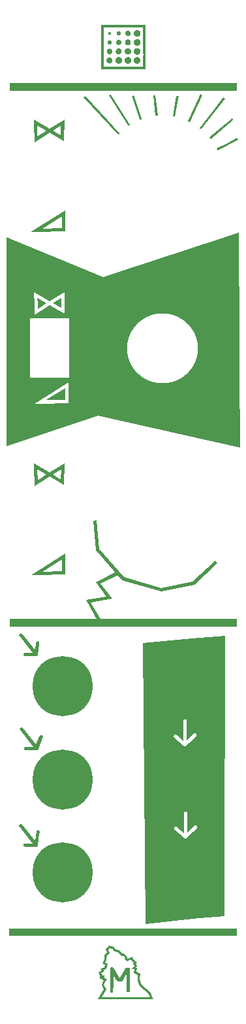
<source format=gbr>
G04 #@! TF.FileFunction,Copper,L1,Top,Signal*
%FSLAX46Y46*%
G04 Gerber Fmt 4.6, Leading zero omitted, Abs format (unit mm)*
G04 Created by KiCad (PCBNEW 4.0.1-stable) date Sonntag, 24. April 2016 'u00' 18:00:35*
%MOMM*%
G01*
G04 APERTURE LIST*
%ADD10C,0.100000*%
%ADD11C,7.800000*%
G04 APERTURE END LIST*
D10*
G36*
X104230444Y-38725988D02*
X107843227Y-39050811D01*
X106641313Y-39051376D01*
X105866613Y-39046437D01*
X105601324Y-39049965D01*
X104492191Y-39046437D01*
X103461021Y-39049965D01*
X103444734Y-39049943D01*
X103424970Y-39049878D01*
X103402025Y-39049775D01*
X103376193Y-39049636D01*
X103347768Y-39049464D01*
X103317045Y-39049262D01*
X103284318Y-39049033D01*
X103249881Y-39048782D01*
X103214029Y-39048510D01*
X103177057Y-39048220D01*
X103139258Y-39047917D01*
X103100927Y-39047603D01*
X103062358Y-39047281D01*
X103023846Y-39046954D01*
X102985685Y-39046626D01*
X102948170Y-39046299D01*
X102911595Y-39045977D01*
X102876254Y-39045663D01*
X102842442Y-39045359D01*
X102810452Y-39045070D01*
X102780581Y-39044798D01*
X102753121Y-39044546D01*
X102728367Y-39044318D01*
X102706614Y-39044116D01*
X102688155Y-39043944D01*
X102673287Y-39043805D01*
X102662302Y-39043701D01*
X102655495Y-39043637D01*
X102653160Y-39043615D01*
X102632998Y-39043666D01*
X102608464Y-39043811D01*
X102580183Y-39044040D01*
X102548779Y-39044341D01*
X102514878Y-39044703D01*
X102479101Y-39045115D01*
X102442076Y-39045565D01*
X102404424Y-39046044D01*
X102366772Y-39046539D01*
X102329742Y-39047040D01*
X102293960Y-39047536D01*
X102260049Y-39048014D01*
X102228634Y-39048465D01*
X102200340Y-39048877D01*
X102175790Y-39049239D01*
X102155609Y-39049540D01*
X102140421Y-39049769D01*
X102130850Y-39049914D01*
X102127521Y-39049965D01*
X102084835Y-39048554D01*
X102082013Y-38677079D01*
X102081899Y-38649378D01*
X102081792Y-38621675D01*
X102081690Y-38593970D01*
X102081594Y-38566263D01*
X102081503Y-38538553D01*
X102081419Y-38510842D01*
X102081340Y-38483128D01*
X102081266Y-38455412D01*
X102081198Y-38427695D01*
X102081136Y-38399976D01*
X102081079Y-38372255D01*
X102081027Y-38344533D01*
X102080980Y-38316809D01*
X102080938Y-38289084D01*
X102080902Y-38261357D01*
X102080870Y-38233630D01*
X102080844Y-38205901D01*
X102080822Y-38178171D01*
X102080805Y-38150440D01*
X102080793Y-38122708D01*
X102080785Y-38094976D01*
X102080782Y-38067243D01*
X102080784Y-38039509D01*
X102080790Y-38011774D01*
X102080800Y-37984040D01*
X102080815Y-37956305D01*
X102080834Y-37928569D01*
X102080857Y-37900834D01*
X102080884Y-37873098D01*
X102080905Y-37857046D01*
X102080967Y-37837444D01*
X102081065Y-37814606D01*
X102081197Y-37788843D01*
X102081360Y-37760467D01*
X102081551Y-37729789D01*
X102081766Y-37697123D01*
X102082003Y-37662779D01*
X102082259Y-37627070D01*
X102082530Y-37590307D01*
X102082813Y-37552803D01*
X102083106Y-37514869D01*
X102083405Y-37476818D01*
X102083706Y-37438961D01*
X102084008Y-37401610D01*
X102084307Y-37365078D01*
X102084600Y-37329675D01*
X102084883Y-37295714D01*
X102085154Y-37263508D01*
X102085410Y-37233367D01*
X102085647Y-37205604D01*
X102085862Y-37180531D01*
X102086053Y-37158459D01*
X102086216Y-37139701D01*
X102086348Y-37124568D01*
X102086446Y-37113373D01*
X102086508Y-37106427D01*
X102086529Y-37104043D01*
X102081928Y-36263020D01*
X102085456Y-35199043D01*
X102085487Y-35170986D01*
X102085461Y-35142910D01*
X102085381Y-35114815D01*
X102085251Y-35086703D01*
X102085073Y-35058576D01*
X102084853Y-35030434D01*
X102084592Y-35002281D01*
X102084294Y-34974116D01*
X102083964Y-34945943D01*
X102083603Y-34917761D01*
X102083216Y-34889574D01*
X102082805Y-34861382D01*
X102082375Y-34833187D01*
X102081928Y-34804990D01*
X102078062Y-34180573D01*
X102078351Y-34158478D01*
X102079112Y-34128103D01*
X102080187Y-34092907D01*
X102081420Y-34056351D01*
X102082654Y-34021895D01*
X102083729Y-33993000D01*
X102084490Y-33973125D01*
X102084779Y-33965731D01*
X102085723Y-33942047D01*
X102086504Y-33918075D01*
X102087095Y-33893951D01*
X102087470Y-33869810D01*
X102087601Y-33845787D01*
X102083001Y-33307095D01*
X102040315Y-33298629D01*
X107867145Y-33298629D01*
X107867133Y-33301695D01*
X107867097Y-33308963D01*
X107867040Y-33320164D01*
X107866963Y-33335030D01*
X107866867Y-33353293D01*
X107866755Y-33374685D01*
X107866628Y-33398937D01*
X107866488Y-33425781D01*
X107866337Y-33454949D01*
X107866176Y-33486173D01*
X107866008Y-33519184D01*
X107865833Y-33553714D01*
X107865654Y-33589495D01*
X107865473Y-33626258D01*
X107865290Y-33663735D01*
X107865109Y-33701659D01*
X107864930Y-33739760D01*
X107864755Y-33777771D01*
X107864587Y-33815423D01*
X107864426Y-33852448D01*
X107864275Y-33888578D01*
X107864135Y-33923544D01*
X107864008Y-33957078D01*
X107863896Y-33988912D01*
X107863800Y-34018778D01*
X107863723Y-34046407D01*
X107863666Y-34071532D01*
X107863630Y-34093883D01*
X107863618Y-34113193D01*
X107863609Y-34122581D01*
X107863608Y-34133834D01*
X107863615Y-34146893D01*
X107863628Y-34161701D01*
X107863648Y-34178198D01*
X107863674Y-34196326D01*
X107863707Y-34216027D01*
X107863746Y-34237242D01*
X107863791Y-34259913D01*
X107863841Y-34283982D01*
X107863897Y-34309391D01*
X107863959Y-34336080D01*
X107864025Y-34363991D01*
X107864096Y-34393067D01*
X107864172Y-34423248D01*
X107864252Y-34454477D01*
X107864337Y-34486694D01*
X107864425Y-34519842D01*
X107864517Y-34553862D01*
X107864613Y-34588696D01*
X107864712Y-34624285D01*
X107864815Y-34660571D01*
X107864920Y-34697496D01*
X107865028Y-34735001D01*
X107865138Y-34773027D01*
X107865251Y-34811517D01*
X107865366Y-34850412D01*
X107865482Y-34889654D01*
X107865601Y-34929183D01*
X107865721Y-34968943D01*
X107865842Y-35008874D01*
X107865964Y-35048918D01*
X107866087Y-35089017D01*
X107866210Y-35129112D01*
X107866334Y-35169145D01*
X107866458Y-35209057D01*
X107866582Y-35248790D01*
X107866706Y-35288287D01*
X107866829Y-35327487D01*
X107866952Y-35366333D01*
X107867073Y-35404767D01*
X107867194Y-35442730D01*
X107867313Y-35480164D01*
X107867431Y-35517010D01*
X107867547Y-35553210D01*
X107867661Y-35588706D01*
X107867773Y-35623439D01*
X107867883Y-35657350D01*
X107867989Y-35690382D01*
X107868094Y-35722476D01*
X107868195Y-35753574D01*
X107868293Y-35783617D01*
X107868387Y-35812547D01*
X107868478Y-35840305D01*
X107868565Y-35866833D01*
X107868648Y-35892073D01*
X107868727Y-35915966D01*
X107868801Y-35938454D01*
X107868870Y-35959479D01*
X107868935Y-35978982D01*
X107868994Y-35996904D01*
X107869048Y-36013188D01*
X107869096Y-36027775D01*
X107869139Y-36040606D01*
X107869176Y-36051623D01*
X107869206Y-36060769D01*
X107869230Y-36067983D01*
X107869248Y-36073209D01*
X107869258Y-36076387D01*
X107869262Y-36077459D01*
X107869544Y-37056770D01*
X107866722Y-37996570D01*
X107866723Y-37998712D01*
X107866724Y-38004984D01*
X107866727Y-38015159D01*
X107866731Y-38029008D01*
X107866735Y-38046302D01*
X107866741Y-38066813D01*
X107866747Y-38090312D01*
X107866754Y-38116571D01*
X107866762Y-38145361D01*
X107866770Y-38176454D01*
X107866779Y-38209621D01*
X107866789Y-38244634D01*
X107866799Y-38281264D01*
X107866809Y-38319283D01*
X107866819Y-38358462D01*
X107866830Y-38398573D01*
X107866841Y-38439386D01*
X107866852Y-38480675D01*
X107866863Y-38522209D01*
X107866874Y-38563761D01*
X107866885Y-38605102D01*
X107866896Y-38646004D01*
X107866907Y-38686238D01*
X107866918Y-38725575D01*
X107866928Y-38763787D01*
X107866938Y-38800646D01*
X107866947Y-38835923D01*
X107866956Y-38869389D01*
X107866964Y-38900816D01*
X107866972Y-38929976D01*
X107866979Y-38956639D01*
X107866985Y-38980578D01*
X107866991Y-39001564D01*
X107866996Y-39019368D01*
X107866999Y-39033762D01*
X107867002Y-39044518D01*
X107867004Y-39051406D01*
X107867004Y-39054198D01*
X107867216Y-39054339D01*
X107843227Y-39050811D01*
X104230444Y-38725988D01*
X105291599Y-38718565D01*
X105655313Y-38719694D01*
X106023261Y-38726044D01*
X106450827Y-38718989D01*
X107296788Y-38724633D01*
X107436488Y-38722658D01*
X107460262Y-38720099D01*
X107481191Y-38713125D01*
X107498979Y-38702065D01*
X107513330Y-38687247D01*
X107523947Y-38668999D01*
X107530535Y-38647650D01*
X107532797Y-38623527D01*
X107532804Y-38622230D01*
X107532826Y-38618396D01*
X107532861Y-38612114D01*
X107532910Y-38603470D01*
X107532971Y-38592552D01*
X107533045Y-38579447D01*
X107533130Y-38564242D01*
X107533227Y-38547025D01*
X107533334Y-38527883D01*
X107533451Y-38506903D01*
X107533577Y-38484173D01*
X107533713Y-38459780D01*
X107533857Y-38433811D01*
X107534009Y-38406354D01*
X107534169Y-38377496D01*
X107534335Y-38347324D01*
X107534508Y-38315925D01*
X107534687Y-38283388D01*
X107534871Y-38249799D01*
X107535059Y-38215245D01*
X107535252Y-38179815D01*
X107535449Y-38143594D01*
X107535649Y-38106671D01*
X107535851Y-38069133D01*
X107536056Y-38031067D01*
X107536262Y-37992561D01*
X107536469Y-37953701D01*
X107536677Y-37914576D01*
X107536885Y-37875272D01*
X107537092Y-37835877D01*
X107537299Y-37796478D01*
X107537503Y-37757162D01*
X107537706Y-37718018D01*
X107537905Y-37679131D01*
X107538102Y-37640590D01*
X107538295Y-37602481D01*
X107538484Y-37564893D01*
X107538668Y-37527911D01*
X107538846Y-37491625D01*
X107539019Y-37456121D01*
X107539186Y-37421485D01*
X107539345Y-37387807D01*
X107539497Y-37355173D01*
X107539641Y-37323670D01*
X107539777Y-37293385D01*
X107539904Y-37264407D01*
X107540021Y-37236821D01*
X107540128Y-37210717D01*
X107540224Y-37186180D01*
X107540310Y-37163299D01*
X107540383Y-37142160D01*
X107540445Y-37122851D01*
X107540493Y-37105459D01*
X107540529Y-37090072D01*
X107540550Y-37076777D01*
X107540558Y-37065660D01*
X107540543Y-37063843D01*
X107540501Y-37058511D01*
X107540432Y-37049843D01*
X107540339Y-37038018D01*
X107540223Y-37023215D01*
X107540085Y-37005612D01*
X107539928Y-36985388D01*
X107539752Y-36962723D01*
X107539559Y-36937795D01*
X107539351Y-36910782D01*
X107539130Y-36881865D01*
X107538897Y-36851221D01*
X107538653Y-36819029D01*
X107538401Y-36785469D01*
X107538141Y-36750719D01*
X107537876Y-36714958D01*
X107537607Y-36678365D01*
X107537335Y-36641119D01*
X107537063Y-36603398D01*
X107536792Y-36565382D01*
X107536523Y-36527249D01*
X107536258Y-36489178D01*
X107535998Y-36451348D01*
X107535746Y-36413938D01*
X107535502Y-36377127D01*
X107535269Y-36341093D01*
X107535048Y-36306016D01*
X107534840Y-36272074D01*
X107534647Y-36239446D01*
X107534471Y-36208311D01*
X107534314Y-36178847D01*
X107534176Y-36151235D01*
X107534059Y-36125652D01*
X107533966Y-36102277D01*
X107533898Y-36081289D01*
X107533855Y-36062868D01*
X107533841Y-36047191D01*
X107533798Y-36033240D01*
X107533759Y-36017804D01*
X107533724Y-36000931D01*
X107533693Y-35982663D01*
X107533666Y-35963048D01*
X107533642Y-35942131D01*
X107533623Y-35919957D01*
X107533606Y-35896572D01*
X107533593Y-35872021D01*
X107533584Y-35846350D01*
X107533578Y-35819604D01*
X107533575Y-35791829D01*
X107533575Y-35763069D01*
X107533578Y-35733372D01*
X107533584Y-35702781D01*
X107533592Y-35671343D01*
X107533603Y-35639103D01*
X107533617Y-35606107D01*
X107533634Y-35572399D01*
X107533652Y-35538026D01*
X107533673Y-35503034D01*
X107533696Y-35467466D01*
X107533722Y-35431370D01*
X107533749Y-35394790D01*
X107533778Y-35357772D01*
X107533809Y-35320361D01*
X107533842Y-35282603D01*
X107533876Y-35244544D01*
X107533912Y-35206228D01*
X107533949Y-35167702D01*
X107533988Y-35129010D01*
X107534028Y-35090199D01*
X107534069Y-35051314D01*
X107534111Y-35012400D01*
X107534153Y-34973502D01*
X107534197Y-34934667D01*
X107534242Y-34895939D01*
X107534287Y-34857365D01*
X107534333Y-34818989D01*
X107534379Y-34780858D01*
X107534425Y-34743016D01*
X107534472Y-34705509D01*
X107534519Y-34668383D01*
X107534566Y-34631683D01*
X107534613Y-34595454D01*
X107534660Y-34559742D01*
X107534707Y-34524593D01*
X107534753Y-34490052D01*
X107534799Y-34456165D01*
X107534844Y-34422976D01*
X107534889Y-34390532D01*
X107534933Y-34358877D01*
X107534977Y-34328058D01*
X107535019Y-34298120D01*
X107535061Y-34269109D01*
X107535101Y-34241069D01*
X107535140Y-34214047D01*
X107535178Y-34188087D01*
X107535215Y-34163236D01*
X107535250Y-34139538D01*
X107535283Y-34117040D01*
X107535315Y-34095786D01*
X107535345Y-34075823D01*
X107535373Y-34057195D01*
X107535400Y-34039949D01*
X107535424Y-34024129D01*
X107535446Y-34009781D01*
X107535466Y-33996951D01*
X107535484Y-33985684D01*
X107535499Y-33976026D01*
X107535511Y-33968022D01*
X107535521Y-33961717D01*
X107535528Y-33957157D01*
X107535533Y-33954388D01*
X107535534Y-33953455D01*
X107535901Y-33926040D01*
X107536143Y-33898576D01*
X107536239Y-33871078D01*
X107536169Y-33843565D01*
X107535915Y-33816051D01*
X107535455Y-33788553D01*
X107534770Y-33761089D01*
X107533841Y-33733674D01*
X107531340Y-33704172D01*
X107524889Y-33679902D01*
X107514254Y-33660612D01*
X107499201Y-33646050D01*
X107479495Y-33635961D01*
X107454901Y-33630093D01*
X107425185Y-33628194D01*
X107326760Y-33629605D01*
X107297185Y-33629061D01*
X107267900Y-33628533D01*
X107238892Y-33628023D01*
X107210149Y-33627532D01*
X107181656Y-33627058D01*
X107153400Y-33626605D01*
X107125367Y-33626171D01*
X107097545Y-33625759D01*
X107069920Y-33625368D01*
X107042479Y-33624999D01*
X107015208Y-33624654D01*
X106988093Y-33624331D01*
X106961122Y-33624034D01*
X106934280Y-33623761D01*
X106907556Y-33623514D01*
X106880934Y-33623294D01*
X106854402Y-33623100D01*
X106827947Y-33622935D01*
X106801554Y-33622798D01*
X106775212Y-33622690D01*
X106748905Y-33622612D01*
X106722621Y-33622565D01*
X106696346Y-33622549D01*
X106669029Y-33622568D01*
X106641708Y-33622626D01*
X106614383Y-33622722D01*
X106587055Y-33622856D01*
X106559725Y-33623029D01*
X106532394Y-33623240D01*
X106505063Y-33623490D01*
X106477731Y-33623778D01*
X106450400Y-33624104D01*
X106423070Y-33624469D01*
X106395742Y-33624872D01*
X106368417Y-33625314D01*
X106341096Y-33625794D01*
X106313779Y-33626312D01*
X106286466Y-33626869D01*
X106259159Y-33627464D01*
X106231858Y-33628098D01*
X106204564Y-33628770D01*
X106177277Y-33629480D01*
X106149999Y-33630229D01*
X106122730Y-33631016D01*
X105917060Y-33626783D01*
X105892246Y-33626143D01*
X105867400Y-33625466D01*
X105842536Y-33624802D01*
X105817665Y-33624199D01*
X105792801Y-33623707D01*
X105767956Y-33623376D01*
X105743141Y-33623255D01*
X105741214Y-33623268D01*
X105735566Y-33623308D01*
X105726398Y-33623372D01*
X105713910Y-33623459D01*
X105698301Y-33623567D01*
X105679772Y-33623696D01*
X105658522Y-33623842D01*
X105634752Y-33624005D01*
X105608662Y-33624183D01*
X105580452Y-33624374D01*
X105550321Y-33624577D01*
X105518470Y-33624790D01*
X105485100Y-33625012D01*
X105450409Y-33625242D01*
X105414598Y-33625476D01*
X105377867Y-33625715D01*
X105340416Y-33625956D01*
X105302445Y-33626198D01*
X105264155Y-33626439D01*
X105225744Y-33626678D01*
X105187414Y-33626912D01*
X105149364Y-33627142D01*
X105111795Y-33627364D01*
X105074906Y-33627577D01*
X105038897Y-33627780D01*
X105003968Y-33627972D01*
X104970320Y-33628149D01*
X104938153Y-33628312D01*
X104907666Y-33628458D01*
X104879060Y-33628587D01*
X104852534Y-33628695D01*
X104828289Y-33628782D01*
X104806524Y-33628846D01*
X104787441Y-33628886D01*
X104771238Y-33628899D01*
X104743158Y-33628879D01*
X104715071Y-33628820D01*
X104686980Y-33628724D01*
X104658885Y-33628593D01*
X104630789Y-33628430D01*
X104602691Y-33628235D01*
X104574594Y-33628013D01*
X104546498Y-33627763D01*
X104518406Y-33627489D01*
X104490318Y-33627193D01*
X104462235Y-33626877D01*
X104434159Y-33626542D01*
X104406092Y-33626191D01*
X104378034Y-33625826D01*
X104349987Y-33625448D01*
X104321952Y-33625061D01*
X104293930Y-33624666D01*
X103901288Y-33621138D01*
X103881069Y-33621276D01*
X103855275Y-33621652D01*
X103825399Y-33622205D01*
X103792937Y-33622877D01*
X103759383Y-33623608D01*
X103726231Y-33624339D01*
X103694976Y-33625010D01*
X103667111Y-33625563D01*
X103644132Y-33625939D01*
X103627533Y-33626077D01*
X103621442Y-33625956D01*
X103604786Y-33625632D01*
X103579986Y-33625162D01*
X103549463Y-33624606D01*
X103515638Y-33624020D01*
X103480934Y-33623464D01*
X103447771Y-33622994D01*
X103418572Y-33622670D01*
X103395758Y-33622549D01*
X103380148Y-33622600D01*
X103360579Y-33622743D01*
X103337546Y-33622967D01*
X103311545Y-33623262D01*
X103283071Y-33623614D01*
X103252621Y-33624013D01*
X103220690Y-33624446D01*
X103187775Y-33624903D01*
X103154369Y-33625371D01*
X103120971Y-33625840D01*
X103088074Y-33626297D01*
X103056176Y-33626730D01*
X103025772Y-33627129D01*
X102997357Y-33627481D01*
X102971428Y-33627776D01*
X102948480Y-33628000D01*
X102929009Y-33628143D01*
X102913510Y-33628194D01*
X102886110Y-33628133D01*
X102858731Y-33627942D01*
X102831373Y-33627611D01*
X102804036Y-33627128D01*
X102776721Y-33626483D01*
X102749426Y-33625664D01*
X102722153Y-33624660D01*
X102694901Y-33623461D01*
X102667670Y-33622056D01*
X102640460Y-33620433D01*
X102548033Y-33621844D01*
X102515513Y-33624468D01*
X102488255Y-33629193D01*
X102465875Y-33636242D01*
X102447989Y-33645835D01*
X102434215Y-33658191D01*
X102424168Y-33673532D01*
X102417467Y-33692079D01*
X102413727Y-33714052D01*
X102412566Y-33739671D01*
X102413977Y-36120921D01*
X102412566Y-36171369D01*
X102411155Y-38595305D01*
X102412394Y-38626925D01*
X102416261Y-38652776D01*
X102422979Y-38673412D01*
X102432772Y-38689389D01*
X102445864Y-38701259D01*
X102462477Y-38709579D01*
X102482836Y-38714902D01*
X102507165Y-38717783D01*
X102535685Y-38718777D01*
X102556588Y-38719034D01*
X102585517Y-38719584D01*
X102620064Y-38720352D01*
X102657820Y-38721263D01*
X102696376Y-38722241D01*
X102733323Y-38723211D01*
X102766252Y-38724096D01*
X102792756Y-38724822D01*
X102810424Y-38725313D01*
X102816849Y-38725494D01*
X102996413Y-38723518D01*
X103069438Y-38719991D01*
X103092242Y-38719117D01*
X103115079Y-38718297D01*
X103137849Y-38717689D01*
X103160455Y-38717451D01*
X104230430Y-38726256D01*
X104230444Y-38725988D01*
X104230444Y-38725988D01*
G37*
G36*
X103551417Y-37926029D02*
X103550534Y-37952445D01*
X103547920Y-37978384D01*
X103543633Y-38003789D01*
X103537727Y-38028602D01*
X103530261Y-38052767D01*
X103521288Y-38076224D01*
X103510865Y-38098917D01*
X103499049Y-38120788D01*
X103485896Y-38141780D01*
X103471460Y-38161835D01*
X103455800Y-38180895D01*
X103438969Y-38198903D01*
X103421026Y-38215801D01*
X103402024Y-38231531D01*
X103382022Y-38246037D01*
X103361074Y-38259260D01*
X103339237Y-38271143D01*
X103316566Y-38281629D01*
X103293119Y-38290659D01*
X103268950Y-38298177D01*
X103244116Y-38304124D01*
X103218673Y-38308443D01*
X103192677Y-38311077D01*
X103166184Y-38311968D01*
X103139809Y-38311077D01*
X103113903Y-38308443D01*
X103088525Y-38304124D01*
X103063733Y-38298177D01*
X103039584Y-38290659D01*
X103016138Y-38281629D01*
X102993451Y-38271143D01*
X102971581Y-38259260D01*
X102950588Y-38246037D01*
X102930528Y-38231531D01*
X102911460Y-38215801D01*
X102893443Y-38198903D01*
X102876533Y-38180895D01*
X102860789Y-38161835D01*
X102846269Y-38141780D01*
X102833031Y-38120788D01*
X102821133Y-38098917D01*
X102810634Y-38076224D01*
X102801590Y-38052767D01*
X102794061Y-38028602D01*
X102788103Y-38003789D01*
X102783776Y-37978384D01*
X102781137Y-37952445D01*
X102780245Y-37926029D01*
X102781137Y-37899573D01*
X102783776Y-37873600D01*
X102788103Y-37848168D01*
X102794061Y-37823333D01*
X102801590Y-37799153D01*
X102810634Y-37775685D01*
X102821133Y-37752986D01*
X102833031Y-37731113D01*
X102846269Y-37710123D01*
X102860789Y-37690073D01*
X102876533Y-37671021D01*
X102893443Y-37653023D01*
X102911460Y-37636137D01*
X102930528Y-37620419D01*
X102950588Y-37605928D01*
X102971581Y-37592719D01*
X102993451Y-37580851D01*
X103016138Y-37570379D01*
X103039584Y-37561362D01*
X103063733Y-37553857D01*
X103088525Y-37547919D01*
X103113903Y-37543608D01*
X103139809Y-37540979D01*
X103166184Y-37540090D01*
X103192677Y-37540979D01*
X103218673Y-37543608D01*
X103244116Y-37547919D01*
X103268950Y-37553857D01*
X103293119Y-37561362D01*
X103316566Y-37570379D01*
X103339237Y-37580851D01*
X103361074Y-37592719D01*
X103382022Y-37605928D01*
X103402024Y-37620419D01*
X103421026Y-37636137D01*
X103438969Y-37653023D01*
X103455800Y-37671021D01*
X103471460Y-37690073D01*
X103485896Y-37710123D01*
X103499049Y-37731113D01*
X103510865Y-37752986D01*
X103521288Y-37775685D01*
X103530261Y-37799153D01*
X103537727Y-37823333D01*
X103543633Y-37848168D01*
X103547920Y-37873600D01*
X103550534Y-37899573D01*
X103551417Y-37926029D01*
X103551417Y-37926029D01*
G37*
G36*
X104358959Y-38360121D02*
X104332574Y-38359325D01*
X104306600Y-38356971D01*
X104281084Y-38353103D01*
X104256071Y-38347767D01*
X104231607Y-38341011D01*
X104207738Y-38332880D01*
X104184510Y-38323420D01*
X104161968Y-38312677D01*
X104140159Y-38300697D01*
X104119128Y-38287527D01*
X104098920Y-38273213D01*
X104079583Y-38257800D01*
X104061161Y-38241336D01*
X104043700Y-38223866D01*
X104027247Y-38205435D01*
X104011846Y-38186092D01*
X103997545Y-38165880D01*
X103984388Y-38144848D01*
X103972421Y-38123040D01*
X103961691Y-38100503D01*
X103952243Y-38077283D01*
X103944123Y-38053426D01*
X103937376Y-38028978D01*
X103932049Y-38003986D01*
X103928187Y-37978496D01*
X103925837Y-37952553D01*
X103925043Y-37926204D01*
X103925837Y-37899742D01*
X103928187Y-37873694D01*
X103932049Y-37848106D01*
X103937376Y-37823025D01*
X103944123Y-37798496D01*
X103952243Y-37774565D01*
X103961691Y-37751277D01*
X103972421Y-37728678D01*
X103984388Y-37706815D01*
X103997545Y-37685733D01*
X104011846Y-37665478D01*
X104027247Y-37646095D01*
X104043700Y-37627631D01*
X104061161Y-37610132D01*
X104079583Y-37593642D01*
X104098920Y-37578208D01*
X104119128Y-37563876D01*
X104140159Y-37550692D01*
X104161968Y-37538700D01*
X104184510Y-37527948D01*
X104207738Y-37518481D01*
X104231607Y-37510345D01*
X104256071Y-37503585D01*
X104281084Y-37498248D01*
X104306600Y-37494379D01*
X104332574Y-37492024D01*
X104358959Y-37491229D01*
X104385420Y-37492024D01*
X104411464Y-37494379D01*
X104437045Y-37498248D01*
X104462117Y-37503585D01*
X104486635Y-37510345D01*
X104510554Y-37518481D01*
X104533828Y-37527948D01*
X104556410Y-37538700D01*
X104578257Y-37550692D01*
X104599321Y-37563876D01*
X104619557Y-37578208D01*
X104638921Y-37593642D01*
X104657365Y-37610132D01*
X104674846Y-37627631D01*
X104691316Y-37646095D01*
X104706730Y-37665478D01*
X104721044Y-37685733D01*
X104734210Y-37706815D01*
X104746185Y-37728678D01*
X104756921Y-37751277D01*
X104766374Y-37774565D01*
X104774497Y-37798496D01*
X104781246Y-37823025D01*
X104786574Y-37848106D01*
X104790437Y-37873694D01*
X104792788Y-37899742D01*
X104793582Y-37926204D01*
X104792788Y-37952553D01*
X104790437Y-37978496D01*
X104786574Y-38003986D01*
X104781246Y-38028978D01*
X104774497Y-38053426D01*
X104766374Y-38077283D01*
X104756921Y-38100503D01*
X104746185Y-38123040D01*
X104734210Y-38144848D01*
X104721044Y-38165880D01*
X104706730Y-38186092D01*
X104691316Y-38205435D01*
X104674846Y-38223866D01*
X104657365Y-38241336D01*
X104638921Y-38257800D01*
X104619557Y-38273213D01*
X104599321Y-38287527D01*
X104578257Y-38300697D01*
X104556410Y-38312677D01*
X104533828Y-38323420D01*
X104510554Y-38332880D01*
X104486635Y-38341011D01*
X104462117Y-38347767D01*
X104437045Y-38353103D01*
X104411464Y-38356971D01*
X104385420Y-38359325D01*
X104358959Y-38360121D01*
X104358959Y-38360121D01*
G37*
G36*
X105552336Y-38360121D02*
X105525914Y-38359325D01*
X105499910Y-38356971D01*
X105474368Y-38353103D01*
X105449334Y-38347767D01*
X105424854Y-38341011D01*
X105400973Y-38332880D01*
X105377736Y-38323420D01*
X105355190Y-38312677D01*
X105333379Y-38300697D01*
X105312349Y-38287527D01*
X105292145Y-38273213D01*
X105272814Y-38257800D01*
X105254400Y-38241336D01*
X105236950Y-38223866D01*
X105220507Y-38205435D01*
X105205119Y-38186092D01*
X105190830Y-38165880D01*
X105177686Y-38144848D01*
X105165733Y-38123040D01*
X105155015Y-38100503D01*
X105145579Y-38077283D01*
X105137470Y-38053426D01*
X105130733Y-38028978D01*
X105125414Y-38003986D01*
X105121558Y-37978496D01*
X105119212Y-37952553D01*
X105118419Y-37926204D01*
X105119212Y-37899742D01*
X105121558Y-37873694D01*
X105125414Y-37848106D01*
X105130733Y-37823025D01*
X105137470Y-37798496D01*
X105145579Y-37774565D01*
X105155015Y-37751277D01*
X105165733Y-37728678D01*
X105177686Y-37706815D01*
X105190830Y-37685733D01*
X105205119Y-37665478D01*
X105220507Y-37646095D01*
X105236950Y-37627631D01*
X105254400Y-37610132D01*
X105272814Y-37593642D01*
X105292145Y-37578208D01*
X105312349Y-37563876D01*
X105333379Y-37550692D01*
X105355190Y-37538700D01*
X105377736Y-37527948D01*
X105400973Y-37518481D01*
X105424854Y-37510345D01*
X105449334Y-37503585D01*
X105474368Y-37498248D01*
X105499910Y-37494379D01*
X105525914Y-37492024D01*
X105552336Y-37491229D01*
X105578797Y-37492024D01*
X105604841Y-37494379D01*
X105630421Y-37498248D01*
X105655494Y-37503585D01*
X105680012Y-37510345D01*
X105703931Y-37518481D01*
X105727204Y-37527948D01*
X105749787Y-37538700D01*
X105771633Y-37550692D01*
X105792697Y-37563876D01*
X105812934Y-37578208D01*
X105832297Y-37593642D01*
X105850742Y-37610132D01*
X105868222Y-37627631D01*
X105884692Y-37646095D01*
X105900107Y-37665478D01*
X105914420Y-37685733D01*
X105927587Y-37706815D01*
X105939561Y-37728678D01*
X105950298Y-37751277D01*
X105959750Y-37774565D01*
X105967874Y-37798496D01*
X105974623Y-37823025D01*
X105979951Y-37848106D01*
X105983814Y-37873694D01*
X105986165Y-37899742D01*
X105986958Y-37926204D01*
X105986165Y-37952553D01*
X105983814Y-37978496D01*
X105979951Y-38003986D01*
X105974623Y-38028978D01*
X105967874Y-38053426D01*
X105959750Y-38077283D01*
X105950298Y-38100503D01*
X105939561Y-38123040D01*
X105927587Y-38144848D01*
X105914420Y-38165880D01*
X105900107Y-38186092D01*
X105884692Y-38205435D01*
X105868222Y-38223866D01*
X105850742Y-38241336D01*
X105832297Y-38257800D01*
X105812934Y-38273213D01*
X105792697Y-38287527D01*
X105771633Y-38300697D01*
X105749787Y-38312677D01*
X105727204Y-38323420D01*
X105703931Y-38332880D01*
X105680012Y-38341011D01*
X105655494Y-38347767D01*
X105630421Y-38353103D01*
X105604841Y-38356971D01*
X105578797Y-38359325D01*
X105552336Y-38360121D01*
X105552336Y-38360121D01*
G37*
G36*
X106745713Y-38360121D02*
X106719290Y-38359325D01*
X106693281Y-38356971D01*
X106667732Y-38353103D01*
X106642690Y-38347767D01*
X106618199Y-38341011D01*
X106594305Y-38332880D01*
X106571054Y-38323420D01*
X106548492Y-38312677D01*
X106526664Y-38300697D01*
X106505616Y-38287527D01*
X106485394Y-38273213D01*
X106466044Y-38257800D01*
X106447610Y-38241336D01*
X106430140Y-38223866D01*
X106413678Y-38205435D01*
X106398271Y-38186092D01*
X106383963Y-38165880D01*
X106370801Y-38144848D01*
X106358831Y-38123040D01*
X106348098Y-38100503D01*
X106338647Y-38077283D01*
X106330525Y-38053426D01*
X106323778Y-38028978D01*
X106318450Y-38003986D01*
X106314588Y-37978496D01*
X106312237Y-37952553D01*
X106311443Y-37926204D01*
X106312237Y-37899742D01*
X106314588Y-37873694D01*
X106318450Y-37848106D01*
X106323778Y-37823025D01*
X106330525Y-37798496D01*
X106338647Y-37774565D01*
X106348098Y-37751277D01*
X106358831Y-37728678D01*
X106370801Y-37706815D01*
X106383963Y-37685733D01*
X106398271Y-37665478D01*
X106413678Y-37646095D01*
X106430140Y-37627631D01*
X106447610Y-37610132D01*
X106466044Y-37593642D01*
X106485394Y-37578208D01*
X106505616Y-37563876D01*
X106526664Y-37550692D01*
X106548492Y-37538700D01*
X106571054Y-37527948D01*
X106594305Y-37518481D01*
X106618199Y-37510345D01*
X106642690Y-37503585D01*
X106667732Y-37498248D01*
X106693281Y-37494379D01*
X106719290Y-37492024D01*
X106745713Y-37491229D01*
X106772174Y-37492024D01*
X106798217Y-37494379D01*
X106823798Y-37498248D01*
X106848870Y-37503585D01*
X106873389Y-37510345D01*
X106897308Y-37518481D01*
X106920581Y-37527948D01*
X106943164Y-37538700D01*
X106965010Y-37550692D01*
X106986074Y-37563876D01*
X107006311Y-37578208D01*
X107025674Y-37593642D01*
X107044119Y-37610132D01*
X107061599Y-37627631D01*
X107078069Y-37646095D01*
X107093484Y-37665478D01*
X107107797Y-37685733D01*
X107120964Y-37706815D01*
X107132938Y-37728678D01*
X107143674Y-37751277D01*
X107153127Y-37774565D01*
X107161251Y-37798496D01*
X107167999Y-37823025D01*
X107173328Y-37848106D01*
X107177190Y-37873694D01*
X107179541Y-37899742D01*
X107180335Y-37926204D01*
X107179541Y-37952553D01*
X107177190Y-37978496D01*
X107173328Y-38003986D01*
X107167999Y-38028978D01*
X107161251Y-38053426D01*
X107153127Y-38077283D01*
X107143674Y-38100503D01*
X107132938Y-38123040D01*
X107120964Y-38144848D01*
X107107797Y-38165880D01*
X107093484Y-38186092D01*
X107078069Y-38205435D01*
X107061599Y-38223866D01*
X107044119Y-38241336D01*
X107025674Y-38257800D01*
X107006311Y-38273213D01*
X106986074Y-38287527D01*
X106965010Y-38300697D01*
X106943164Y-38312677D01*
X106920581Y-38323420D01*
X106897308Y-38332880D01*
X106873389Y-38341011D01*
X106848870Y-38347767D01*
X106823798Y-38353103D01*
X106798217Y-38356971D01*
X106772174Y-38359325D01*
X106745713Y-38360121D01*
X106745713Y-38360121D01*
G37*
G36*
X103166254Y-37113686D02*
X103139794Y-37112711D01*
X103113858Y-37109833D01*
X103088515Y-37105121D01*
X103063833Y-37098643D01*
X103039882Y-37090469D01*
X103016731Y-37080667D01*
X102994449Y-37069307D01*
X102973104Y-37056457D01*
X102952766Y-37042187D01*
X102933503Y-37026565D01*
X102915385Y-37009661D01*
X102898481Y-36991543D01*
X102882859Y-36972280D01*
X102868589Y-36951942D01*
X102855739Y-36930597D01*
X102844379Y-36908315D01*
X102834577Y-36885164D01*
X102826403Y-36861213D01*
X102819925Y-36836531D01*
X102815213Y-36811188D01*
X102812335Y-36785252D01*
X102811360Y-36758792D01*
X102812335Y-36732424D01*
X102815213Y-36706571D01*
X102819925Y-36681303D01*
X102826403Y-36656690D01*
X102834577Y-36632800D01*
X102844379Y-36609703D01*
X102855739Y-36587468D01*
X102868589Y-36566165D01*
X102882859Y-36545863D01*
X102898481Y-36526632D01*
X102915385Y-36508540D01*
X102933503Y-36491658D01*
X102952766Y-36476054D01*
X102973104Y-36461798D01*
X102994449Y-36448959D01*
X103016731Y-36437608D01*
X103039882Y-36427812D01*
X103063833Y-36419642D01*
X103088515Y-36413166D01*
X103113858Y-36408455D01*
X103139794Y-36405577D01*
X103166254Y-36404603D01*
X103192714Y-36405577D01*
X103218651Y-36408455D01*
X103243994Y-36413166D01*
X103268676Y-36419642D01*
X103292626Y-36427812D01*
X103315778Y-36437608D01*
X103338060Y-36448959D01*
X103359405Y-36461798D01*
X103379743Y-36476054D01*
X103399006Y-36491658D01*
X103417124Y-36508540D01*
X103434028Y-36526632D01*
X103449650Y-36545863D01*
X103463920Y-36566165D01*
X103476770Y-36587468D01*
X103488130Y-36609703D01*
X103497932Y-36632800D01*
X103506106Y-36656690D01*
X103512584Y-36681303D01*
X103517296Y-36706571D01*
X103520174Y-36732424D01*
X103521149Y-36758792D01*
X103520174Y-36785252D01*
X103517296Y-36811188D01*
X103512584Y-36836531D01*
X103506106Y-36861213D01*
X103497932Y-36885164D01*
X103488130Y-36908315D01*
X103476770Y-36930597D01*
X103463920Y-36951942D01*
X103449650Y-36972280D01*
X103434028Y-36991543D01*
X103417124Y-37009661D01*
X103399006Y-37026565D01*
X103379743Y-37042187D01*
X103359405Y-37056457D01*
X103338060Y-37069307D01*
X103315778Y-37080667D01*
X103292626Y-37090469D01*
X103268676Y-37098643D01*
X103243994Y-37105121D01*
X103218651Y-37109833D01*
X103192714Y-37112711D01*
X103166254Y-37113686D01*
X103166254Y-37113686D01*
G37*
G36*
X104358959Y-37140534D02*
X104332891Y-37139654D01*
X104307288Y-37137052D01*
X104282207Y-37132785D01*
X104257706Y-37126910D01*
X104233841Y-37119482D01*
X104210671Y-37110559D01*
X104188253Y-37100197D01*
X104166643Y-37088453D01*
X104145900Y-37075384D01*
X104126079Y-37061047D01*
X104107239Y-37045497D01*
X104089437Y-37028792D01*
X104072730Y-37010988D01*
X104057176Y-36992141D01*
X104042831Y-36972310D01*
X104029752Y-36951550D01*
X104017998Y-36929917D01*
X104007626Y-36907469D01*
X103998692Y-36884262D01*
X103991254Y-36860353D01*
X103985369Y-36835799D01*
X103981095Y-36810655D01*
X103978488Y-36784980D01*
X103977607Y-36758828D01*
X103978488Y-36732846D01*
X103981095Y-36707326D01*
X103985369Y-36682324D01*
X103991254Y-36657898D01*
X103998692Y-36634105D01*
X104007626Y-36611003D01*
X104017998Y-36588649D01*
X104029752Y-36567100D01*
X104042831Y-36546413D01*
X104057176Y-36526646D01*
X104072730Y-36507856D01*
X104089437Y-36490100D01*
X104107239Y-36473435D01*
X104126079Y-36457919D01*
X104145900Y-36443609D01*
X104166643Y-36430562D01*
X104188253Y-36418836D01*
X104210671Y-36408487D01*
X104233841Y-36399573D01*
X104257706Y-36392152D01*
X104282207Y-36386280D01*
X104307288Y-36382015D01*
X104332891Y-36379414D01*
X104358959Y-36378534D01*
X104385070Y-36379414D01*
X104410712Y-36382015D01*
X104435828Y-36386280D01*
X104460362Y-36392152D01*
X104484255Y-36399573D01*
X104507451Y-36408487D01*
X104529893Y-36418836D01*
X104551524Y-36430562D01*
X104572286Y-36443609D01*
X104592122Y-36457919D01*
X104610976Y-36473435D01*
X104628790Y-36490100D01*
X104645507Y-36507856D01*
X104661071Y-36526646D01*
X104675422Y-36546413D01*
X104688506Y-36567100D01*
X104700264Y-36588649D01*
X104710640Y-36611003D01*
X104719577Y-36634105D01*
X104727016Y-36657898D01*
X104732902Y-36682324D01*
X104737177Y-36707326D01*
X104739783Y-36732846D01*
X104740665Y-36758828D01*
X104739783Y-36784980D01*
X104737177Y-36810655D01*
X104732902Y-36835799D01*
X104727016Y-36860353D01*
X104719577Y-36884262D01*
X104710640Y-36907469D01*
X104700264Y-36929917D01*
X104688506Y-36951550D01*
X104675422Y-36972310D01*
X104661071Y-36992141D01*
X104645507Y-37010988D01*
X104628790Y-37028792D01*
X104610976Y-37045497D01*
X104592122Y-37061047D01*
X104572286Y-37075384D01*
X104551524Y-37088453D01*
X104529893Y-37100197D01*
X104507451Y-37110559D01*
X104484255Y-37119482D01*
X104460362Y-37126910D01*
X104435828Y-37132785D01*
X104410712Y-37137052D01*
X104385070Y-37139654D01*
X104358959Y-37140534D01*
X104358959Y-37140534D01*
G37*
G36*
X105552336Y-37167416D02*
X105526562Y-37166610D01*
X105501212Y-37164224D01*
X105476333Y-37160307D01*
X105451974Y-37154906D01*
X105428182Y-37148072D01*
X105405006Y-37139851D01*
X105382493Y-37130292D01*
X105360691Y-37119444D01*
X105339648Y-37107355D01*
X105319413Y-37094074D01*
X105300032Y-37079649D01*
X105281555Y-37064128D01*
X105264028Y-37047559D01*
X105247501Y-37029992D01*
X105232020Y-37011475D01*
X105217634Y-36992055D01*
X105204390Y-36971782D01*
X105192337Y-36950703D01*
X105181523Y-36928868D01*
X105171994Y-36906325D01*
X105163801Y-36883121D01*
X105156989Y-36859306D01*
X105151608Y-36834928D01*
X105147705Y-36810035D01*
X105145328Y-36784676D01*
X105144525Y-36758899D01*
X105145328Y-36733164D01*
X105147705Y-36707850D01*
X105151608Y-36683004D01*
X105156989Y-36658676D01*
X105163801Y-36634912D01*
X105171994Y-36611761D01*
X105181523Y-36589271D01*
X105192337Y-36567489D01*
X105204390Y-36546465D01*
X105217634Y-36526246D01*
X105232020Y-36506880D01*
X105247501Y-36488416D01*
X105264028Y-36470900D01*
X105281555Y-36454382D01*
X105300032Y-36438909D01*
X105319413Y-36424529D01*
X105339648Y-36411291D01*
X105360691Y-36399242D01*
X105382493Y-36388431D01*
X105405006Y-36378906D01*
X105428182Y-36370714D01*
X105451974Y-36363904D01*
X105476333Y-36358523D01*
X105501212Y-36354620D01*
X105526562Y-36352244D01*
X105552336Y-36351441D01*
X105578148Y-36352244D01*
X105603530Y-36354620D01*
X105628435Y-36358523D01*
X105652815Y-36363904D01*
X105676623Y-36370714D01*
X105699811Y-36378906D01*
X105722332Y-36388431D01*
X105744137Y-36399242D01*
X105765181Y-36411291D01*
X105785414Y-36424529D01*
X105804789Y-36438909D01*
X105823259Y-36454382D01*
X105840776Y-36470900D01*
X105857293Y-36488416D01*
X105872762Y-36506880D01*
X105887135Y-36526246D01*
X105900365Y-36546465D01*
X105912405Y-36567489D01*
X105923206Y-36589271D01*
X105932721Y-36611761D01*
X105940903Y-36634912D01*
X105947704Y-36658676D01*
X105953077Y-36683004D01*
X105956973Y-36707850D01*
X105959346Y-36733164D01*
X105960147Y-36758899D01*
X105959346Y-36784676D01*
X105956973Y-36810035D01*
X105953077Y-36834928D01*
X105947704Y-36859306D01*
X105940903Y-36883121D01*
X105932721Y-36906325D01*
X105923206Y-36928868D01*
X105912405Y-36950703D01*
X105900365Y-36971782D01*
X105887135Y-36992055D01*
X105872762Y-37011475D01*
X105857293Y-37029992D01*
X105840776Y-37047559D01*
X105823259Y-37064128D01*
X105804789Y-37079649D01*
X105785414Y-37094074D01*
X105765181Y-37107355D01*
X105744137Y-37119444D01*
X105722332Y-37130292D01*
X105699811Y-37139851D01*
X105676623Y-37148072D01*
X105652815Y-37154906D01*
X105628435Y-37160307D01*
X105603530Y-37164224D01*
X105578148Y-37166610D01*
X105552336Y-37167416D01*
X105552336Y-37167416D01*
G37*
G36*
X106745713Y-37193592D02*
X106719290Y-37192797D01*
X106693281Y-37190442D01*
X106667732Y-37186573D01*
X106642690Y-37181236D01*
X106618199Y-37174478D01*
X106594305Y-37166343D01*
X106571054Y-37156878D01*
X106548492Y-37146129D01*
X106526664Y-37134142D01*
X106505616Y-37120962D01*
X106485394Y-37106636D01*
X106466044Y-37091210D01*
X106447610Y-37074728D01*
X106430140Y-37057238D01*
X106413678Y-37038786D01*
X106398271Y-37019416D01*
X106383963Y-36999175D01*
X106370801Y-36978110D01*
X106358831Y-36956265D01*
X106348098Y-36933687D01*
X106338647Y-36910422D01*
X106330525Y-36886515D01*
X106323778Y-36862013D01*
X106318450Y-36836962D01*
X106314588Y-36811407D01*
X106312237Y-36785394D01*
X106311443Y-36758969D01*
X106312237Y-36732583D01*
X106314588Y-36706605D01*
X106318450Y-36681082D01*
X106323778Y-36656060D01*
X106330525Y-36631585D01*
X106338647Y-36607704D01*
X106348098Y-36584461D01*
X106358831Y-36561904D01*
X106370801Y-36540077D01*
X106383963Y-36519028D01*
X106398271Y-36498802D01*
X106413678Y-36479446D01*
X106430140Y-36461004D01*
X106447610Y-36443524D01*
X106466044Y-36427051D01*
X106485394Y-36411632D01*
X106505616Y-36397311D01*
X106526664Y-36384137D01*
X106548492Y-36372153D01*
X106571054Y-36361407D01*
X106594305Y-36351945D01*
X106618199Y-36343812D01*
X106642690Y-36337054D01*
X106667732Y-36331718D01*
X106693281Y-36327850D01*
X106719290Y-36325495D01*
X106745713Y-36324700D01*
X106772174Y-36325495D01*
X106798217Y-36327850D01*
X106823798Y-36331718D01*
X106848870Y-36337054D01*
X106873389Y-36343812D01*
X106897308Y-36351945D01*
X106920581Y-36361407D01*
X106943164Y-36372153D01*
X106965010Y-36384137D01*
X106986074Y-36397311D01*
X107006311Y-36411632D01*
X107025674Y-36427051D01*
X107044119Y-36443524D01*
X107061599Y-36461004D01*
X107078069Y-36479446D01*
X107093484Y-36498802D01*
X107107797Y-36519028D01*
X107120964Y-36540077D01*
X107132938Y-36561904D01*
X107143674Y-36584461D01*
X107153127Y-36607704D01*
X107161251Y-36631585D01*
X107167999Y-36656060D01*
X107173328Y-36681082D01*
X107177190Y-36706605D01*
X107179541Y-36732583D01*
X107180335Y-36758969D01*
X107179541Y-36785394D01*
X107177190Y-36811407D01*
X107173328Y-36836962D01*
X107167999Y-36862013D01*
X107161251Y-36886515D01*
X107153127Y-36910422D01*
X107143674Y-36933687D01*
X107132938Y-36956265D01*
X107120964Y-36978110D01*
X107107797Y-36999175D01*
X107093484Y-37019416D01*
X107078069Y-37038786D01*
X107061599Y-37057238D01*
X107044119Y-37074728D01*
X107025674Y-37091210D01*
X107006311Y-37106636D01*
X106986074Y-37120962D01*
X106965010Y-37134142D01*
X106943164Y-37146129D01*
X106920581Y-37156878D01*
X106897308Y-37166343D01*
X106873389Y-37174478D01*
X106848870Y-37181236D01*
X106823798Y-37186573D01*
X106798217Y-37190442D01*
X106772174Y-37192797D01*
X106745713Y-37193592D01*
X106745713Y-37193592D01*
G37*
G36*
X103166254Y-35867252D02*
X103139801Y-35865989D01*
X103114056Y-35862280D01*
X103089135Y-35856242D01*
X103065154Y-35847990D01*
X103042228Y-35837641D01*
X103020472Y-35825313D01*
X103000002Y-35811122D01*
X102980934Y-35795185D01*
X102963383Y-35777618D01*
X102947465Y-35758539D01*
X102933294Y-35738064D01*
X102920987Y-35716310D01*
X102910658Y-35693393D01*
X102902423Y-35669431D01*
X102896399Y-35644540D01*
X102892699Y-35618836D01*
X102891441Y-35592438D01*
X102892699Y-35565981D01*
X102896399Y-35540226D01*
X102902423Y-35515289D01*
X102910658Y-35491288D01*
X102920987Y-35468337D01*
X102933294Y-35446555D01*
X102947465Y-35426056D01*
X102963383Y-35406957D01*
X102980934Y-35389375D01*
X103000002Y-35373425D01*
X103020472Y-35359225D01*
X103042228Y-35346891D01*
X103065154Y-35336538D01*
X103089135Y-35328283D01*
X103114056Y-35322243D01*
X103139801Y-35318533D01*
X103166254Y-35317271D01*
X103192646Y-35318533D01*
X103218329Y-35322243D01*
X103243189Y-35328283D01*
X103267111Y-35336538D01*
X103289979Y-35346891D01*
X103311679Y-35359225D01*
X103332095Y-35373425D01*
X103351113Y-35389375D01*
X103368618Y-35406957D01*
X103384493Y-35426056D01*
X103398626Y-35446555D01*
X103410899Y-35468337D01*
X103421199Y-35491288D01*
X103429411Y-35515289D01*
X103435419Y-35540226D01*
X103439108Y-35565981D01*
X103440363Y-35592438D01*
X103439108Y-35618836D01*
X103435419Y-35644540D01*
X103429411Y-35669431D01*
X103421199Y-35693393D01*
X103410899Y-35716310D01*
X103398626Y-35738064D01*
X103384493Y-35758539D01*
X103368618Y-35777618D01*
X103351113Y-35795185D01*
X103332095Y-35811122D01*
X103311679Y-35825313D01*
X103289979Y-35837641D01*
X103267111Y-35847990D01*
X103243189Y-35856242D01*
X103218329Y-35862280D01*
X103192646Y-35865989D01*
X103166254Y-35867252D01*
X103166254Y-35867252D01*
G37*
G36*
X104358959Y-35920309D02*
X104333397Y-35919319D01*
X104308363Y-35916396D01*
X104283933Y-35911614D01*
X104260180Y-35905049D01*
X104237176Y-35896774D01*
X104214997Y-35886862D01*
X104193716Y-35875389D01*
X104173405Y-35862428D01*
X104154140Y-35848053D01*
X104135992Y-35832338D01*
X104119037Y-35815357D01*
X104103347Y-35797185D01*
X104088996Y-35777895D01*
X104076058Y-35757561D01*
X104064606Y-35736258D01*
X104054714Y-35714060D01*
X104046456Y-35691040D01*
X104039904Y-35667272D01*
X104035134Y-35642831D01*
X104032217Y-35617791D01*
X104031229Y-35592226D01*
X104032217Y-35566709D01*
X104035134Y-35541712D01*
X104039904Y-35517311D01*
X104046456Y-35493578D01*
X104054714Y-35470589D01*
X104064606Y-35448418D01*
X104076058Y-35427139D01*
X104088996Y-35406826D01*
X104103347Y-35387554D01*
X104119037Y-35369397D01*
X104135992Y-35352429D01*
X104154140Y-35336724D01*
X104173405Y-35322358D01*
X104193716Y-35309403D01*
X104214997Y-35297934D01*
X104237176Y-35288026D01*
X104260180Y-35279753D01*
X104283933Y-35273190D01*
X104308363Y-35268409D01*
X104333397Y-35265486D01*
X104358959Y-35264496D01*
X104384616Y-35265486D01*
X104409730Y-35268409D01*
X104434228Y-35273190D01*
X104458037Y-35279753D01*
X104481085Y-35288026D01*
X104503300Y-35297934D01*
X104524608Y-35309403D01*
X104544937Y-35322358D01*
X104564214Y-35336724D01*
X104582367Y-35352429D01*
X104599323Y-35369397D01*
X104615008Y-35387554D01*
X104629351Y-35406826D01*
X104642279Y-35427139D01*
X104653719Y-35448418D01*
X104663599Y-35470589D01*
X104671845Y-35493578D01*
X104678385Y-35517311D01*
X104683146Y-35541712D01*
X104686057Y-35566709D01*
X104687043Y-35592226D01*
X104686057Y-35617791D01*
X104683146Y-35642831D01*
X104678385Y-35667272D01*
X104671845Y-35691040D01*
X104663599Y-35714060D01*
X104653719Y-35736258D01*
X104642279Y-35757561D01*
X104629351Y-35777895D01*
X104615008Y-35797185D01*
X104599323Y-35815357D01*
X104582367Y-35832338D01*
X104564214Y-35848053D01*
X104544937Y-35862428D01*
X104524608Y-35875389D01*
X104503300Y-35886862D01*
X104481085Y-35896774D01*
X104458037Y-35905049D01*
X104434228Y-35911614D01*
X104409730Y-35916396D01*
X104384616Y-35919319D01*
X104358959Y-35920309D01*
X104358959Y-35920309D01*
G37*
G36*
X105552336Y-35974039D02*
X105526269Y-35973156D01*
X105500671Y-35970544D01*
X105475599Y-35966261D01*
X105451108Y-35960366D01*
X105427258Y-35952914D01*
X105404103Y-35943965D01*
X105381702Y-35933575D01*
X105360111Y-35921802D01*
X105339388Y-35908703D01*
X105319589Y-35894337D01*
X105300770Y-35878761D01*
X105282990Y-35862032D01*
X105266305Y-35844208D01*
X105250772Y-35825346D01*
X105236448Y-35805505D01*
X105223390Y-35784741D01*
X105211655Y-35763112D01*
X105201300Y-35740676D01*
X105192382Y-35717491D01*
X105184957Y-35693613D01*
X105179083Y-35669101D01*
X105174817Y-35644012D01*
X105172216Y-35618404D01*
X105171336Y-35592333D01*
X105172216Y-35566267D01*
X105174817Y-35540669D01*
X105179083Y-35515596D01*
X105184957Y-35491106D01*
X105192382Y-35467255D01*
X105201300Y-35444101D01*
X105211655Y-35421699D01*
X105223390Y-35400109D01*
X105236448Y-35379385D01*
X105250772Y-35359586D01*
X105266305Y-35340768D01*
X105282990Y-35322988D01*
X105300770Y-35306303D01*
X105319589Y-35290770D01*
X105339388Y-35276446D01*
X105360111Y-35263388D01*
X105381702Y-35251653D01*
X105404103Y-35241297D01*
X105427258Y-35232379D01*
X105451108Y-35224954D01*
X105475599Y-35219081D01*
X105500671Y-35214815D01*
X105526269Y-35212213D01*
X105552336Y-35211333D01*
X105578443Y-35212213D01*
X105604075Y-35214815D01*
X105629175Y-35219081D01*
X105653686Y-35224954D01*
X105677553Y-35232379D01*
X105700718Y-35241297D01*
X105723125Y-35251653D01*
X105744718Y-35263388D01*
X105765439Y-35276446D01*
X105785234Y-35290770D01*
X105804044Y-35306303D01*
X105821814Y-35322988D01*
X105838487Y-35340768D01*
X105854007Y-35359586D01*
X105868317Y-35379385D01*
X105881360Y-35400109D01*
X105893081Y-35421699D01*
X105903422Y-35444101D01*
X105912327Y-35467255D01*
X105919739Y-35491106D01*
X105925603Y-35515596D01*
X105929862Y-35540669D01*
X105932458Y-35566267D01*
X105933336Y-35592333D01*
X105932458Y-35618404D01*
X105929862Y-35644012D01*
X105925603Y-35669101D01*
X105919739Y-35693613D01*
X105912327Y-35717491D01*
X105903422Y-35740676D01*
X105893081Y-35763112D01*
X105881360Y-35784741D01*
X105868317Y-35805505D01*
X105854007Y-35825346D01*
X105838487Y-35844208D01*
X105821814Y-35862032D01*
X105804044Y-35878761D01*
X105785234Y-35894337D01*
X105765439Y-35908703D01*
X105744718Y-35921802D01*
X105723125Y-35933575D01*
X105700718Y-35943965D01*
X105677553Y-35952914D01*
X105653686Y-35960366D01*
X105629175Y-35966261D01*
X105604075Y-35970544D01*
X105578443Y-35973156D01*
X105552336Y-35974039D01*
X105552336Y-35974039D01*
G37*
G36*
X106745713Y-36026391D02*
X106719290Y-36025599D01*
X106693281Y-36023252D01*
X106667732Y-36019397D01*
X106642690Y-36014078D01*
X106618199Y-36007341D01*
X106594305Y-35999232D01*
X106571054Y-35989795D01*
X106548492Y-35979078D01*
X106526664Y-35967124D01*
X106505616Y-35953981D01*
X106485394Y-35939692D01*
X106466044Y-35924303D01*
X106447610Y-35907861D01*
X106430140Y-35890410D01*
X106413678Y-35871996D01*
X106398271Y-35852665D01*
X106383963Y-35832462D01*
X106370801Y-35811432D01*
X106358831Y-35789621D01*
X106348098Y-35767074D01*
X106338647Y-35743838D01*
X106330525Y-35719957D01*
X106323778Y-35695477D01*
X106318450Y-35670443D01*
X106314588Y-35644901D01*
X106312237Y-35618896D01*
X106311443Y-35592474D01*
X106312237Y-35566015D01*
X106314588Y-35539975D01*
X106318450Y-35514401D01*
X106323778Y-35489338D01*
X106330525Y-35464830D01*
X106338647Y-35440924D01*
X106348098Y-35417665D01*
X106358831Y-35395098D01*
X106370801Y-35373269D01*
X106383963Y-35352222D01*
X106398271Y-35332004D01*
X106413678Y-35312660D01*
X106430140Y-35294235D01*
X106447610Y-35276775D01*
X106466044Y-35260324D01*
X106485394Y-35244928D01*
X106505616Y-35230634D01*
X106526664Y-35217485D01*
X106548492Y-35205527D01*
X106571054Y-35194807D01*
X106594305Y-35185368D01*
X106618199Y-35177258D01*
X106642690Y-35170520D01*
X106667732Y-35165200D01*
X106693281Y-35161344D01*
X106719290Y-35158997D01*
X106745713Y-35158205D01*
X106772174Y-35158997D01*
X106798217Y-35161344D01*
X106823798Y-35165200D01*
X106848870Y-35170520D01*
X106873389Y-35177258D01*
X106897308Y-35185368D01*
X106920581Y-35194807D01*
X106943164Y-35205527D01*
X106965010Y-35217485D01*
X106986074Y-35230634D01*
X107006311Y-35244928D01*
X107025674Y-35260324D01*
X107044119Y-35276775D01*
X107061599Y-35294235D01*
X107078069Y-35312660D01*
X107093484Y-35332004D01*
X107107797Y-35352222D01*
X107120964Y-35373269D01*
X107132938Y-35395098D01*
X107143674Y-35417665D01*
X107153127Y-35440924D01*
X107161251Y-35464830D01*
X107167999Y-35489338D01*
X107173328Y-35514401D01*
X107177190Y-35539975D01*
X107179541Y-35566015D01*
X107180335Y-35592474D01*
X107179541Y-35618896D01*
X107177190Y-35644901D01*
X107173328Y-35670443D01*
X107167999Y-35695477D01*
X107161251Y-35719957D01*
X107153127Y-35743838D01*
X107143674Y-35767074D01*
X107132938Y-35789621D01*
X107120964Y-35811432D01*
X107107797Y-35832462D01*
X107093484Y-35852665D01*
X107078069Y-35871996D01*
X107061599Y-35890410D01*
X107044119Y-35907861D01*
X107025674Y-35924303D01*
X107006311Y-35939692D01*
X106986074Y-35953981D01*
X106965010Y-35967124D01*
X106943164Y-35979078D01*
X106920581Y-35989795D01*
X106897308Y-35999232D01*
X106873389Y-36007341D01*
X106848870Y-36014078D01*
X106823798Y-36019397D01*
X106798217Y-36023252D01*
X106772174Y-36025599D01*
X106745713Y-36026391D01*
X106745713Y-36026391D01*
G37*
G36*
X103166254Y-34620820D02*
X103141812Y-34619298D01*
X103118267Y-34614853D01*
X103095805Y-34607671D01*
X103074608Y-34597934D01*
X103054861Y-34585827D01*
X103036749Y-34571535D01*
X103020454Y-34555240D01*
X103006161Y-34537127D01*
X102994054Y-34517380D01*
X102984318Y-34496184D01*
X102977135Y-34473721D01*
X102972691Y-34450176D01*
X102971168Y-34425734D01*
X102972952Y-34399374D01*
X102978147Y-34374072D01*
X102986520Y-34350063D01*
X102997836Y-34327583D01*
X103011861Y-34306867D01*
X103028362Y-34288151D01*
X103047105Y-34271668D01*
X103067856Y-34257655D01*
X103090380Y-34246346D01*
X103114443Y-34237978D01*
X103139813Y-34232784D01*
X103166254Y-34231001D01*
X103192696Y-34232784D01*
X103218065Y-34237978D01*
X103242129Y-34246346D01*
X103264653Y-34257655D01*
X103285404Y-34271668D01*
X103304146Y-34288151D01*
X103320648Y-34306867D01*
X103334673Y-34327583D01*
X103345989Y-34350063D01*
X103354362Y-34374072D01*
X103359557Y-34399374D01*
X103361341Y-34425734D01*
X103359818Y-34450176D01*
X103355374Y-34473721D01*
X103348191Y-34496184D01*
X103338454Y-34517380D01*
X103326348Y-34537127D01*
X103312055Y-34555240D01*
X103295760Y-34571535D01*
X103277648Y-34585827D01*
X103257901Y-34597934D01*
X103236704Y-34607671D01*
X103214242Y-34614853D01*
X103190697Y-34619298D01*
X103166254Y-34620820D01*
X103166254Y-34620820D01*
G37*
G36*
X104358959Y-34700723D02*
X104332506Y-34699461D01*
X104306761Y-34695752D01*
X104281840Y-34689713D01*
X104257859Y-34681461D01*
X104234933Y-34671112D01*
X104213177Y-34658784D01*
X104192707Y-34644593D01*
X104173639Y-34628656D01*
X104156088Y-34611089D01*
X104140170Y-34592010D01*
X104125999Y-34571535D01*
X104113691Y-34549781D01*
X104103363Y-34526864D01*
X104095128Y-34502902D01*
X104089104Y-34478011D01*
X104085404Y-34452308D01*
X104084146Y-34425909D01*
X104085404Y-34399452D01*
X104089104Y-34373697D01*
X104095128Y-34348760D01*
X104103363Y-34324759D01*
X104113691Y-34301808D01*
X104125999Y-34280026D01*
X104140170Y-34259527D01*
X104156088Y-34240428D01*
X104173639Y-34222846D01*
X104192707Y-34206897D01*
X104213177Y-34192696D01*
X104234933Y-34180362D01*
X104257859Y-34170009D01*
X104281840Y-34161754D01*
X104306761Y-34155714D01*
X104332506Y-34152005D01*
X104358959Y-34150742D01*
X104385472Y-34152005D01*
X104411269Y-34155714D01*
X104436235Y-34161754D01*
X104460255Y-34170009D01*
X104483215Y-34180362D01*
X104504999Y-34192696D01*
X104525492Y-34206897D01*
X104544580Y-34222846D01*
X104562147Y-34240428D01*
X104578077Y-34259527D01*
X104592257Y-34280026D01*
X104604571Y-34301808D01*
X104614904Y-34324759D01*
X104623141Y-34348760D01*
X104629167Y-34373697D01*
X104632867Y-34399452D01*
X104634126Y-34425909D01*
X104632867Y-34452308D01*
X104629167Y-34478011D01*
X104623141Y-34502902D01*
X104614904Y-34526864D01*
X104604571Y-34549781D01*
X104592257Y-34571535D01*
X104578077Y-34592010D01*
X104562147Y-34611089D01*
X104544580Y-34628656D01*
X104525492Y-34644593D01*
X104504999Y-34658784D01*
X104483215Y-34671112D01*
X104460255Y-34681461D01*
X104436235Y-34689713D01*
X104411269Y-34695752D01*
X104385472Y-34699461D01*
X104358959Y-34700723D01*
X104358959Y-34700723D01*
G37*
G36*
X105552336Y-34779957D02*
X105525968Y-34778982D01*
X105500115Y-34776104D01*
X105474848Y-34771393D01*
X105450234Y-34764918D01*
X105426344Y-34756748D01*
X105403247Y-34746952D01*
X105381012Y-34735600D01*
X105359709Y-34722762D01*
X105339407Y-34708506D01*
X105320176Y-34692902D01*
X105302084Y-34676020D01*
X105285202Y-34657928D01*
X105269598Y-34638696D01*
X105255342Y-34618395D01*
X105242504Y-34597092D01*
X105231152Y-34574857D01*
X105221356Y-34551760D01*
X105213186Y-34527870D01*
X105206711Y-34503256D01*
X105201999Y-34477988D01*
X105199122Y-34452136D01*
X105198147Y-34425768D01*
X105199122Y-34399312D01*
X105201999Y-34373388D01*
X105206711Y-34348064D01*
X105213186Y-34323408D01*
X105221356Y-34299489D01*
X105231152Y-34276373D01*
X105242504Y-34254131D01*
X105255342Y-34232829D01*
X105269598Y-34212537D01*
X105285202Y-34193321D01*
X105302084Y-34175251D01*
X105320176Y-34158395D01*
X105339407Y-34142821D01*
X105359709Y-34128596D01*
X105381012Y-34115789D01*
X105403247Y-34104469D01*
X105426344Y-34094703D01*
X105450234Y-34086560D01*
X105474848Y-34080108D01*
X105500115Y-34075415D01*
X105525968Y-34072549D01*
X105552336Y-34071579D01*
X105578842Y-34072549D01*
X105604820Y-34075415D01*
X105630201Y-34080108D01*
X105654917Y-34086560D01*
X105678898Y-34094703D01*
X105702076Y-34104469D01*
X105724383Y-34115789D01*
X105745748Y-34128596D01*
X105766105Y-34142821D01*
X105785383Y-34158395D01*
X105803514Y-34175251D01*
X105820429Y-34193321D01*
X105836060Y-34212537D01*
X105850337Y-34232829D01*
X105863193Y-34254131D01*
X105874557Y-34276373D01*
X105884362Y-34299489D01*
X105892538Y-34323408D01*
X105899017Y-34348064D01*
X105903730Y-34373388D01*
X105906609Y-34399312D01*
X105907583Y-34425768D01*
X105906609Y-34452136D01*
X105903730Y-34477988D01*
X105899017Y-34503256D01*
X105892538Y-34527870D01*
X105884362Y-34551760D01*
X105874557Y-34574857D01*
X105863193Y-34597092D01*
X105850337Y-34618395D01*
X105836060Y-34638696D01*
X105820429Y-34657928D01*
X105803514Y-34676020D01*
X105785383Y-34692902D01*
X105766105Y-34708506D01*
X105745748Y-34722762D01*
X105724383Y-34735600D01*
X105702076Y-34746952D01*
X105678898Y-34756748D01*
X105654917Y-34764918D01*
X105630201Y-34771393D01*
X105604820Y-34776104D01*
X105578842Y-34778982D01*
X105552336Y-34779957D01*
X105552336Y-34779957D01*
G37*
G36*
X106745713Y-34859896D02*
X106719290Y-34859101D01*
X106693281Y-34856746D01*
X106667732Y-34852878D01*
X106642690Y-34847543D01*
X106618199Y-34840787D01*
X106594305Y-34832655D01*
X106571054Y-34823195D01*
X106548492Y-34812452D01*
X106526664Y-34800473D01*
X106505616Y-34787303D01*
X106485394Y-34772988D01*
X106466044Y-34757576D01*
X106447610Y-34741112D01*
X106430140Y-34723641D01*
X106413678Y-34705211D01*
X106398271Y-34685867D01*
X106383963Y-34665656D01*
X106370801Y-34644623D01*
X106358831Y-34622815D01*
X106348098Y-34600278D01*
X106338647Y-34577058D01*
X106330525Y-34553202D01*
X106323778Y-34528754D01*
X106318450Y-34503762D01*
X106314588Y-34478271D01*
X106312237Y-34452328D01*
X106311443Y-34425979D01*
X106312237Y-34399517D01*
X106314588Y-34373469D01*
X106318450Y-34347882D01*
X106323778Y-34322801D01*
X106330525Y-34298272D01*
X106338647Y-34274340D01*
X106348098Y-34251052D01*
X106358831Y-34228454D01*
X106370801Y-34206591D01*
X106383963Y-34185509D01*
X106398271Y-34165254D01*
X106413678Y-34145871D01*
X106430140Y-34127407D01*
X106447610Y-34109907D01*
X106466044Y-34093417D01*
X106485394Y-34077984D01*
X106505616Y-34063652D01*
X106526664Y-34050467D01*
X106548492Y-34038476D01*
X106571054Y-34027724D01*
X106594305Y-34018257D01*
X106618199Y-34010121D01*
X106642690Y-34003361D01*
X106667732Y-33998024D01*
X106693281Y-33994155D01*
X106719290Y-33991800D01*
X106745713Y-33991004D01*
X106772174Y-33991800D01*
X106798217Y-33994155D01*
X106823798Y-33998024D01*
X106848870Y-34003361D01*
X106873389Y-34010121D01*
X106897308Y-34018257D01*
X106920581Y-34027724D01*
X106943164Y-34038476D01*
X106965010Y-34050467D01*
X106986074Y-34063652D01*
X107006311Y-34077984D01*
X107025674Y-34093417D01*
X107044119Y-34109907D01*
X107061599Y-34127407D01*
X107078069Y-34145871D01*
X107093484Y-34165254D01*
X107107797Y-34185509D01*
X107120964Y-34206591D01*
X107132938Y-34228454D01*
X107143674Y-34251052D01*
X107153127Y-34274340D01*
X107161251Y-34298272D01*
X107167999Y-34322801D01*
X107173328Y-34347882D01*
X107177190Y-34373469D01*
X107179541Y-34399517D01*
X107180335Y-34425979D01*
X107179541Y-34452328D01*
X107177190Y-34478271D01*
X107173328Y-34503762D01*
X107167999Y-34528754D01*
X107161251Y-34553202D01*
X107153127Y-34577058D01*
X107143674Y-34600278D01*
X107132938Y-34622815D01*
X107120964Y-34644623D01*
X107107797Y-34665656D01*
X107093484Y-34685867D01*
X107078069Y-34705211D01*
X107061599Y-34723641D01*
X107044119Y-34741112D01*
X107025674Y-34757576D01*
X107006311Y-34772988D01*
X106986074Y-34787303D01*
X106965010Y-34800473D01*
X106943164Y-34812452D01*
X106920581Y-34823195D01*
X106897308Y-34832655D01*
X106873389Y-34840787D01*
X106848870Y-34847543D01*
X106823798Y-34852878D01*
X106798217Y-34856746D01*
X106772174Y-34859101D01*
X106745713Y-34859896D01*
X106745713Y-34859896D01*
G37*
G36*
X103094068Y-152654236D02*
X103202116Y-152964571D01*
X103564264Y-153039532D01*
X103681671Y-153275455D01*
X104366283Y-153527361D01*
X104672757Y-153929748D01*
X104962142Y-153893367D01*
X105172157Y-154128737D01*
X105152853Y-154380090D01*
X105495161Y-154608295D01*
X105962038Y-154421433D01*
X106028733Y-154587348D01*
X106316470Y-154834293D01*
X106200163Y-154964380D01*
X106381511Y-155253768D01*
X106095433Y-155635208D01*
X106415685Y-155704110D01*
X106298831Y-156170990D01*
X106832406Y-156410216D01*
X106816432Y-157101994D01*
X107103613Y-157867078D01*
X108184547Y-158789262D01*
X108425429Y-159283151D01*
X102159765Y-159283151D01*
X102724760Y-158321281D01*
X102456866Y-157731479D01*
X102833351Y-156918439D01*
X102477816Y-156813706D01*
X102477816Y-156436674D01*
X102230871Y-156524869D01*
X102230871Y-156381554D01*
X102091414Y-156178706D01*
X102478366Y-155909715D01*
X102413319Y-155765846D01*
X102719248Y-155696394D01*
X102887368Y-154952804D01*
X102620030Y-154827127D01*
X102794212Y-154505216D01*
X102811315Y-153910455D01*
X103193311Y-153528465D01*
X103031251Y-153167418D01*
X103202131Y-152964571D01*
X103202116Y-152964571D01*
X103094068Y-152654236D01*
X102700500Y-153121667D01*
X102855943Y-153466729D01*
X102532381Y-153790291D01*
X102514205Y-154429702D01*
X102229773Y-154955008D01*
X102562158Y-155111554D01*
X102483333Y-155461024D01*
X102013151Y-155567961D01*
X102124493Y-155812148D01*
X101700056Y-156107600D01*
X101948655Y-156469198D01*
X101948655Y-156925605D01*
X102195599Y-156837410D01*
X102195599Y-157024823D01*
X102439786Y-157096479D01*
X102145993Y-157730378D01*
X102407266Y-158304743D01*
X101666983Y-159565373D01*
X101913377Y-159565373D01*
X108877430Y-159565373D01*
X108412757Y-158612323D01*
X107341746Y-157700062D01*
X107099761Y-157054036D01*
X107119065Y-156229419D01*
X106629584Y-156010033D01*
X106760225Y-155489136D01*
X106586037Y-155451654D01*
X106723293Y-155268650D01*
X106551866Y-154993593D01*
X106718329Y-154806731D01*
X106264682Y-154418125D01*
X106119713Y-154054874D01*
X105528254Y-154291345D01*
X105447228Y-154237328D01*
X105463202Y-154030070D01*
X105073495Y-153595159D01*
X104798439Y-153629337D01*
X104540465Y-153290890D01*
X103884521Y-153048904D01*
X103754984Y-152790936D01*
X103094076Y-152654236D01*
X103094068Y-152654236D01*
X103094068Y-152654236D01*
G37*
G36*
X103381339Y-155415820D02*
X103421368Y-155404589D01*
X103456790Y-155395085D01*
X103487604Y-155387310D01*
X103513810Y-155381262D01*
X103535409Y-155376943D01*
X103552400Y-155374351D01*
X103564783Y-155373487D01*
X103570208Y-155374051D01*
X103577076Y-155377626D01*
X103585385Y-155384211D01*
X103595138Y-155393807D01*
X103606333Y-155406413D01*
X103618970Y-155422029D01*
X103633050Y-155440656D01*
X103648572Y-155462293D01*
X103665537Y-155486940D01*
X103683944Y-155514598D01*
X103703793Y-155545266D01*
X103725085Y-155578945D01*
X103747820Y-155615634D01*
X103771997Y-155655333D01*
X103797617Y-155698042D01*
X103812725Y-155722064D01*
X103827736Y-155746047D01*
X103842650Y-155769992D01*
X103857468Y-155793897D01*
X103872189Y-155817764D01*
X103886813Y-155841592D01*
X103901340Y-155865382D01*
X103915771Y-155889133D01*
X103930104Y-155912845D01*
X103944341Y-155936518D01*
X103958481Y-155960153D01*
X103972525Y-155983749D01*
X103986471Y-156007306D01*
X104000321Y-156030825D01*
X104014074Y-156054304D01*
X104027730Y-156077745D01*
X104041290Y-156101148D01*
X104054752Y-156124512D01*
X104068118Y-156147836D01*
X104081387Y-156171123D01*
X104094560Y-156194370D01*
X104107635Y-156217579D01*
X104120614Y-156240749D01*
X104133496Y-156263881D01*
X104146281Y-156286973D01*
X104158969Y-156310027D01*
X104171561Y-156333042D01*
X104195896Y-156375916D01*
X104218502Y-156415837D01*
X104239381Y-156452807D01*
X104258532Y-156486825D01*
X104275954Y-156517891D01*
X104291649Y-156546005D01*
X104305617Y-156571167D01*
X104317856Y-156593378D01*
X104328367Y-156612637D01*
X104337151Y-156628944D01*
X104344206Y-156642299D01*
X104349534Y-156652702D01*
X104353134Y-156660154D01*
X104355005Y-156664654D01*
X104369405Y-156696619D01*
X104384380Y-156723978D01*
X104399931Y-156746728D01*
X104416058Y-156764871D01*
X104432761Y-156778406D01*
X104450040Y-156787334D01*
X104467894Y-156791654D01*
X104485605Y-156791366D01*
X104502452Y-156786470D01*
X104518435Y-156776966D01*
X104533554Y-156762855D01*
X104547809Y-156744137D01*
X104561201Y-156720810D01*
X104573728Y-156692876D01*
X104579740Y-156681103D01*
X104586920Y-156667492D01*
X104595270Y-156652045D01*
X104604789Y-156634761D01*
X104615477Y-156615640D01*
X104627333Y-156594682D01*
X104640359Y-156571888D01*
X104654553Y-156547256D01*
X104669917Y-156520787D01*
X104686450Y-156492481D01*
X104704151Y-156462339D01*
X104723022Y-156430359D01*
X104743061Y-156396542D01*
X104757891Y-156370781D01*
X104772590Y-156345237D01*
X104787158Y-156319911D01*
X104801596Y-156294803D01*
X104815903Y-156269913D01*
X104830080Y-156245240D01*
X104844125Y-156220785D01*
X104858040Y-156196548D01*
X104871825Y-156172529D01*
X104885479Y-156148727D01*
X104899002Y-156125143D01*
X104912394Y-156101777D01*
X104925656Y-156078629D01*
X104938787Y-156055698D01*
X104951788Y-156032985D01*
X104964658Y-156010490D01*
X104977397Y-155988213D01*
X104990005Y-155966154D01*
X105011454Y-155926925D01*
X105030645Y-155891082D01*
X105047579Y-155858627D01*
X105062254Y-155829558D01*
X105074672Y-155803876D01*
X105084832Y-155781580D01*
X105092734Y-155762671D01*
X105098379Y-155747149D01*
X105101765Y-155735014D01*
X105102894Y-155726265D01*
X105104305Y-155705451D01*
X105108539Y-155685342D01*
X105115594Y-155665940D01*
X105125472Y-155647242D01*
X105138172Y-155629251D01*
X105153694Y-155611965D01*
X105172039Y-155595384D01*
X105193205Y-155579509D01*
X105217194Y-155564340D01*
X105244006Y-155549876D01*
X105265965Y-155539522D01*
X105288426Y-155530170D01*
X105311388Y-155521821D01*
X105334851Y-155514473D01*
X105358815Y-155508127D01*
X105383280Y-155502783D01*
X105408245Y-155498441D01*
X105433712Y-155495101D01*
X105459680Y-155492763D01*
X105486149Y-155491427D01*
X105513119Y-155491093D01*
X105540589Y-155491761D01*
X105568561Y-155493431D01*
X105822561Y-155507542D01*
X105822561Y-158604931D01*
X105420394Y-158604931D01*
X105406283Y-157476042D01*
X105405608Y-157423822D01*
X105404894Y-157372831D01*
X105404143Y-157323068D01*
X105403353Y-157274534D01*
X105402525Y-157227228D01*
X105401658Y-157181151D01*
X105400754Y-157136303D01*
X105399812Y-157092684D01*
X105398831Y-157050294D01*
X105397812Y-157009132D01*
X105396755Y-156969199D01*
X105395660Y-156930494D01*
X105394527Y-156893018D01*
X105393355Y-156856771D01*
X105392145Y-156821753D01*
X105390898Y-156787964D01*
X105389612Y-156755403D01*
X105388288Y-156724071D01*
X105386925Y-156693967D01*
X105385525Y-156665092D01*
X105384086Y-156637446D01*
X105382610Y-156611029D01*
X105381095Y-156585840D01*
X105379542Y-156561881D01*
X105377950Y-156539149D01*
X105376321Y-156517647D01*
X105374653Y-156497373D01*
X105372948Y-156478328D01*
X105371204Y-156460512D01*
X105369422Y-156443924D01*
X105367602Y-156428565D01*
X105365743Y-156414435D01*
X105363847Y-156401534D01*
X105361912Y-156389861D01*
X105359939Y-156379417D01*
X105357928Y-156370201D01*
X105355879Y-156362215D01*
X105353792Y-156355457D01*
X105351667Y-156349928D01*
X105349503Y-156345627D01*
X105347301Y-156342555D01*
X105345061Y-156340712D01*
X105342783Y-156340098D01*
X105335140Y-156341813D01*
X105326320Y-156346958D01*
X105316325Y-156355532D01*
X105305154Y-156367536D01*
X105292806Y-156382970D01*
X105279283Y-156401834D01*
X105264584Y-156424128D01*
X105248709Y-156449851D01*
X105231658Y-156479004D01*
X105213431Y-156511587D01*
X105194029Y-156547600D01*
X105173450Y-156587042D01*
X105155076Y-156621438D01*
X105137584Y-156654070D01*
X105120974Y-156684938D01*
X105105246Y-156714042D01*
X105090400Y-156741383D01*
X105076436Y-156766959D01*
X105063354Y-156790772D01*
X105051154Y-156812820D01*
X105039835Y-156833105D01*
X105029399Y-156851626D01*
X105019845Y-156868383D01*
X105011172Y-156883376D01*
X105000148Y-156904873D01*
X104988242Y-156927032D01*
X104975453Y-156949852D01*
X104961783Y-156973334D01*
X104947231Y-156997477D01*
X104931797Y-157022282D01*
X104915481Y-157047748D01*
X104898283Y-157073876D01*
X104878097Y-157106998D01*
X104859870Y-157135808D01*
X104843603Y-157160306D01*
X104829296Y-157180493D01*
X104816948Y-157196368D01*
X104806561Y-157207931D01*
X104793332Y-157219397D01*
X104774811Y-157232626D01*
X104750999Y-157247619D01*
X104721894Y-157264376D01*
X104691467Y-157277164D01*
X104663686Y-157287306D01*
X104638551Y-157294803D01*
X104616061Y-157299654D01*
X104599410Y-157299654D01*
X104577679Y-157299654D01*
X104550868Y-157299654D01*
X104518977Y-157299654D01*
X104482005Y-157299654D01*
X104192728Y-157313765D01*
X103981061Y-156939820D01*
X103957502Y-156897926D01*
X103934968Y-156858571D01*
X103913460Y-156821756D01*
X103892976Y-156787479D01*
X103873519Y-156755741D01*
X103855086Y-156726542D01*
X103837679Y-156699882D01*
X103821298Y-156675762D01*
X103805942Y-156654180D01*
X103791611Y-156635137D01*
X103778305Y-156618634D01*
X103766025Y-156604669D01*
X103754771Y-156593243D01*
X103744541Y-156584357D01*
X103735337Y-156578009D01*
X103727159Y-156574201D01*
X103720005Y-156572931D01*
X103717558Y-156573602D01*
X103715155Y-156575612D01*
X103712796Y-156578964D01*
X103710480Y-156583656D01*
X103708209Y-156589688D01*
X103705983Y-156597061D01*
X103703800Y-156605775D01*
X103701661Y-156615829D01*
X103699566Y-156627224D01*
X103697516Y-156639959D01*
X103695509Y-156654035D01*
X103693547Y-156669451D01*
X103691629Y-156686208D01*
X103689755Y-156704306D01*
X103687925Y-156723744D01*
X103686139Y-156744522D01*
X103684397Y-156766642D01*
X103682699Y-156790101D01*
X103681046Y-156814902D01*
X103679436Y-156841042D01*
X103677871Y-156868524D01*
X103676349Y-156897346D01*
X103674872Y-156927508D01*
X103673439Y-156959011D01*
X103672050Y-156991855D01*
X103670705Y-157026039D01*
X103669404Y-157061564D01*
X103668147Y-157098429D01*
X103666934Y-157136635D01*
X103665766Y-157176181D01*
X103664641Y-157217068D01*
X103663561Y-157259296D01*
X103662525Y-157302864D01*
X103661533Y-157347772D01*
X103660584Y-157394022D01*
X103659680Y-157441611D01*
X103658821Y-157490542D01*
X103658005Y-157540812D01*
X103657233Y-157592424D01*
X103656505Y-157645376D01*
X103642394Y-158717820D01*
X103240228Y-158717820D01*
X103240228Y-155458154D01*
X103381339Y-155415820D01*
X103381339Y-155415820D01*
G37*
G36*
X112897906Y-112945476D02*
X107537891Y-113451492D01*
X107839406Y-149780988D01*
X114819995Y-149096379D01*
X118104136Y-148774468D01*
X118115707Y-144583578D01*
X115925727Y-144900528D01*
X115915396Y-144921572D01*
X115906777Y-144943455D01*
X115898639Y-144965564D01*
X115889749Y-144987288D01*
X115878873Y-145008015D01*
X115864541Y-145031171D01*
X115850030Y-145054217D01*
X115835340Y-145077152D01*
X115820473Y-145099975D01*
X115805427Y-145122683D01*
X115790204Y-145145278D01*
X115774805Y-145167756D01*
X115759229Y-145190118D01*
X115743477Y-145212362D01*
X115727549Y-145234488D01*
X115711446Y-145256493D01*
X115695169Y-145278378D01*
X115678717Y-145300141D01*
X115662091Y-145321780D01*
X115645293Y-145343296D01*
X115628321Y-145364686D01*
X115611176Y-145385950D01*
X115593860Y-145407087D01*
X115576372Y-145428096D01*
X115558713Y-145448975D01*
X115540883Y-145469723D01*
X115522883Y-145490340D01*
X115504713Y-145510825D01*
X115486374Y-145531176D01*
X115467866Y-145551392D01*
X115449189Y-145571472D01*
X115430344Y-145591416D01*
X115411332Y-145611221D01*
X115392152Y-145630888D01*
X115373193Y-145650027D01*
X115354076Y-145669029D01*
X115334801Y-145687894D01*
X115315370Y-145706620D01*
X115295782Y-145725206D01*
X115276039Y-145743652D01*
X115256141Y-145761956D01*
X115236088Y-145780117D01*
X115215881Y-145798134D01*
X115195522Y-145816007D01*
X115175010Y-145833733D01*
X115154347Y-145851313D01*
X115133532Y-145868744D01*
X115112566Y-145886027D01*
X115091451Y-145903159D01*
X115070186Y-145920141D01*
X115048773Y-145936970D01*
X115027212Y-145953646D01*
X115005503Y-145970168D01*
X114983648Y-145986534D01*
X114961646Y-146002744D01*
X114939499Y-146018797D01*
X114917207Y-146034692D01*
X114894771Y-146050427D01*
X114872192Y-146066001D01*
X114849469Y-146081414D01*
X114826604Y-146096665D01*
X114803211Y-146112045D01*
X114779709Y-146127228D01*
X114756099Y-146142213D01*
X114732382Y-146157001D01*
X114708561Y-146171591D01*
X114684636Y-146185982D01*
X114660609Y-146200174D01*
X114636480Y-146214167D01*
X114612252Y-146227961D01*
X114587925Y-146241555D01*
X114563500Y-146254949D01*
X114538980Y-146268142D01*
X114514364Y-146281135D01*
X114489656Y-146293927D01*
X114464855Y-146306517D01*
X114439963Y-146318906D01*
X114414982Y-146331092D01*
X114389912Y-146343077D01*
X114364755Y-146354858D01*
X114339513Y-146366437D01*
X114314186Y-146377812D01*
X114288776Y-146388984D01*
X114263284Y-146399952D01*
X114237712Y-146410715D01*
X114212060Y-146421274D01*
X114186330Y-146431628D01*
X114160523Y-146441776D01*
X114134641Y-146451719D01*
X114108685Y-146461457D01*
X114082656Y-146470987D01*
X114056555Y-146480312D01*
X114030649Y-146489338D01*
X114004674Y-146498161D01*
X113978633Y-146506780D01*
X113952527Y-146515194D01*
X113926356Y-146523404D01*
X113900122Y-146531409D01*
X113873827Y-146539208D01*
X113847471Y-146546802D01*
X113821055Y-146554189D01*
X113794581Y-146561369D01*
X113768051Y-146568343D01*
X113741464Y-146575109D01*
X113714823Y-146581667D01*
X113688129Y-146588018D01*
X113661382Y-146594159D01*
X113634585Y-146600092D01*
X113607738Y-146605815D01*
X113580842Y-146611329D01*
X113553900Y-146616632D01*
X113526911Y-146621725D01*
X113499877Y-146626606D01*
X113472800Y-146631277D01*
X113445680Y-146635736D01*
X113418519Y-146639983D01*
X113391318Y-146644017D01*
X113364079Y-146647838D01*
X113336802Y-146651446D01*
X113309488Y-146654841D01*
X113282139Y-146658021D01*
X113254757Y-146660987D01*
X113227341Y-146663738D01*
X113199894Y-146666274D01*
X113172417Y-146668594D01*
X113144911Y-146670698D01*
X113117377Y-146672586D01*
X113089816Y-146674257D01*
X113062230Y-146675711D01*
X113034620Y-146676947D01*
X113006986Y-146677966D01*
X112979331Y-146678766D01*
X112951655Y-146679347D01*
X112923960Y-146679709D01*
X112896247Y-146679851D01*
X112867418Y-146679738D01*
X112838646Y-146679393D01*
X112809930Y-146678819D01*
X112781273Y-146678015D01*
X112752674Y-146676983D01*
X112724135Y-146675724D01*
X112695656Y-146674239D01*
X112667239Y-146672527D01*
X112638883Y-146670590D01*
X112610590Y-146668430D01*
X112582361Y-146666045D01*
X112554197Y-146663439D01*
X112526098Y-146660610D01*
X112498065Y-146657561D01*
X112470098Y-146654291D01*
X112442200Y-146650802D01*
X112414370Y-146647095D01*
X112386610Y-146643169D01*
X112358920Y-146639027D01*
X112331302Y-146634669D01*
X112303755Y-146630096D01*
X112276281Y-146625308D01*
X112248880Y-146620306D01*
X112221554Y-146615092D01*
X112194303Y-146609665D01*
X112167129Y-146604027D01*
X112140031Y-146598179D01*
X112113011Y-146592121D01*
X112086069Y-146585855D01*
X112059207Y-146579380D01*
X112032425Y-146572698D01*
X112005724Y-146565810D01*
X111979105Y-146558716D01*
X111952569Y-146551418D01*
X111925627Y-146543774D01*
X111898771Y-146535918D01*
X111872003Y-146527850D01*
X111845324Y-146519574D01*
X111818735Y-146511088D01*
X111792237Y-146502395D01*
X111765830Y-146493495D01*
X111739517Y-146484391D01*
X111713298Y-146475082D01*
X111687174Y-146465570D01*
X111661147Y-146455856D01*
X111635217Y-146445942D01*
X111609385Y-146435828D01*
X111583653Y-146425516D01*
X111558022Y-146415006D01*
X111532493Y-146404300D01*
X111507066Y-146393400D01*
X111481744Y-146382305D01*
X111456526Y-146371018D01*
X111431415Y-146359539D01*
X111406411Y-146347870D01*
X111381515Y-146336012D01*
X111356728Y-146323965D01*
X111332052Y-146311732D01*
X111307488Y-146299312D01*
X111283036Y-146286708D01*
X111258698Y-146273921D01*
X111234475Y-146260951D01*
X111210368Y-146247799D01*
X111186378Y-146234468D01*
X111162178Y-146220770D01*
X111138099Y-146206888D01*
X111114142Y-146192823D01*
X111090307Y-146178574D01*
X111066596Y-146164144D01*
X111043009Y-146149533D01*
X111019547Y-146134742D01*
X110996212Y-146119771D01*
X110973003Y-146104622D01*
X110949923Y-146089296D01*
X110926972Y-146073794D01*
X110904151Y-146058116D01*
X110881462Y-146042263D01*
X110858904Y-146026236D01*
X110836478Y-146010036D01*
X110814187Y-145993664D01*
X110792031Y-145977121D01*
X110770010Y-145960408D01*
X110748126Y-145943526D01*
X110726379Y-145926474D01*
X110704772Y-145909256D01*
X110683303Y-145891870D01*
X110661975Y-145874319D01*
X110640789Y-145856603D01*
X110619745Y-145838722D01*
X110598844Y-145820679D01*
X110578087Y-145802473D01*
X110557476Y-145784106D01*
X110537010Y-145765578D01*
X110516692Y-145746891D01*
X110496522Y-145728045D01*
X110476500Y-145709041D01*
X110456629Y-145689880D01*
X110436909Y-145670563D01*
X110417340Y-145651091D01*
X110397924Y-145631464D01*
X110378662Y-145611684D01*
X110359554Y-145591752D01*
X110340821Y-145571902D01*
X110322240Y-145551907D01*
X110303813Y-145531767D01*
X110285541Y-145511483D01*
X110267424Y-145491056D01*
X110249464Y-145470488D01*
X110231661Y-145449778D01*
X110214018Y-145428929D01*
X110196534Y-145407941D01*
X110179210Y-145386814D01*
X110162048Y-145365551D01*
X110145049Y-145344151D01*
X110128214Y-145322616D01*
X110111543Y-145300947D01*
X110095037Y-145279144D01*
X110078699Y-145257209D01*
X110062527Y-145235143D01*
X110046525Y-145212946D01*
X110030691Y-145190620D01*
X110015029Y-145168165D01*
X109999538Y-145145582D01*
X109984219Y-145122873D01*
X109969074Y-145100039D01*
X109954104Y-145077079D01*
X109939309Y-145053996D01*
X109924690Y-145030790D01*
X109910249Y-145007461D01*
X109895986Y-144984012D01*
X109881903Y-144960443D01*
X109868000Y-144936755D01*
X109854279Y-144912949D01*
X109840740Y-144889026D01*
X109827385Y-144864987D01*
X109814214Y-144840832D01*
X109801228Y-144816563D01*
X109788429Y-144792181D01*
X109775817Y-144767686D01*
X109763566Y-144743423D01*
X109751502Y-144719054D01*
X109739624Y-144694578D01*
X109727933Y-144669997D01*
X109716431Y-144645312D01*
X109705117Y-144620524D01*
X109693993Y-144595633D01*
X109683059Y-144570640D01*
X109672316Y-144545546D01*
X109661764Y-144520352D01*
X109651404Y-144495059D01*
X109641237Y-144469667D01*
X109631264Y-144444178D01*
X109621485Y-144418593D01*
X109611901Y-144392911D01*
X109602512Y-144367134D01*
X109593319Y-144341264D01*
X109584324Y-144315299D01*
X109575526Y-144289243D01*
X109566926Y-144263095D01*
X109558525Y-144236856D01*
X109550324Y-144210527D01*
X109542324Y-144184109D01*
X109534524Y-144157602D01*
X109526926Y-144131008D01*
X109519530Y-144104328D01*
X109512337Y-144077562D01*
X109505549Y-144051494D01*
X109498956Y-144025346D01*
X109492559Y-143999120D01*
X109486358Y-143972815D01*
X109480355Y-143946433D01*
X109474550Y-143919975D01*
X109468944Y-143893442D01*
X109463538Y-143866835D01*
X109458333Y-143840154D01*
X109453330Y-143813401D01*
X109448530Y-143786576D01*
X109443934Y-143759681D01*
X109439542Y-143732716D01*
X109435356Y-143705682D01*
X109431375Y-143678580D01*
X109427603Y-143651411D01*
X109424038Y-143624176D01*
X109420682Y-143596877D01*
X109417536Y-143569512D01*
X109414601Y-143542085D01*
X109411878Y-143514595D01*
X109409367Y-143487044D01*
X109407069Y-143459432D01*
X109404986Y-143431761D01*
X109403119Y-143404031D01*
X109401467Y-143376243D01*
X109400032Y-143348398D01*
X109398815Y-143320497D01*
X109397817Y-143292541D01*
X109397039Y-143264531D01*
X109396481Y-143236468D01*
X109396145Y-143208353D01*
X109396031Y-143180186D01*
X109396143Y-143151702D01*
X109396482Y-143123270D01*
X109397047Y-143094894D01*
X109397837Y-143066572D01*
X109398852Y-143038306D01*
X109400090Y-143010097D01*
X109401550Y-142981946D01*
X109403232Y-142953853D01*
X109405135Y-142925820D01*
X109407258Y-142897848D01*
X109409599Y-142869937D01*
X109412159Y-142842088D01*
X109414935Y-142814303D01*
X109417928Y-142786582D01*
X109421136Y-142758926D01*
X109424558Y-142731335D01*
X109428194Y-142703812D01*
X109432043Y-142676356D01*
X109436103Y-142648970D01*
X109440374Y-142621652D01*
X109444855Y-142594405D01*
X109449544Y-142567230D01*
X109454442Y-142540127D01*
X109459547Y-142513097D01*
X109464858Y-142486142D01*
X109470375Y-142459261D01*
X109476096Y-142432456D01*
X109482021Y-142405729D01*
X109488283Y-142378501D01*
X109494756Y-142351356D01*
X109501438Y-142324292D01*
X109508329Y-142297312D01*
X109515428Y-142270417D01*
X109522734Y-142243607D01*
X109530247Y-142216882D01*
X109537964Y-142190245D01*
X109545886Y-142163696D01*
X109554012Y-142137235D01*
X109562340Y-142110864D01*
X109570870Y-142084584D01*
X109579601Y-142058395D01*
X109588532Y-142032298D01*
X109597663Y-142006295D01*
X109606992Y-141980385D01*
X109616518Y-141954571D01*
X109626241Y-141928853D01*
X109636160Y-141903232D01*
X109646274Y-141877708D01*
X109656583Y-141852283D01*
X109667084Y-141826957D01*
X109677778Y-141801732D01*
X109688663Y-141776608D01*
X109699739Y-141751587D01*
X109711005Y-141726668D01*
X109722460Y-141701854D01*
X109734103Y-141677144D01*
X109745933Y-141652540D01*
X109757950Y-141628043D01*
X109770152Y-141603654D01*
X109782539Y-141579373D01*
X109795110Y-141555201D01*
X109808082Y-141530732D01*
X109821243Y-141506377D01*
X109834591Y-141482138D01*
X109848126Y-141458016D01*
X109861847Y-141434012D01*
X109875752Y-141410127D01*
X109889841Y-141386362D01*
X109904112Y-141362717D01*
X109918565Y-141339194D01*
X109933198Y-141315794D01*
X109948011Y-141292517D01*
X109963002Y-141269365D01*
X109978170Y-141246339D01*
X109993514Y-141223440D01*
X110009033Y-141200668D01*
X110024727Y-141178025D01*
X110040593Y-141155512D01*
X110056632Y-141133130D01*
X110072842Y-141110879D01*
X110089221Y-141088761D01*
X110105769Y-141066776D01*
X110122486Y-141044926D01*
X110139369Y-141023212D01*
X110156418Y-141001634D01*
X110173631Y-140980194D01*
X110191008Y-140958892D01*
X110208548Y-140937730D01*
X110226250Y-140916709D01*
X110244111Y-140895829D01*
X110262133Y-140875092D01*
X110280313Y-140854498D01*
X110298650Y-140834049D01*
X110317144Y-140813745D01*
X110335792Y-140793588D01*
X110354596Y-140773578D01*
X110373714Y-140753549D01*
X110392987Y-140733672D01*
X110412415Y-140713948D01*
X110431996Y-140694378D01*
X110451729Y-140674963D01*
X110471614Y-140655705D01*
X110491650Y-140636603D01*
X110511835Y-140617659D01*
X110532169Y-140598874D01*
X110552650Y-140580250D01*
X110573279Y-140561785D01*
X110594053Y-140543483D01*
X110614973Y-140525343D01*
X110636036Y-140507367D01*
X110657243Y-140489555D01*
X110678592Y-140471909D01*
X110700082Y-140454430D01*
X110721713Y-140437118D01*
X110743483Y-140419974D01*
X110765392Y-140402999D01*
X110787438Y-140386195D01*
X110809621Y-140369562D01*
X110831939Y-140353101D01*
X110854393Y-140336813D01*
X110876980Y-140320699D01*
X110899700Y-140304760D01*
X110922552Y-140288997D01*
X110945536Y-140273411D01*
X110968649Y-140258002D01*
X110991892Y-140242773D01*
X111015264Y-140227723D01*
X111038762Y-140212853D01*
X111062387Y-140198166D01*
X111086138Y-140183661D01*
X111110013Y-140169339D01*
X111134012Y-140155202D01*
X111158134Y-140141250D01*
X111182377Y-140127484D01*
X111206742Y-140113906D01*
X111231226Y-140100516D01*
X111255830Y-140087315D01*
X111280482Y-140074340D01*
X111305249Y-140061555D01*
X111330129Y-140048962D01*
X111355122Y-140036561D01*
X111380227Y-140024353D01*
X111405442Y-140012339D01*
X111430767Y-140000521D01*
X111456201Y-139988900D01*
X111481743Y-139977476D01*
X111507392Y-139966250D01*
X111533148Y-139955224D01*
X111559008Y-139944398D01*
X111584974Y-139933774D01*
X111611043Y-139923352D01*
X111637214Y-139913135D01*
X111663488Y-139903121D01*
X111689862Y-139893313D01*
X111716336Y-139883712D01*
X111742909Y-139874319D01*
X111769581Y-139865134D01*
X111796350Y-139856159D01*
X111823215Y-139847395D01*
X111850176Y-139838842D01*
X111877231Y-139830503D01*
X111904380Y-139822377D01*
X111931622Y-139814466D01*
X111957924Y-139807056D01*
X111984310Y-139799848D01*
X112010780Y-139792840D01*
X112037332Y-139786034D01*
X112063965Y-139779430D01*
X112090679Y-139773031D01*
X112117473Y-139766836D01*
X112144346Y-139760846D01*
X112171296Y-139755063D01*
X112198324Y-139749487D01*
X112225427Y-139744119D01*
X112252605Y-139738959D01*
X112279857Y-139734010D01*
X112307183Y-139729271D01*
X112334580Y-139724744D01*
X112362049Y-139720429D01*
X112389588Y-139716328D01*
X112417197Y-139712440D01*
X112444874Y-139708768D01*
X112472618Y-139705312D01*
X112500429Y-139702072D01*
X112528306Y-139699050D01*
X112556247Y-139696246D01*
X112584252Y-139693662D01*
X112612320Y-139691298D01*
X112640450Y-139689156D01*
X112668640Y-139687235D01*
X112696891Y-139685537D01*
X112725201Y-139684063D01*
X112753568Y-139682814D01*
X112781993Y-139681790D01*
X112810475Y-139680992D01*
X112839011Y-139680422D01*
X112867602Y-139680080D01*
X112896247Y-139679967D01*
X112924521Y-139680103D01*
X112952776Y-139680468D01*
X112981013Y-139681062D01*
X113009228Y-139681883D01*
X113037422Y-139682932D01*
X113065591Y-139684208D01*
X113093737Y-139685711D01*
X113121856Y-139687439D01*
X113149947Y-139689394D01*
X113178010Y-139691574D01*
X113206043Y-139693979D01*
X113234044Y-139696608D01*
X113262012Y-139699461D01*
X113289946Y-139702538D01*
X113317845Y-139705838D01*
X113345707Y-139709361D01*
X113373531Y-139713105D01*
X113401316Y-139717072D01*
X113429059Y-139721260D01*
X113456761Y-139725670D01*
X113484419Y-139730299D01*
X113512033Y-139735149D01*
X113539600Y-139740218D01*
X113567120Y-139745507D01*
X113594591Y-139751014D01*
X113622012Y-139756740D01*
X113649382Y-139762683D01*
X113676699Y-139768844D01*
X113703962Y-139775223D01*
X113731169Y-139781817D01*
X113758320Y-139788628D01*
X113785412Y-139795655D01*
X113812445Y-139802897D01*
X113839418Y-139810353D01*
X113866328Y-139818024D01*
X113893175Y-139825909D01*
X113919957Y-139834008D01*
X113946673Y-139842320D01*
X113973322Y-139850844D01*
X113996320Y-139859377D01*
X114018677Y-139869485D01*
X114040587Y-139880697D01*
X114062245Y-139892542D01*
X114083846Y-139904549D01*
X114105586Y-139916248D01*
X114127660Y-139927166D01*
X114150262Y-139936834D01*
X114053248Y-137843318D01*
X113193353Y-138663527D01*
X113174718Y-138679441D01*
X113154650Y-138693130D01*
X113133349Y-138704526D01*
X113111013Y-138713560D01*
X113087843Y-138720164D01*
X113064036Y-138724270D01*
X113039792Y-138725809D01*
X113015310Y-138724713D01*
X112988529Y-138725962D01*
X112962018Y-138724057D01*
X112936044Y-138719081D01*
X112910868Y-138711118D01*
X112886757Y-138700251D01*
X112863972Y-138686565D01*
X112842780Y-138670142D01*
X111671998Y-137645983D01*
X111753580Y-137645983D01*
X111730438Y-137644291D01*
X111708596Y-137640828D01*
X111688053Y-137635696D01*
X111668807Y-137628998D01*
X111650858Y-137620835D01*
X111634206Y-137611308D01*
X111618849Y-137600519D01*
X111604787Y-137588570D01*
X111592019Y-137575563D01*
X111580545Y-137561599D01*
X111570363Y-137546780D01*
X111561473Y-137531207D01*
X111553874Y-137514983D01*
X111547566Y-137498209D01*
X111542547Y-137480987D01*
X111538816Y-137463419D01*
X111536374Y-137445605D01*
X111535220Y-137427649D01*
X111535351Y-137409651D01*
X111536769Y-137391713D01*
X111539472Y-137373937D01*
X111543459Y-137356425D01*
X111548730Y-137339278D01*
X111555284Y-137322599D01*
X111563120Y-137306488D01*
X111572237Y-137291047D01*
X111582635Y-137276379D01*
X111594312Y-137262584D01*
X111607269Y-137249765D01*
X111621504Y-137238024D01*
X111637017Y-137227461D01*
X111653806Y-137218179D01*
X111671872Y-137210279D01*
X111691213Y-137203863D01*
X111711829Y-137199033D01*
X111733719Y-137195891D01*
X111756882Y-137194538D01*
X111781647Y-137195575D01*
X111805934Y-137199264D01*
X111829546Y-137205519D01*
X111852283Y-137214254D01*
X111873946Y-137225381D01*
X111894338Y-137238816D01*
X111913260Y-137254470D01*
X111930513Y-137272259D01*
X111931078Y-137272823D01*
X112811921Y-138042869D01*
X112811921Y-135465938D01*
X112813078Y-135439640D01*
X112817163Y-135414190D01*
X112824011Y-135389760D01*
X112833454Y-135366520D01*
X112845326Y-135344641D01*
X112859462Y-135324294D01*
X112875694Y-135305650D01*
X112893857Y-135288880D01*
X112913785Y-135274155D01*
X112935309Y-135261646D01*
X112958266Y-135251523D01*
X112982488Y-135243958D01*
X113007808Y-135239122D01*
X113034061Y-135237185D01*
X113059171Y-135238172D01*
X113083509Y-135241826D01*
X113106929Y-135248002D01*
X113129286Y-135256554D01*
X113150434Y-135267337D01*
X113170227Y-135280207D01*
X113188520Y-135295017D01*
X113205166Y-135311623D01*
X113220021Y-135329879D01*
X113232939Y-135349640D01*
X113243773Y-135370761D01*
X113252379Y-135393097D01*
X113258610Y-135416501D01*
X113262321Y-135440830D01*
X113263367Y-135465938D01*
X113263367Y-137943101D01*
X114025144Y-137240853D01*
X113895610Y-134442882D01*
X113869334Y-134450729D01*
X113843016Y-134458445D01*
X113816655Y-134466026D01*
X113790252Y-134473467D01*
X113763807Y-134480765D01*
X113737319Y-134487913D01*
X113710790Y-134494907D01*
X113684219Y-134501743D01*
X113657606Y-134508416D01*
X113630952Y-134514921D01*
X113604257Y-134521253D01*
X113577521Y-134527408D01*
X113550743Y-134533381D01*
X113523925Y-134539168D01*
X113497067Y-134544763D01*
X113470168Y-134550162D01*
X113443229Y-134555360D01*
X113416249Y-134560352D01*
X113389230Y-134565134D01*
X113362171Y-134569702D01*
X113335073Y-134574049D01*
X113307935Y-134578173D01*
X113280758Y-134582067D01*
X113253542Y-134585728D01*
X113226287Y-134589150D01*
X113198993Y-134592329D01*
X113171661Y-134595260D01*
X113144291Y-134597938D01*
X113116882Y-134600359D01*
X113089435Y-134602518D01*
X113061950Y-134604411D01*
X113034427Y-134606032D01*
X113006867Y-134607377D01*
X112979270Y-134608441D01*
X112951635Y-134609219D01*
X112923964Y-134609708D01*
X112896255Y-134609901D01*
X112867484Y-134609787D01*
X112838767Y-134609441D01*
X112810105Y-134608864D01*
X112781499Y-134608057D01*
X112752950Y-134607021D01*
X112724458Y-134605757D01*
X112696026Y-134604265D01*
X112667653Y-134602548D01*
X112639341Y-134600605D01*
X112611091Y-134598438D01*
X112582903Y-134596047D01*
X112554778Y-134593434D01*
X112526718Y-134590599D01*
X112498723Y-134587543D01*
X112470794Y-134584268D01*
X112442933Y-134580774D01*
X112415139Y-134577062D01*
X112387415Y-134573132D01*
X112359760Y-134568987D01*
X112332176Y-134564626D01*
X112304664Y-134560051D01*
X112277224Y-134555263D01*
X112249858Y-134550262D01*
X112222566Y-134545050D01*
X112195350Y-134539627D01*
X112168211Y-134533995D01*
X112141148Y-134528154D01*
X112114164Y-134522105D01*
X112087259Y-134515849D01*
X112060434Y-134509387D01*
X112033689Y-134502719D01*
X112007027Y-134495848D01*
X111980448Y-134488774D01*
X111953952Y-134481497D01*
X111927541Y-134474019D01*
X111901215Y-134466340D01*
X111874976Y-134458462D01*
X111848825Y-134450385D01*
X111822762Y-134442111D01*
X111796788Y-134433639D01*
X111770904Y-134424972D01*
X111745111Y-134416110D01*
X111719411Y-134407054D01*
X111693186Y-134397579D01*
X111667060Y-134387902D01*
X111641034Y-134378025D01*
X111615108Y-134367949D01*
X111589284Y-134357674D01*
X111563563Y-134347201D01*
X111537945Y-134336531D01*
X111512431Y-134325665D01*
X111487022Y-134314604D01*
X111461719Y-134303349D01*
X111436523Y-134291900D01*
X111411435Y-134280259D01*
X111386456Y-134268427D01*
X111361586Y-134256404D01*
X111336826Y-134244191D01*
X111312178Y-134231790D01*
X111287642Y-134219200D01*
X111263219Y-134206423D01*
X111238910Y-134193461D01*
X111214715Y-134180313D01*
X111190636Y-134166980D01*
X111166674Y-134153464D01*
X111142829Y-134139766D01*
X111119103Y-134125886D01*
X111095496Y-134111825D01*
X111072008Y-134097584D01*
X111048642Y-134083164D01*
X111025398Y-134068566D01*
X111002276Y-134053790D01*
X110979278Y-134038839D01*
X110956404Y-134023712D01*
X110933656Y-134008410D01*
X110911033Y-133992935D01*
X110888538Y-133977287D01*
X110866171Y-133961467D01*
X110843933Y-133945476D01*
X110821825Y-133929316D01*
X110799847Y-133912985D01*
X110778000Y-133896487D01*
X110756286Y-133879821D01*
X110734705Y-133862989D01*
X110713259Y-133845991D01*
X110691947Y-133828829D01*
X110670710Y-133811453D01*
X110649612Y-133793914D01*
X110628653Y-133776215D01*
X110607833Y-133758354D01*
X110587155Y-133740335D01*
X110566619Y-133722156D01*
X110546227Y-133703820D01*
X110525978Y-133685327D01*
X110505875Y-133666679D01*
X110485917Y-133647876D01*
X110466107Y-133628919D01*
X110446446Y-133609809D01*
X110426933Y-133590547D01*
X110407570Y-133571133D01*
X110388359Y-133551570D01*
X110369300Y-133531858D01*
X110350394Y-133511997D01*
X110331642Y-133491990D01*
X110313046Y-133471835D01*
X110294605Y-133451536D01*
X110276322Y-133431092D01*
X110258197Y-133410504D01*
X110240232Y-133389774D01*
X110222426Y-133368903D01*
X110204782Y-133347890D01*
X110187300Y-133326738D01*
X110169981Y-133305448D01*
X110152826Y-133284019D01*
X110135837Y-133262453D01*
X110119014Y-133240752D01*
X110102358Y-133218915D01*
X110085870Y-133196945D01*
X110069551Y-133174841D01*
X110053403Y-133152605D01*
X110037426Y-133130238D01*
X110021621Y-133107740D01*
X110005990Y-133085114D01*
X109990533Y-133062358D01*
X109975251Y-133039476D01*
X109960145Y-133016467D01*
X109945217Y-132993332D01*
X109930466Y-132970072D01*
X109915895Y-132946689D01*
X109901505Y-132923183D01*
X109887557Y-132899994D01*
X109873783Y-132876688D01*
X109860184Y-132853265D01*
X109846762Y-132829727D01*
X109833516Y-132806074D01*
X109820448Y-132782308D01*
X109807560Y-132758429D01*
X109794851Y-132734439D01*
X109782322Y-132710338D01*
X109769976Y-132686127D01*
X109757812Y-132661808D01*
X109745831Y-132637381D01*
X109734035Y-132612847D01*
X109722424Y-132588208D01*
X109710999Y-132563465D01*
X109699762Y-132538618D01*
X109688712Y-132513668D01*
X109677852Y-132488616D01*
X109667182Y-132463464D01*
X109656702Y-132438212D01*
X109646414Y-132412862D01*
X109636319Y-132387414D01*
X109626417Y-132361869D01*
X109616710Y-132336228D01*
X109607199Y-132310493D01*
X109597884Y-132284664D01*
X109588766Y-132258742D01*
X109579846Y-132232729D01*
X109571126Y-132206625D01*
X109562605Y-132180431D01*
X109554286Y-132154148D01*
X109546168Y-132127778D01*
X109538254Y-132101321D01*
X109530633Y-132075092D01*
X109523213Y-132048778D01*
X109515994Y-132022381D01*
X109508977Y-131995902D01*
X109502163Y-131969342D01*
X109495552Y-131942701D01*
X109489146Y-131915980D01*
X109482946Y-131889180D01*
X109476952Y-131862302D01*
X109471164Y-131835347D01*
X109465585Y-131808316D01*
X109460214Y-131781209D01*
X109455053Y-131754028D01*
X109450101Y-131726773D01*
X109445361Y-131699445D01*
X109440833Y-131672044D01*
X109436518Y-131644573D01*
X109432416Y-131617032D01*
X109428529Y-131589421D01*
X109424856Y-131561741D01*
X109421400Y-131533993D01*
X109418161Y-131506179D01*
X109415139Y-131478299D01*
X109412336Y-131450353D01*
X109409752Y-131422344D01*
X109407389Y-131394270D01*
X109405246Y-131366134D01*
X109403325Y-131337937D01*
X109401626Y-131309678D01*
X109400151Y-131281360D01*
X109398901Y-131252982D01*
X109397875Y-131224546D01*
X109397075Y-131196052D01*
X109396502Y-131167502D01*
X109396156Y-131138896D01*
X109396039Y-131110236D01*
X109396151Y-131081786D01*
X109396489Y-131053389D01*
X109397053Y-131025045D01*
X109397841Y-130996756D01*
X109398853Y-130968522D01*
X109400088Y-130940345D01*
X109401544Y-130912225D01*
X109403222Y-130884163D01*
X109405120Y-130856160D01*
X109407237Y-130828217D01*
X109409573Y-130800335D01*
X109412126Y-130772515D01*
X109414895Y-130744758D01*
X109417881Y-130717065D01*
X109421081Y-130689436D01*
X109424495Y-130661873D01*
X109428122Y-130634377D01*
X109431961Y-130606949D01*
X109436011Y-130579589D01*
X109440272Y-130552298D01*
X109444742Y-130525078D01*
X109449421Y-130497929D01*
X109454308Y-130470852D01*
X109459401Y-130443849D01*
X109464701Y-130416920D01*
X109470205Y-130390065D01*
X109475914Y-130363287D01*
X109481826Y-130336586D01*
X109487940Y-130309963D01*
X109494255Y-130283418D01*
X109500772Y-130256954D01*
X109507771Y-130229474D01*
X109514984Y-130202084D01*
X109522411Y-130174786D01*
X109530050Y-130147578D01*
X109537901Y-130120463D01*
X109545964Y-130093441D01*
X109554236Y-130066512D01*
X109562718Y-130039678D01*
X109571408Y-130012939D01*
X109580307Y-129986297D01*
X109589412Y-129959751D01*
X109598723Y-129933302D01*
X109608239Y-129906952D01*
X109617960Y-129880701D01*
X109627885Y-129854550D01*
X109638012Y-129828500D01*
X109648341Y-129802551D01*
X109658872Y-129776703D01*
X109669603Y-129750959D01*
X109680533Y-129725319D01*
X109691662Y-129699783D01*
X109702990Y-129674352D01*
X109714514Y-129649026D01*
X109726234Y-129623808D01*
X109738150Y-129598697D01*
X109750261Y-129573694D01*
X109762565Y-129548800D01*
X109775062Y-129524016D01*
X109787752Y-129499343D01*
X109800633Y-129474780D01*
X109813862Y-129450037D01*
X109827283Y-129425412D01*
X109840895Y-129400906D01*
X109854697Y-129376521D01*
X109868688Y-129352258D01*
X109882867Y-129328117D01*
X109897232Y-129304099D01*
X109911784Y-129280207D01*
X109926521Y-129256440D01*
X109941442Y-129232800D01*
X109956545Y-129209287D01*
X109971831Y-129185903D01*
X109987298Y-129162649D01*
X110002944Y-129139525D01*
X110018770Y-129116534D01*
X110034773Y-129093675D01*
X110050953Y-129070949D01*
X110067310Y-129048359D01*
X110083841Y-129025904D01*
X110100546Y-129003586D01*
X110117424Y-128981406D01*
X110134474Y-128959365D01*
X110151695Y-128937463D01*
X110169087Y-128915703D01*
X110186646Y-128894084D01*
X110204374Y-128872608D01*
X110222269Y-128851276D01*
X110240330Y-128830089D01*
X110258556Y-128809048D01*
X110276945Y-128788154D01*
X110295498Y-128767408D01*
X110314213Y-128746811D01*
X110333088Y-128726363D01*
X110352123Y-128706067D01*
X110371318Y-128685923D01*
X110390670Y-128665932D01*
X110410179Y-128646095D01*
X110429844Y-128626413D01*
X110449664Y-128606887D01*
X110469638Y-128587518D01*
X110489765Y-128568307D01*
X110510044Y-128549255D01*
X110530474Y-128530364D01*
X110551054Y-128511633D01*
X110571783Y-128493065D01*
X110592556Y-128474750D01*
X110613476Y-128456597D01*
X110634542Y-128438608D01*
X110655753Y-128420782D01*
X110677108Y-128403121D01*
X110698605Y-128385626D01*
X110720243Y-128368299D01*
X110742022Y-128351139D01*
X110763940Y-128334148D01*
X110785997Y-128317327D01*
X110808191Y-128300677D01*
X110830522Y-128284199D01*
X110852988Y-128267895D01*
X110875588Y-128251763D01*
X110898321Y-128235807D01*
X110921186Y-128220027D01*
X110944183Y-128204424D01*
X110967309Y-128188999D01*
X110990565Y-128173752D01*
X111013948Y-128158686D01*
X111037459Y-128143800D01*
X111061095Y-128129097D01*
X111084856Y-128114576D01*
X111108741Y-128100239D01*
X111132748Y-128086088D01*
X111156878Y-128072122D01*
X111181127Y-128058342D01*
X111205497Y-128044751D01*
X111229985Y-128031349D01*
X111254591Y-128018136D01*
X111279313Y-128005115D01*
X111304150Y-127992285D01*
X111329102Y-127979648D01*
X111354167Y-127967205D01*
X111379345Y-127954957D01*
X111404634Y-127942905D01*
X111430033Y-127931049D01*
X111455541Y-127919392D01*
X111481157Y-127907933D01*
X111506880Y-127896674D01*
X111532709Y-127885616D01*
X111558644Y-127874760D01*
X111584682Y-127864106D01*
X111610823Y-127853656D01*
X111636276Y-127843717D01*
X111661824Y-127833970D01*
X111687466Y-127824417D01*
X111713203Y-127815060D01*
X111739033Y-127805898D01*
X111764955Y-127796933D01*
X111790968Y-127788166D01*
X111817071Y-127779598D01*
X111843264Y-127771229D01*
X111869546Y-127763061D01*
X111895915Y-127755094D01*
X111922371Y-127747329D01*
X111948913Y-127739767D01*
X111975541Y-127732410D01*
X112002252Y-127725257D01*
X112029047Y-127718310D01*
X112055925Y-127711571D01*
X112082884Y-127705038D01*
X112109923Y-127698715D01*
X112137043Y-127692601D01*
X112164242Y-127686697D01*
X112191518Y-127681005D01*
X112218872Y-127675525D01*
X112246302Y-127670258D01*
X112273808Y-127665205D01*
X112301388Y-127660367D01*
X112329042Y-127655745D01*
X112356769Y-127651339D01*
X112384568Y-127647151D01*
X112412438Y-127643182D01*
X112440378Y-127639432D01*
X112468388Y-127635903D01*
X112496466Y-127632595D01*
X112524611Y-127629509D01*
X112552824Y-127626646D01*
X112581102Y-127624007D01*
X112609445Y-127621593D01*
X112637852Y-127619404D01*
X112666322Y-127617443D01*
X112694855Y-127615709D01*
X112723449Y-127614203D01*
X112752104Y-127612927D01*
X112780818Y-127611881D01*
X112809591Y-127611067D01*
X112838422Y-127610485D01*
X112867311Y-127610135D01*
X112896255Y-127610020D01*
X112924458Y-127610360D01*
X112952552Y-127611348D01*
X112980543Y-127612948D01*
X113008439Y-127615122D01*
X113036245Y-127617833D01*
X113063968Y-127621045D01*
X113091615Y-127624721D01*
X113119192Y-127628823D01*
X113146706Y-127633315D01*
X113174163Y-127638159D01*
X113201569Y-127643318D01*
X113228932Y-127648757D01*
X113256257Y-127654437D01*
X113283552Y-127660321D01*
X113310822Y-127666373D01*
X113338075Y-127672556D01*
X113365316Y-127678832D01*
X113392553Y-127685165D01*
X113419791Y-127691518D01*
X113447037Y-127697854D01*
X113474299Y-127704135D01*
X113501581Y-127710325D01*
X113528891Y-127716386D01*
X113556236Y-127722283D01*
X113583621Y-127727977D01*
X113519131Y-126332301D01*
X113124460Y-126708783D01*
X113105632Y-126724774D01*
X113085358Y-126738500D01*
X113063842Y-126749891D01*
X113041287Y-126758879D01*
X113017897Y-126765394D01*
X112993877Y-126769368D01*
X112969431Y-126770731D01*
X112944763Y-126769415D01*
X112918255Y-126770555D01*
X112892019Y-126768609D01*
X112866311Y-126763658D01*
X112841388Y-126755781D01*
X112817506Y-126745058D01*
X112794920Y-126731570D01*
X112773886Y-126715395D01*
X111603104Y-125691239D01*
X111586233Y-125673065D01*
X111570416Y-125653539D01*
X111555831Y-125632841D01*
X111542658Y-125611148D01*
X111531075Y-125588641D01*
X111521261Y-125565497D01*
X111513395Y-125541896D01*
X111507656Y-125518017D01*
X111504223Y-125494038D01*
X111503275Y-125470139D01*
X111504990Y-125446498D01*
X111507902Y-125423642D01*
X111514413Y-125400229D01*
X111524185Y-125376796D01*
X111536879Y-125353880D01*
X111552157Y-125332017D01*
X111569682Y-125311744D01*
X111589115Y-125293599D01*
X111610119Y-125278117D01*
X111632355Y-125265835D01*
X111655485Y-125257291D01*
X111679172Y-125253021D01*
X111704253Y-125252177D01*
X111729511Y-125253751D01*
X111754532Y-125257806D01*
X111778902Y-125264406D01*
X111802210Y-125273613D01*
X111824042Y-125285492D01*
X111843985Y-125300104D01*
X111861626Y-125317514D01*
X111862190Y-125318079D01*
X112743034Y-126088128D01*
X112743034Y-123511196D01*
X112744191Y-123484898D01*
X112748276Y-123459448D01*
X112755123Y-123435017D01*
X112764566Y-123411776D01*
X112776438Y-123389897D01*
X112790573Y-123369550D01*
X112806806Y-123350906D01*
X112824969Y-123334136D01*
X112844896Y-123319411D01*
X112866421Y-123306901D01*
X112889377Y-123296779D01*
X112913599Y-123289214D01*
X112938920Y-123284378D01*
X112965174Y-123282441D01*
X112990284Y-123283428D01*
X113014623Y-123287082D01*
X113038043Y-123293258D01*
X113060400Y-123301810D01*
X113081548Y-123312594D01*
X113101341Y-123325464D01*
X113119634Y-123340274D01*
X113136281Y-123356880D01*
X113151135Y-123375137D01*
X113164053Y-123394898D01*
X113174887Y-123416019D01*
X113183492Y-123438355D01*
X113189723Y-123461760D01*
X113193434Y-123486089D01*
X113194479Y-123511196D01*
X113194479Y-125988357D01*
X113490480Y-125715504D01*
X113339999Y-122469949D01*
X113313759Y-122473719D01*
X113287623Y-122478020D01*
X113261574Y-122482756D01*
X113235595Y-122487829D01*
X113209667Y-122493141D01*
X113183773Y-122498593D01*
X113157898Y-122504090D01*
X113132021Y-122509532D01*
X113106128Y-122514822D01*
X113080200Y-122519863D01*
X113054219Y-122524556D01*
X113028169Y-122528804D01*
X113002032Y-122532510D01*
X112975791Y-122535576D01*
X112949428Y-122537903D01*
X112922927Y-122539395D01*
X112896269Y-122539954D01*
X112868214Y-122539845D01*
X112840211Y-122539515D01*
X112812262Y-122538966D01*
X112784366Y-122538198D01*
X112756525Y-122537212D01*
X112728740Y-122536010D01*
X112701011Y-122534591D01*
X112673340Y-122532956D01*
X112645726Y-122531107D01*
X112618171Y-122529045D01*
X112590676Y-122526770D01*
X112563242Y-122524284D01*
X112535868Y-122521586D01*
X112508557Y-122518679D01*
X112481309Y-122515562D01*
X112454124Y-122512238D01*
X112427005Y-122508705D01*
X112399950Y-122504967D01*
X112372962Y-122501023D01*
X112346041Y-122496874D01*
X112319187Y-122492521D01*
X112292402Y-122487966D01*
X112265687Y-122483208D01*
X112239042Y-122478249D01*
X112212468Y-122473090D01*
X112185966Y-122467732D01*
X112159537Y-122462174D01*
X112133181Y-122456420D01*
X112106900Y-122450468D01*
X112080694Y-122444321D01*
X112054564Y-122437979D01*
X112027119Y-122431087D01*
X111999759Y-122423983D01*
X111972487Y-122416666D01*
X111945303Y-122409137D01*
X111918208Y-122401397D01*
X111891203Y-122393447D01*
X111864288Y-122385287D01*
X111837466Y-122376919D01*
X111810736Y-122368344D01*
X111784100Y-122359561D01*
X111757559Y-122350572D01*
X111731114Y-122341378D01*
X111704765Y-122331980D01*
X111678514Y-122322377D01*
X111652362Y-122312572D01*
X111626310Y-122302565D01*
X111600358Y-122292356D01*
X111574507Y-122281947D01*
X111548759Y-122271338D01*
X111523115Y-122260530D01*
X111497575Y-122249524D01*
X111472141Y-122238321D01*
X111446813Y-122226922D01*
X111421592Y-122215326D01*
X111396480Y-122203536D01*
X111371477Y-122191552D01*
X111346584Y-122179374D01*
X111321803Y-122167004D01*
X111297134Y-122154443D01*
X111272578Y-122141690D01*
X111248137Y-122128748D01*
X111223422Y-122115405D01*
X111198827Y-122101869D01*
X111174353Y-122088141D01*
X111150001Y-122074221D01*
X111125773Y-122060112D01*
X111101667Y-122045813D01*
X111077687Y-122031327D01*
X111053833Y-122016654D01*
X111030106Y-122001795D01*
X111006506Y-121986751D01*
X110983035Y-121971524D01*
X110959695Y-121956114D01*
X110936485Y-121940523D01*
X110913406Y-121924752D01*
X110890461Y-121908801D01*
X110867649Y-121892672D01*
X110844972Y-121876366D01*
X110822431Y-121859884D01*
X110800027Y-121843227D01*
X110777760Y-121826396D01*
X110755632Y-121809392D01*
X110733644Y-121792217D01*
X110711797Y-121774871D01*
X110690091Y-121757355D01*
X110668528Y-121739671D01*
X110647108Y-121721819D01*
X110625833Y-121703801D01*
X110604704Y-121685618D01*
X110583721Y-121667271D01*
X110562887Y-121648760D01*
X110542200Y-121630088D01*
X110521663Y-121611255D01*
X110501277Y-121592261D01*
X110481042Y-121573109D01*
X110460960Y-121553800D01*
X110441032Y-121534333D01*
X110421258Y-121514711D01*
X110401639Y-121494935D01*
X110382177Y-121475005D01*
X110363164Y-121455228D01*
X110344303Y-121435302D01*
X110325596Y-121415228D01*
X110307044Y-121395008D01*
X110288647Y-121374642D01*
X110270408Y-121354132D01*
X110252326Y-121333477D01*
X110234403Y-121312680D01*
X110216640Y-121291742D01*
X110199039Y-121270662D01*
X110181599Y-121249443D01*
X110164322Y-121228085D01*
X110147210Y-121206590D01*
X110130263Y-121184957D01*
X110113482Y-121163189D01*
X110096869Y-121141286D01*
X110080424Y-121119249D01*
X110064148Y-121097079D01*
X110048043Y-121074778D01*
X110032109Y-121052346D01*
X110016348Y-121029783D01*
X110000761Y-121007092D01*
X109985348Y-120984273D01*
X109970111Y-120961328D01*
X109955050Y-120938256D01*
X109940168Y-120915059D01*
X109925464Y-120891738D01*
X109910940Y-120868295D01*
X109896597Y-120844729D01*
X109882436Y-120821043D01*
X109868458Y-120797236D01*
X109854664Y-120773311D01*
X109841348Y-120749788D01*
X109828210Y-120726154D01*
X109815253Y-120702410D01*
X109802476Y-120678557D01*
X109789880Y-120654595D01*
X109777467Y-120630526D01*
X109765237Y-120606349D01*
X109753190Y-120582066D01*
X109741327Y-120557678D01*
X109729650Y-120533185D01*
X109718158Y-120508588D01*
X109706853Y-120483889D01*
X109695735Y-120459086D01*
X109684804Y-120434183D01*
X109674063Y-120409178D01*
X109663511Y-120384074D01*
X109653148Y-120358870D01*
X109642977Y-120333568D01*
X109632997Y-120308169D01*
X109623209Y-120282672D01*
X109613615Y-120257080D01*
X109604214Y-120231392D01*
X109595007Y-120205610D01*
X109585995Y-120179734D01*
X109577180Y-120153765D01*
X109568560Y-120127704D01*
X109560139Y-120101552D01*
X109551915Y-120075309D01*
X109543889Y-120048976D01*
X109536064Y-120022554D01*
X109528576Y-119996530D01*
X109521284Y-119970423D01*
X109514188Y-119944235D01*
X109507289Y-119917965D01*
X109500589Y-119891616D01*
X109494087Y-119865187D01*
X109487785Y-119838680D01*
X109481685Y-119812095D01*
X109475785Y-119785434D01*
X109470089Y-119758696D01*
X109464596Y-119731884D01*
X109459307Y-119704998D01*
X109454224Y-119678039D01*
X109449347Y-119651007D01*
X109444677Y-119623904D01*
X109440215Y-119596730D01*
X109435962Y-119569486D01*
X109431919Y-119542174D01*
X109428086Y-119514793D01*
X109424465Y-119487345D01*
X109421057Y-119459831D01*
X109417862Y-119432252D01*
X109414882Y-119404607D01*
X109412117Y-119376899D01*
X109409568Y-119349128D01*
X109407236Y-119321295D01*
X109405122Y-119293400D01*
X109403227Y-119265446D01*
X109401551Y-119237431D01*
X109400097Y-119209359D01*
X109398864Y-119181228D01*
X109397853Y-119153040D01*
X109397066Y-119124797D01*
X109396503Y-119096498D01*
X109396165Y-119068145D01*
X109396053Y-119039738D01*
X109396171Y-119010989D01*
X109396519Y-118982295D01*
X109397096Y-118953656D01*
X109397901Y-118925072D01*
X109398933Y-118896546D01*
X109400192Y-118868077D01*
X109401677Y-118839668D01*
X109403386Y-118811318D01*
X109405320Y-118783029D01*
X109407477Y-118754801D01*
X109409856Y-118726636D01*
X109412456Y-118698534D01*
X109415278Y-118670497D01*
X109418319Y-118642525D01*
X109421579Y-118614620D01*
X109425057Y-118586782D01*
X109428753Y-118559012D01*
X109432666Y-118531311D01*
X109436794Y-118503680D01*
X109441137Y-118476119D01*
X109445694Y-118448631D01*
X109450464Y-118421216D01*
X109455446Y-118393874D01*
X109460641Y-118366607D01*
X109466045Y-118339416D01*
X109471660Y-118312301D01*
X109477484Y-118285264D01*
X109483516Y-118258305D01*
X109489756Y-118231426D01*
X109496202Y-118204627D01*
X109502853Y-118177909D01*
X109509710Y-118151273D01*
X109516771Y-118124720D01*
X109524259Y-118097449D01*
X109531963Y-118070269D01*
X109539881Y-118043180D01*
X109548013Y-118016183D01*
X109556357Y-117989279D01*
X109564912Y-117962469D01*
X109573677Y-117935754D01*
X109582652Y-117909134D01*
X109591835Y-117882611D01*
X109601224Y-117856186D01*
X109610820Y-117829859D01*
X109620621Y-117803631D01*
X109630626Y-117777504D01*
X109640834Y-117751478D01*
X109651243Y-117725554D01*
X109661853Y-117699733D01*
X109672663Y-117674015D01*
X109683672Y-117648403D01*
X109694879Y-117622896D01*
X109706282Y-117597496D01*
X109717880Y-117572203D01*
X109729673Y-117547018D01*
X109741660Y-117521943D01*
X109753839Y-117496978D01*
X109766209Y-117472124D01*
X109778770Y-117447382D01*
X109791520Y-117422753D01*
X109804458Y-117398238D01*
X109817583Y-117373837D01*
X109830895Y-117349552D01*
X109844392Y-117325384D01*
X109858072Y-117301333D01*
X109871936Y-117277400D01*
X109885981Y-117253586D01*
X109900208Y-117229893D01*
X109914614Y-117206321D01*
X109929199Y-117182870D01*
X109943962Y-117159542D01*
X109959132Y-117135986D01*
X109974483Y-117112559D01*
X109990017Y-117089262D01*
X110005731Y-117066097D01*
X110021624Y-117043064D01*
X110037696Y-117020164D01*
X110053945Y-116997399D01*
X110070371Y-116974769D01*
X110086973Y-116952276D01*
X110103749Y-116929920D01*
X110120698Y-116907703D01*
X110137820Y-116885625D01*
X110155114Y-116863688D01*
X110172578Y-116841892D01*
X110190212Y-116820239D01*
X110208014Y-116798729D01*
X110225984Y-116777364D01*
X110244120Y-116756145D01*
X110262422Y-116735073D01*
X110280888Y-116714148D01*
X110299518Y-116693372D01*
X110318311Y-116672745D01*
X110337265Y-116652270D01*
X110356380Y-116631946D01*
X110375654Y-116611775D01*
X110395087Y-116591758D01*
X110414678Y-116571896D01*
X110434425Y-116552190D01*
X110454327Y-116532640D01*
X110474384Y-116513249D01*
X110494595Y-116494016D01*
X110514958Y-116474944D01*
X110535473Y-116456032D01*
X110556139Y-116437283D01*
X110576954Y-116418697D01*
X110597918Y-116400275D01*
X110619029Y-116382017D01*
X110640287Y-116363927D01*
X110661691Y-116346003D01*
X110683239Y-116328247D01*
X110704930Y-116310661D01*
X110726765Y-116293245D01*
X110748741Y-116276000D01*
X110770857Y-116258927D01*
X110793114Y-116242028D01*
X110815509Y-116225303D01*
X110838041Y-116208753D01*
X110860710Y-116192380D01*
X110883515Y-116176184D01*
X110906454Y-116160166D01*
X110929527Y-116144329D01*
X110952733Y-116128671D01*
X110976070Y-116113195D01*
X110999538Y-116097901D01*
X111022728Y-116083051D01*
X111046042Y-116068378D01*
X111069480Y-116053885D01*
X111093040Y-116039573D01*
X111116722Y-116025442D01*
X111140524Y-116011493D01*
X111164445Y-115997728D01*
X111188485Y-115984146D01*
X111212643Y-115970750D01*
X111236917Y-115957539D01*
X111261306Y-115944515D01*
X111285810Y-115931679D01*
X111310428Y-115919031D01*
X111335159Y-115906573D01*
X111360001Y-115894305D01*
X111384953Y-115882229D01*
X111410016Y-115870345D01*
X111435187Y-115858654D01*
X111460465Y-115847157D01*
X111485851Y-115835855D01*
X111511342Y-115824749D01*
X111536938Y-115813840D01*
X111562638Y-115803129D01*
X111588441Y-115792616D01*
X111614345Y-115782302D01*
X111640351Y-115772189D01*
X111666456Y-115762278D01*
X111692660Y-115752568D01*
X111718962Y-115743062D01*
X111745361Y-115733760D01*
X111771857Y-115724663D01*
X111798447Y-115715772D01*
X111825131Y-115707087D01*
X111851908Y-115698611D01*
X111878777Y-115690343D01*
X111905737Y-115682284D01*
X111931956Y-115674674D01*
X111958259Y-115667262D01*
X111984645Y-115660051D01*
X112011112Y-115653040D01*
X112037659Y-115646231D01*
X112064287Y-115639625D01*
X112090995Y-115633222D01*
X112117780Y-115627024D01*
X112144643Y-115621030D01*
X112171583Y-115615243D01*
X112198599Y-115609663D01*
X112225690Y-115604291D01*
X112252856Y-115599128D01*
X112280094Y-115594175D01*
X112307406Y-115589432D01*
X112334789Y-115584901D01*
X112362243Y-115580582D01*
X112389768Y-115576477D01*
X112417362Y-115572585D01*
X112445024Y-115568909D01*
X112472754Y-115565449D01*
X112500551Y-115562205D01*
X112528414Y-115559180D01*
X112556342Y-115556373D01*
X112584334Y-115553786D01*
X112612391Y-115551419D01*
X112640510Y-115549273D01*
X112668691Y-115547350D01*
X112696933Y-115545650D01*
X112725235Y-115544174D01*
X112753597Y-115542923D01*
X112782017Y-115541898D01*
X112810496Y-115541099D01*
X112839031Y-115540528D01*
X112867622Y-115540185D01*
X112896269Y-115540072D01*
X112921277Y-115542454D01*
X112945685Y-115548170D01*
X112969881Y-115555118D01*
X112994254Y-115561200D01*
X113019191Y-115564315D01*
X112897923Y-112945493D01*
X112897906Y-112945476D01*
X112897906Y-112945476D01*
G37*
G36*
X112897906Y-112945476D02*
X113019174Y-115564298D01*
X113046796Y-115565395D01*
X113074404Y-115566647D01*
X113101998Y-115568057D01*
X113129575Y-115569627D01*
X113157134Y-115571361D01*
X113184673Y-115573259D01*
X113212190Y-115575326D01*
X113239684Y-115577563D01*
X113267153Y-115579973D01*
X113294594Y-115582559D01*
X113322007Y-115585322D01*
X113349390Y-115588266D01*
X113376741Y-115591392D01*
X113404058Y-115594705D01*
X113431339Y-115598205D01*
X113458583Y-115601895D01*
X113485789Y-115605778D01*
X113512953Y-115609857D01*
X113540075Y-115614134D01*
X113567153Y-115618611D01*
X113594185Y-115623291D01*
X113621169Y-115628176D01*
X113648104Y-115633269D01*
X113674988Y-115638573D01*
X113701818Y-115644089D01*
X113728595Y-115649821D01*
X113755315Y-115655771D01*
X113781977Y-115661941D01*
X113808580Y-115668334D01*
X113835121Y-115674953D01*
X113861598Y-115681799D01*
X113888011Y-115688876D01*
X113914357Y-115696186D01*
X113940635Y-115703731D01*
X113966843Y-115711514D01*
X113992979Y-115719537D01*
X114019041Y-115727803D01*
X114045028Y-115736315D01*
X114070938Y-115745074D01*
X114096769Y-115754084D01*
X114122520Y-115763347D01*
X114148188Y-115772865D01*
X114173773Y-115782641D01*
X114199272Y-115792677D01*
X114224684Y-115802976D01*
X114249822Y-115813428D01*
X114274885Y-115824078D01*
X114299870Y-115834925D01*
X114324777Y-115845968D01*
X114349603Y-115857208D01*
X114374348Y-115868644D01*
X114399010Y-115880276D01*
X114423589Y-115892103D01*
X114448082Y-115904124D01*
X114472488Y-115916340D01*
X114496806Y-115928750D01*
X114521036Y-115941353D01*
X114545174Y-115954150D01*
X114569221Y-115967139D01*
X114593175Y-115980320D01*
X114617035Y-115993693D01*
X114640799Y-116007258D01*
X114664465Y-116021013D01*
X114688034Y-116034959D01*
X114711503Y-116049096D01*
X114734871Y-116063422D01*
X114758136Y-116077937D01*
X114781299Y-116092641D01*
X114804356Y-116107534D01*
X114827307Y-116122615D01*
X114850151Y-116137884D01*
X114872886Y-116153339D01*
X114895512Y-116168982D01*
X114918264Y-116184955D01*
X114940868Y-116201092D01*
X114963323Y-116217392D01*
X114985627Y-116233855D01*
X115007780Y-116250479D01*
X115029781Y-116267263D01*
X115051631Y-116284206D01*
X115073328Y-116301306D01*
X115094871Y-116318562D01*
X115116261Y-116335974D01*
X115137495Y-116353540D01*
X115158575Y-116371258D01*
X115179498Y-116389129D01*
X115200266Y-116407149D01*
X115220876Y-116425320D01*
X115241328Y-116443638D01*
X115261622Y-116462103D01*
X115281756Y-116480714D01*
X115301732Y-116499470D01*
X115321546Y-116518370D01*
X115341200Y-116537411D01*
X115360693Y-116556594D01*
X115380023Y-116575917D01*
X115399191Y-116595378D01*
X115418195Y-116614977D01*
X115437035Y-116634713D01*
X115455710Y-116654584D01*
X115474220Y-116674589D01*
X115492564Y-116694727D01*
X115510742Y-116714997D01*
X115528752Y-116735397D01*
X115546595Y-116755927D01*
X115564269Y-116776584D01*
X115581774Y-116797369D01*
X115599462Y-116818707D01*
X115616973Y-116840175D01*
X115634307Y-116861772D01*
X115651463Y-116883496D01*
X115668441Y-116905347D01*
X115685239Y-116927324D01*
X115701859Y-116949424D01*
X115718298Y-116971648D01*
X115734557Y-116993995D01*
X115750634Y-117016462D01*
X115766530Y-117039049D01*
X115782243Y-117061755D01*
X115797772Y-117084579D01*
X115813118Y-117107519D01*
X115828280Y-117130575D01*
X115843257Y-117153745D01*
X115858048Y-117177028D01*
X115872653Y-117200424D01*
X115887071Y-117223930D01*
X115901302Y-117247547D01*
X115915344Y-117271272D01*
X115929199Y-117295105D01*
X115942864Y-117319044D01*
X115956339Y-117343089D01*
X115969624Y-117367238D01*
X115982718Y-117391490D01*
X115995620Y-117415844D01*
X116008330Y-117440300D01*
X116020847Y-117464855D01*
X116033170Y-117489509D01*
X116045300Y-117514260D01*
X116057235Y-117539109D01*
X116068975Y-117564052D01*
X116080519Y-117589090D01*
X116091866Y-117614221D01*
X116103016Y-117639444D01*
X116113969Y-117664758D01*
X116124723Y-117690162D01*
X116135279Y-117715654D01*
X116145635Y-117741234D01*
X116155790Y-117766901D01*
X116165746Y-117792653D01*
X116175499Y-117818489D01*
X116185051Y-117844409D01*
X116194401Y-117870410D01*
X116203547Y-117896492D01*
X116212422Y-117922458D01*
X116221096Y-117948500D01*
X116229567Y-117974617D01*
X116237835Y-118000810D01*
X116245900Y-118027076D01*
X116253760Y-118053414D01*
X116261416Y-118079822D01*
X116268867Y-118106301D01*
X116276111Y-118132849D01*
X116283150Y-118159463D01*
X116289981Y-118186145D01*
X116296605Y-118212891D01*
X116303020Y-118239701D01*
X116309227Y-118266574D01*
X116315224Y-118293509D01*
X116321012Y-118320504D01*
X116326589Y-118347558D01*
X116331955Y-118374670D01*
X116337109Y-118401839D01*
X116342051Y-118429064D01*
X116346781Y-118456343D01*
X116351297Y-118483676D01*
X116355599Y-118511061D01*
X116359686Y-118538496D01*
X116363559Y-118565982D01*
X116367216Y-118593516D01*
X116370656Y-118621098D01*
X116373880Y-118648726D01*
X116376886Y-118676399D01*
X116379675Y-118704115D01*
X116382244Y-118731875D01*
X116384595Y-118759676D01*
X116386726Y-118787517D01*
X116388636Y-118815398D01*
X116390326Y-118843317D01*
X116391794Y-118871272D01*
X116393040Y-118899263D01*
X116394064Y-118927289D01*
X116394864Y-118955348D01*
X116395441Y-118983439D01*
X116395793Y-119011561D01*
X116395921Y-119039713D01*
X116395761Y-119068192D01*
X116395372Y-119096640D01*
X116394754Y-119125055D01*
X116393908Y-119153436D01*
X116392833Y-119181781D01*
X116391532Y-119210091D01*
X116390003Y-119238363D01*
X116388249Y-119266596D01*
X116386269Y-119294790D01*
X116384064Y-119322942D01*
X116381635Y-119351052D01*
X116378982Y-119379119D01*
X116376105Y-119407142D01*
X116373006Y-119435118D01*
X116369685Y-119463048D01*
X116366142Y-119490929D01*
X116362379Y-119518762D01*
X116358395Y-119546544D01*
X116354191Y-119574274D01*
X116349767Y-119601951D01*
X116345126Y-119629575D01*
X116340266Y-119657143D01*
X116335188Y-119684655D01*
X116329894Y-119712110D01*
X116324383Y-119739506D01*
X116318656Y-119766842D01*
X116312714Y-119794116D01*
X116306557Y-119821329D01*
X116300187Y-119848479D01*
X116293602Y-119875563D01*
X116286805Y-119902583D01*
X116279796Y-119929535D01*
X116272574Y-119956419D01*
X116265142Y-119983234D01*
X116257498Y-120009978D01*
X116249645Y-120036651D01*
X116241582Y-120063251D01*
X116233310Y-120089777D01*
X116224859Y-120116137D01*
X116216203Y-120142422D01*
X116207341Y-120168631D01*
X116198274Y-120194762D01*
X116189003Y-120220814D01*
X116179529Y-120246787D01*
X116169853Y-120272678D01*
X116159974Y-120298487D01*
X116149893Y-120324212D01*
X116139612Y-120349853D01*
X116129131Y-120375408D01*
X116118450Y-120400875D01*
X116107570Y-120426254D01*
X116096492Y-120451543D01*
X116085216Y-120476741D01*
X116073743Y-120501847D01*
X116062074Y-120526860D01*
X116050210Y-120551778D01*
X116038150Y-120576600D01*
X116025896Y-120601326D01*
X116013448Y-120625953D01*
X116000807Y-120650481D01*
X115987973Y-120674908D01*
X115974948Y-120699233D01*
X115961731Y-120723455D01*
X115948324Y-120747573D01*
X115934727Y-120771585D01*
X115920941Y-120795490D01*
X115906966Y-120819288D01*
X115892803Y-120842976D01*
X115878453Y-120866554D01*
X115863916Y-120890020D01*
X115849193Y-120913374D01*
X115834285Y-120936613D01*
X115819192Y-120959737D01*
X115803914Y-120982745D01*
X115788684Y-121005295D01*
X115773276Y-121027731D01*
X115757691Y-121050051D01*
X115741929Y-121072253D01*
X115725990Y-121094338D01*
X115709876Y-121116303D01*
X115693586Y-121138147D01*
X115677122Y-121159870D01*
X115660485Y-121181471D01*
X115643673Y-121202948D01*
X115626689Y-121224299D01*
X115609533Y-121245525D01*
X115592206Y-121266624D01*
X115574707Y-121287595D01*
X115557038Y-121308437D01*
X115539200Y-121329148D01*
X115521192Y-121349727D01*
X115503016Y-121370175D01*
X115484671Y-121390488D01*
X115466160Y-121410667D01*
X115447481Y-121430710D01*
X115428636Y-121450616D01*
X115409626Y-121470384D01*
X115390451Y-121490013D01*
X115371111Y-121509502D01*
X115351607Y-121528849D01*
X115331941Y-121548054D01*
X115312111Y-121567115D01*
X115292120Y-121586032D01*
X115271967Y-121604803D01*
X115251653Y-121623427D01*
X115231179Y-121641903D01*
X115210545Y-121660231D01*
X115189752Y-121678408D01*
X115168801Y-121696433D01*
X115147691Y-121714307D01*
X115126425Y-121732027D01*
X115105002Y-121749592D01*
X115083422Y-121767002D01*
X115061688Y-121784255D01*
X115039798Y-121801351D01*
X115017754Y-121818287D01*
X114995556Y-121835063D01*
X114973205Y-121851678D01*
X114950701Y-121868131D01*
X114928046Y-121884421D01*
X114905239Y-121900546D01*
X114882281Y-121916505D01*
X114859062Y-121932461D01*
X114835728Y-121948222D01*
X114812282Y-121963786D01*
X114788723Y-121979154D01*
X114765054Y-121994324D01*
X114741277Y-122009297D01*
X114717391Y-122024071D01*
X114693399Y-122038647D01*
X114669302Y-122053025D01*
X114645101Y-122067202D01*
X114620798Y-122081180D01*
X114596394Y-122094957D01*
X114571890Y-122108534D01*
X114547288Y-122121909D01*
X114522589Y-122135082D01*
X114497794Y-122148053D01*
X114472904Y-122160822D01*
X114447922Y-122173387D01*
X114422847Y-122185748D01*
X114397683Y-122197906D01*
X114372429Y-122209859D01*
X114347088Y-122221607D01*
X114321660Y-122233149D01*
X114296147Y-122244486D01*
X114270550Y-122255616D01*
X114244871Y-122266539D01*
X114219111Y-122277255D01*
X114193271Y-122287763D01*
X114167352Y-122298063D01*
X114141357Y-122308154D01*
X114115286Y-122318036D01*
X114089140Y-122327709D01*
X114062922Y-122337171D01*
X114036631Y-122346422D01*
X114010270Y-122355463D01*
X113983841Y-122364292D01*
X113957343Y-122372909D01*
X113931383Y-122380893D01*
X113905283Y-122388261D01*
X113879051Y-122395054D01*
X113852696Y-122401308D01*
X113826227Y-122407065D01*
X113799652Y-122412362D01*
X113772979Y-122417239D01*
X113746218Y-122421734D01*
X113719377Y-122425887D01*
X113692464Y-122429737D01*
X113665488Y-122433323D01*
X113638458Y-122436683D01*
X113611381Y-122439857D01*
X113584268Y-122442883D01*
X113557126Y-122445801D01*
X113529963Y-122448650D01*
X113502789Y-122451468D01*
X113475612Y-122454295D01*
X113448441Y-122457169D01*
X113421283Y-122460131D01*
X113394149Y-122463217D01*
X113367045Y-122466468D01*
X113339982Y-122469923D01*
X113490463Y-125715479D01*
X114084673Y-125168123D01*
X114093478Y-125159854D01*
X114096780Y-125157032D01*
X114114293Y-125142050D01*
X114132099Y-125129204D01*
X114150133Y-125118421D01*
X114168327Y-125109630D01*
X114186615Y-125102760D01*
X114204930Y-125097739D01*
X114223205Y-125094496D01*
X114241374Y-125092960D01*
X114259369Y-125093060D01*
X114277123Y-125094723D01*
X114294571Y-125097879D01*
X114311645Y-125102457D01*
X114328278Y-125108385D01*
X114344403Y-125115591D01*
X114359954Y-125124004D01*
X114374865Y-125133554D01*
X114389067Y-125144168D01*
X114402494Y-125155776D01*
X114415080Y-125168305D01*
X114426757Y-125181686D01*
X114437460Y-125195845D01*
X114447120Y-125210712D01*
X114455671Y-125226216D01*
X114463047Y-125242286D01*
X114469181Y-125258849D01*
X114474005Y-125275835D01*
X114477453Y-125293172D01*
X114479459Y-125310789D01*
X114479955Y-125328614D01*
X114478874Y-125346577D01*
X114476150Y-125364606D01*
X114471716Y-125382629D01*
X114465506Y-125400576D01*
X114457451Y-125418374D01*
X114447486Y-125435953D01*
X114435544Y-125453241D01*
X114421558Y-125470166D01*
X114405461Y-125486659D01*
X114402639Y-125489481D01*
X114398772Y-125492783D01*
X113519035Y-126332284D01*
X113583525Y-127727960D01*
X113609996Y-127733013D01*
X113636585Y-127737484D01*
X113663271Y-127741471D01*
X113690033Y-127745071D01*
X113716848Y-127748383D01*
X113743695Y-127751503D01*
X113770551Y-127754529D01*
X113797395Y-127757559D01*
X113824204Y-127760690D01*
X113850957Y-127764020D01*
X113877632Y-127767647D01*
X113904207Y-127771669D01*
X113930660Y-127776182D01*
X113956969Y-127781285D01*
X113983112Y-127787074D01*
X114009067Y-127793649D01*
X114034812Y-127801106D01*
X114060326Y-127809542D01*
X114086121Y-127818759D01*
X114111846Y-127828179D01*
X114137501Y-127837801D01*
X114163084Y-127847624D01*
X114188593Y-127857649D01*
X114214028Y-127867874D01*
X114239387Y-127878300D01*
X114264669Y-127888926D01*
X114289872Y-127899752D01*
X114314995Y-127910778D01*
X114340038Y-127922003D01*
X114364998Y-127933426D01*
X114389875Y-127945047D01*
X114414666Y-127956867D01*
X114439372Y-127968884D01*
X114463989Y-127981098D01*
X114488519Y-127993509D01*
X114512958Y-128006116D01*
X114537305Y-128018920D01*
X114561560Y-128031919D01*
X114585721Y-128045113D01*
X114609787Y-128058502D01*
X114633756Y-128072086D01*
X114657628Y-128085864D01*
X114681400Y-128099836D01*
X114705072Y-128114001D01*
X114728643Y-128128360D01*
X114752110Y-128142910D01*
X114775473Y-128157654D01*
X114798730Y-128172589D01*
X114821881Y-128187715D01*
X114844924Y-128203033D01*
X114867857Y-128218542D01*
X114891163Y-128234574D01*
X114914315Y-128250777D01*
X114937311Y-128267149D01*
X114960153Y-128283689D01*
X114982838Y-128300395D01*
X115005366Y-128317267D01*
X115027737Y-128334303D01*
X115049951Y-128351503D01*
X115072006Y-128368864D01*
X115093901Y-128386387D01*
X115115637Y-128404070D01*
X115137213Y-128421911D01*
X115158629Y-128439910D01*
X115179882Y-128458065D01*
X115200974Y-128476375D01*
X115221904Y-128494840D01*
X115242670Y-128513458D01*
X115263272Y-128532228D01*
X115283710Y-128551148D01*
X115303984Y-128570218D01*
X115324091Y-128589436D01*
X115344033Y-128608802D01*
X115363808Y-128628314D01*
X115383416Y-128647971D01*
X115402856Y-128667772D01*
X115422128Y-128687716D01*
X115441231Y-128707801D01*
X115460164Y-128728027D01*
X115478927Y-128748392D01*
X115497519Y-128768896D01*
X115515940Y-128789536D01*
X115534189Y-128810313D01*
X115552265Y-128831224D01*
X115570169Y-128852269D01*
X115587899Y-128873446D01*
X115605454Y-128894755D01*
X115622835Y-128916194D01*
X115640040Y-128937763D01*
X115657070Y-128959459D01*
X115673922Y-128981282D01*
X115690598Y-129003231D01*
X115707096Y-129025304D01*
X115723415Y-129047501D01*
X115739556Y-129069820D01*
X115755517Y-129092260D01*
X115771298Y-129114820D01*
X115786915Y-129137523D01*
X115802350Y-129160344D01*
X115817604Y-129183282D01*
X115832676Y-129206337D01*
X115847564Y-129229506D01*
X115862269Y-129252789D01*
X115876789Y-129276185D01*
X115891124Y-129299692D01*
X115905272Y-129323309D01*
X115919235Y-129347034D01*
X115933010Y-129370868D01*
X115946597Y-129394807D01*
X115959996Y-129418852D01*
X115973205Y-129443001D01*
X115986224Y-129467252D01*
X115999053Y-129491605D01*
X116011690Y-129516058D01*
X116024135Y-129540610D01*
X116036388Y-129565260D01*
X116048447Y-129590006D01*
X116060312Y-129614848D01*
X116071982Y-129639784D01*
X116083456Y-129664813D01*
X116094735Y-129689933D01*
X116105817Y-129715144D01*
X116116701Y-129740444D01*
X116127387Y-129765833D01*
X116137874Y-129791308D01*
X116148162Y-129816868D01*
X116158249Y-129842513D01*
X116168135Y-129868241D01*
X116177820Y-129894051D01*
X116187303Y-129919942D01*
X116196582Y-129945912D01*
X116205658Y-129971960D01*
X116214442Y-129997825D01*
X116223027Y-130023764D01*
X116231411Y-130049778D01*
X116239594Y-130075865D01*
X116247576Y-130102023D01*
X116255355Y-130128252D01*
X116262932Y-130154551D01*
X116270306Y-130180918D01*
X116277475Y-130207353D01*
X116284440Y-130233854D01*
X116291200Y-130260420D01*
X116297754Y-130287050D01*
X116304102Y-130313743D01*
X116310243Y-130340498D01*
X116316177Y-130367313D01*
X116321903Y-130394188D01*
X116327420Y-130421122D01*
X116332727Y-130448113D01*
X116337825Y-130475160D01*
X116342713Y-130502263D01*
X116347390Y-130529419D01*
X116351855Y-130556628D01*
X116356108Y-130583890D01*
X116360148Y-130611202D01*
X116363975Y-130638563D01*
X116367588Y-130665973D01*
X116370987Y-130693430D01*
X116374170Y-130720934D01*
X116377138Y-130748483D01*
X116379890Y-130776075D01*
X116382424Y-130803711D01*
X116384742Y-130831389D01*
X116386841Y-130859107D01*
X116388722Y-130886865D01*
X116390383Y-130914661D01*
X116391825Y-130942494D01*
X116393046Y-130970364D01*
X116394047Y-130998269D01*
X116394826Y-131026208D01*
X116395383Y-131054180D01*
X116395717Y-131082184D01*
X116395828Y-131110219D01*
X116395692Y-131138182D01*
X116395332Y-131166114D01*
X116394749Y-131194016D01*
X116393944Y-131221885D01*
X116392917Y-131249720D01*
X116391668Y-131277521D01*
X116390199Y-131305286D01*
X116388510Y-131333013D01*
X116386602Y-131360703D01*
X116384476Y-131388353D01*
X116382132Y-131415963D01*
X116379570Y-131443531D01*
X116376792Y-131471057D01*
X116373798Y-131498538D01*
X116370590Y-131525975D01*
X116367166Y-131553366D01*
X116363529Y-131580709D01*
X116359679Y-131608004D01*
X116355617Y-131635249D01*
X116351343Y-131662443D01*
X116346858Y-131689586D01*
X116342162Y-131716676D01*
X116337257Y-131743711D01*
X116332143Y-131770691D01*
X116326820Y-131797615D01*
X116321290Y-131824482D01*
X116315553Y-131851289D01*
X116309609Y-131878037D01*
X116303460Y-131904724D01*
X116297106Y-131931348D01*
X116290548Y-131957910D01*
X116283786Y-131984406D01*
X116276821Y-132010838D01*
X116269654Y-132037203D01*
X116262286Y-132063499D01*
X116254716Y-132089727D01*
X116246850Y-132116201D01*
X116238779Y-132142602D01*
X116230501Y-132168927D01*
X116222020Y-132195177D01*
X116213334Y-132221350D01*
X116204445Y-132247446D01*
X116195353Y-132273462D01*
X116186059Y-132299397D01*
X116176564Y-132325252D01*
X116166867Y-132351024D01*
X116156970Y-132376713D01*
X116146874Y-132402317D01*
X116136579Y-132427836D01*
X116126085Y-132453267D01*
X116115393Y-132478611D01*
X116104504Y-132503866D01*
X116093419Y-132529031D01*
X116082137Y-132554105D01*
X116070661Y-132579087D01*
X116058989Y-132603975D01*
X116047124Y-132628769D01*
X116035065Y-132653467D01*
X116022813Y-132678069D01*
X116010369Y-132702573D01*
X115997734Y-132726978D01*
X115984907Y-132751283D01*
X115971890Y-132775488D01*
X115958683Y-132799590D01*
X115945287Y-132823589D01*
X115931703Y-132847483D01*
X115917931Y-132871273D01*
X115903972Y-132894956D01*
X115889825Y-132918531D01*
X115875493Y-132941998D01*
X115860976Y-132965354D01*
X115846273Y-132988600D01*
X115831387Y-133011734D01*
X115816317Y-133034755D01*
X115801064Y-133057662D01*
X115785794Y-133080212D01*
X115770346Y-133102648D01*
X115754721Y-133124968D01*
X115738920Y-133147171D01*
X115722943Y-133169256D01*
X115706791Y-133191222D01*
X115690464Y-133213067D01*
X115673963Y-133234791D01*
X115657288Y-133256393D01*
X115640440Y-133277870D01*
X115623420Y-133299223D01*
X115606229Y-133320450D01*
X115588866Y-133341550D01*
X115571332Y-133362521D01*
X115553629Y-133383363D01*
X115535755Y-133404074D01*
X115517713Y-133424654D01*
X115499503Y-133445101D01*
X115481125Y-133465414D01*
X115462579Y-133485592D01*
X115443867Y-133505633D01*
X115424989Y-133525537D01*
X115405946Y-133545303D01*
X115386737Y-133564929D01*
X115367365Y-133584414D01*
X115347828Y-133603757D01*
X115328129Y-133622957D01*
X115308267Y-133642013D01*
X115288243Y-133660923D01*
X115268057Y-133679688D01*
X115247711Y-133698304D01*
X115227204Y-133716771D01*
X115206538Y-133735089D01*
X115185712Y-133753256D01*
X115164728Y-133771270D01*
X115143586Y-133789131D01*
X115122287Y-133806838D01*
X115100831Y-133824389D01*
X115079219Y-133841783D01*
X115057451Y-133859020D01*
X115035527Y-133876097D01*
X115013450Y-133893014D01*
X114991218Y-133909770D01*
X114968833Y-133926364D01*
X114946296Y-133942793D01*
X114923606Y-133959059D01*
X114900764Y-133975158D01*
X114877772Y-133991090D01*
X114854629Y-134006854D01*
X114831699Y-134022268D01*
X114808660Y-134037492D01*
X114785514Y-134052524D01*
X114762262Y-134067365D01*
X114738905Y-134082015D01*
X114715444Y-134096473D01*
X114691881Y-134110739D01*
X114668217Y-134124812D01*
X114644454Y-134138691D01*
X114620592Y-134152378D01*
X114596633Y-134165871D01*
X114572578Y-134179170D01*
X114548428Y-134192274D01*
X114524186Y-134205184D01*
X114499851Y-134217898D01*
X114475426Y-134230417D01*
X114450911Y-134242740D01*
X114426309Y-134254867D01*
X114401619Y-134266798D01*
X114376845Y-134278531D01*
X114351985Y-134290067D01*
X114327043Y-134301405D01*
X114302020Y-134312546D01*
X114276916Y-134323488D01*
X114251733Y-134334231D01*
X114226472Y-134344775D01*
X114201135Y-134355120D01*
X114175723Y-134365265D01*
X114150237Y-134375210D01*
X114124678Y-134384954D01*
X114099048Y-134394497D01*
X114073348Y-134403840D01*
X114047579Y-134412980D01*
X114021743Y-134421919D01*
X113997017Y-134428215D01*
X113971623Y-134431708D01*
X113945969Y-134434147D01*
X113920463Y-134437281D01*
X113895514Y-134442860D01*
X114025048Y-137240830D01*
X114153482Y-137122870D01*
X114162287Y-137114601D01*
X114165589Y-137111779D01*
X114183101Y-137096797D01*
X114200908Y-137083951D01*
X114218941Y-137073168D01*
X114237136Y-137064377D01*
X114255424Y-137057507D01*
X114273739Y-137052486D01*
X114292014Y-137049243D01*
X114310182Y-137047707D01*
X114328177Y-137047807D01*
X114345932Y-137049470D01*
X114363380Y-137052626D01*
X114380453Y-137057204D01*
X114397086Y-137063132D01*
X114413212Y-137070338D01*
X114428763Y-137078751D01*
X114443673Y-137088301D01*
X114457875Y-137098915D01*
X114471303Y-137110523D01*
X114483888Y-137123052D01*
X114495566Y-137136433D01*
X114506268Y-137150592D01*
X114515928Y-137165459D01*
X114524480Y-137180964D01*
X114531856Y-137197033D01*
X114537989Y-137213596D01*
X114542814Y-137230582D01*
X114546262Y-137247919D01*
X114548267Y-137265536D01*
X114548763Y-137283362D01*
X114547683Y-137301324D01*
X114544959Y-137319353D01*
X114540525Y-137337376D01*
X114534314Y-137355323D01*
X114526260Y-137373121D01*
X114516295Y-137390700D01*
X114504353Y-137407988D01*
X114490367Y-137424913D01*
X114474270Y-137441406D01*
X114471447Y-137444228D01*
X114467581Y-137447530D01*
X114053067Y-137843301D01*
X114150081Y-139936817D01*
X114175618Y-139946740D01*
X114201138Y-139956720D01*
X114226637Y-139966769D01*
X114252108Y-139976896D01*
X114277546Y-139987113D01*
X114302945Y-139997430D01*
X114328298Y-140007859D01*
X114353602Y-140018409D01*
X114378849Y-140029091D01*
X114404033Y-140039917D01*
X114429150Y-140050896D01*
X114454194Y-140062040D01*
X114479158Y-140073358D01*
X114504037Y-140084863D01*
X114528825Y-140096564D01*
X114553517Y-140108472D01*
X114578107Y-140120597D01*
X114602588Y-140132951D01*
X114626956Y-140145545D01*
X114651205Y-140158388D01*
X114675328Y-140171491D01*
X114699321Y-140184866D01*
X114723176Y-140198522D01*
X114746890Y-140212471D01*
X114770455Y-140226724D01*
X114793866Y-140241290D01*
X114817118Y-140256180D01*
X114840205Y-140271406D01*
X114862822Y-140286646D01*
X114885299Y-140302048D01*
X114907635Y-140317610D01*
X114929829Y-140333331D01*
X114951880Y-140349209D01*
X114973788Y-140365244D01*
X114995552Y-140381435D01*
X115017172Y-140397780D01*
X115038646Y-140414278D01*
X115059975Y-140430927D01*
X115081158Y-140447728D01*
X115102193Y-140464678D01*
X115123080Y-140481776D01*
X115143820Y-140499021D01*
X115164410Y-140516413D01*
X115184851Y-140533949D01*
X115205141Y-140551628D01*
X115225280Y-140569450D01*
X115245268Y-140587413D01*
X115265104Y-140605516D01*
X115284787Y-140623758D01*
X115304317Y-140642138D01*
X115323692Y-140660653D01*
X115342913Y-140679305D01*
X115362950Y-140699056D01*
X115382815Y-140718955D01*
X115402509Y-140739003D01*
X115422030Y-140759197D01*
X115441378Y-140779537D01*
X115460552Y-140800021D01*
X115479551Y-140820648D01*
X115498375Y-140841417D01*
X115517024Y-140862326D01*
X115535496Y-140883375D01*
X115553791Y-140904562D01*
X115571909Y-140925886D01*
X115589848Y-140947346D01*
X115607608Y-140968940D01*
X115625189Y-140990668D01*
X115642589Y-141012528D01*
X115659809Y-141034519D01*
X115676847Y-141056640D01*
X115693703Y-141078889D01*
X115710377Y-141101266D01*
X115726867Y-141123769D01*
X115743173Y-141146397D01*
X115759295Y-141169149D01*
X115775231Y-141192024D01*
X115790981Y-141215020D01*
X115806545Y-141238136D01*
X115821922Y-141261371D01*
X115837111Y-141284724D01*
X115852112Y-141308194D01*
X115866923Y-141331779D01*
X115881545Y-141355478D01*
X115895976Y-141379290D01*
X115910217Y-141403214D01*
X115924266Y-141427249D01*
X115938123Y-141451393D01*
X115951787Y-141475646D01*
X115965257Y-141500005D01*
X115978534Y-141524470D01*
X115991615Y-141549040D01*
X116004502Y-141573713D01*
X116017192Y-141598489D01*
X116029686Y-141623365D01*
X116041982Y-141648341D01*
X116054080Y-141673416D01*
X116065980Y-141698589D01*
X116077681Y-141723857D01*
X116088883Y-141748554D01*
X116099893Y-141773337D01*
X116110711Y-141798206D01*
X116121337Y-141823161D01*
X116131770Y-141848199D01*
X116142010Y-141873320D01*
X116152056Y-141898523D01*
X116161907Y-141923808D01*
X116171563Y-141949172D01*
X116181024Y-141974616D01*
X116190289Y-142000138D01*
X116199358Y-142025738D01*
X116208229Y-142051414D01*
X116216903Y-142077166D01*
X116225379Y-142102992D01*
X116233657Y-142128891D01*
X116241736Y-142154864D01*
X116249615Y-142180908D01*
X116257294Y-142207022D01*
X116264772Y-142233207D01*
X116272050Y-142259461D01*
X116279126Y-142285782D01*
X116286000Y-142312171D01*
X116292671Y-142338625D01*
X116299139Y-142365145D01*
X116305404Y-142391729D01*
X116311465Y-142418376D01*
X116317321Y-142445085D01*
X116322972Y-142471856D01*
X116328380Y-142498500D01*
X116333585Y-142525202D01*
X116338586Y-142551960D01*
X116343382Y-142578773D01*
X116347973Y-142605640D01*
X116352358Y-142632559D01*
X116356536Y-142659530D01*
X116360507Y-142686551D01*
X116364269Y-142713621D01*
X116367823Y-142740739D01*
X116371167Y-142767904D01*
X116374301Y-142795114D01*
X116377224Y-142822369D01*
X116379936Y-142849666D01*
X116382435Y-142877006D01*
X116384722Y-142904386D01*
X116386795Y-142931806D01*
X116388654Y-142959264D01*
X116390299Y-142986760D01*
X116391727Y-143014291D01*
X116392940Y-143041857D01*
X116393935Y-143069457D01*
X116394713Y-143097089D01*
X116395273Y-143124753D01*
X116395613Y-143152446D01*
X116395734Y-143180169D01*
X116395602Y-143208218D01*
X116395244Y-143236235D01*
X116394663Y-143264220D01*
X116393859Y-143292171D01*
X116392832Y-143320087D01*
X116391583Y-143347968D01*
X116390113Y-143375812D01*
X116388423Y-143403618D01*
X116386512Y-143431384D01*
X116384383Y-143459111D01*
X116382034Y-143486796D01*
X116379468Y-143514438D01*
X116376684Y-143542037D01*
X116373684Y-143569592D01*
X116370468Y-143597101D01*
X116367036Y-143624563D01*
X116363390Y-143651977D01*
X116359529Y-143679341D01*
X116355456Y-143706656D01*
X116351169Y-143733920D01*
X116346671Y-143761131D01*
X116341961Y-143788289D01*
X116337040Y-143815392D01*
X116331909Y-143842440D01*
X116326569Y-143869431D01*
X116321020Y-143896364D01*
X116315262Y-143923238D01*
X116309298Y-143950052D01*
X116303126Y-143976805D01*
X116296748Y-144003495D01*
X116290165Y-144030123D01*
X116283376Y-144056686D01*
X116276384Y-144083183D01*
X116269188Y-144109614D01*
X116261789Y-144135977D01*
X116253961Y-144162878D01*
X116245840Y-144189667D01*
X116237432Y-144216346D01*
X116228745Y-144242915D01*
X116219784Y-144269377D01*
X116210556Y-144295732D01*
X116201068Y-144321983D01*
X116191325Y-144348132D01*
X116181334Y-144374179D01*
X116171101Y-144400126D01*
X116160633Y-144425974D01*
X116149936Y-144451727D01*
X116139017Y-144477384D01*
X116127882Y-144502947D01*
X116116537Y-144528419D01*
X116104989Y-144553800D01*
X116093244Y-144579092D01*
X116081308Y-144604296D01*
X116069189Y-144629415D01*
X116056891Y-144654450D01*
X116044423Y-144679402D01*
X116031789Y-144704274D01*
X116018997Y-144729065D01*
X116006052Y-144753779D01*
X115992962Y-144778416D01*
X115979732Y-144802978D01*
X115966369Y-144827468D01*
X115952880Y-144851885D01*
X115939270Y-144876232D01*
X115925547Y-144900511D01*
X118115526Y-144583561D01*
X118204821Y-112444955D01*
X114903041Y-112756393D01*
X112897720Y-112945459D01*
X112897906Y-112945476D01*
X112897906Y-112945476D01*
G37*
G36*
X97448446Y-57348799D02*
X92976435Y-60142359D01*
X97025113Y-58112775D01*
X97025113Y-59660036D01*
X94488971Y-59696967D01*
X97025113Y-58112775D01*
X92976435Y-60142359D01*
X93735460Y-60131324D01*
X97448446Y-60077304D01*
X97448446Y-57348788D01*
X97448446Y-57348799D01*
X97448446Y-57348799D01*
G37*
G36*
X97301823Y-45577598D02*
X95378631Y-46789720D01*
X93785055Y-46339928D01*
X94975680Y-47043830D01*
X93817576Y-47773640D01*
X93785055Y-46339928D01*
X95378631Y-46789720D01*
X96869657Y-46350963D01*
X96853683Y-47661203D01*
X95788181Y-47032268D01*
X96869668Y-46350963D01*
X96869657Y-46350963D01*
X95378631Y-46789720D01*
X93344097Y-45588622D01*
X93352902Y-45968961D01*
X93410780Y-48530458D01*
X95385783Y-47285813D01*
X97268183Y-48397616D01*
X97301809Y-45577598D01*
X97301823Y-45577598D01*
X97301823Y-45577598D01*
G37*
G36*
X97457266Y-101816438D02*
X92985254Y-104609448D01*
X97033932Y-102579861D01*
X97033932Y-104127675D01*
X94496687Y-104164606D01*
X97033932Y-102579861D01*
X92985254Y-104609448D01*
X93744280Y-104598413D01*
X97457266Y-104544943D01*
X97457266Y-101816427D01*
X97457266Y-101816438D01*
X97457266Y-101816438D01*
G37*
G36*
X97310643Y-90145008D02*
X96877937Y-90918373D01*
X96861963Y-92227509D01*
X95797568Y-91599125D01*
X96877948Y-90918373D01*
X96877937Y-90918373D01*
X97310643Y-90145008D01*
X95387451Y-91357130D01*
X93793336Y-90907339D01*
X94984514Y-91610687D01*
X93825859Y-92341047D01*
X93793336Y-90907339D01*
X95387451Y-91357130D01*
X93352916Y-90155479D01*
X93361186Y-90536369D01*
X93419614Y-93097315D01*
X95394066Y-91852673D01*
X97276466Y-92964473D01*
X97310643Y-90145008D01*
X97310643Y-90145008D01*
G37*
G36*
X90197671Y-40834897D02*
X90197671Y-41834800D01*
X119680830Y-41834800D01*
X119680830Y-40834897D01*
X90197671Y-40834897D01*
X90197671Y-40834897D01*
G37*
G36*
X90201786Y-110294795D02*
X90201786Y-111294698D01*
X119706519Y-111294698D01*
X119706519Y-110294795D01*
X90201786Y-110294795D01*
X90201786Y-110294795D01*
G37*
G36*
X90151834Y-150387009D02*
X90151834Y-151386912D01*
X119692010Y-151386912D01*
X119692010Y-150387009D01*
X90151834Y-150387009D01*
X90151834Y-150387009D01*
G37*
G36*
X97453958Y-81239574D02*
X97453958Y-80367549D01*
X95921579Y-81324460D01*
X97453958Y-81239574D01*
X97453958Y-81239574D01*
G37*
G36*
X97453958Y-81239574D02*
X95921579Y-81324460D01*
X94916162Y-81952295D01*
X97453958Y-81915363D01*
X97453958Y-81239574D01*
X97453958Y-81239574D01*
G37*
G36*
X95919375Y-69322850D02*
X95817950Y-69386791D01*
X96882898Y-70015729D01*
X96891168Y-69329466D01*
X96861707Y-69329251D01*
X96832924Y-69329044D01*
X96804766Y-69328843D01*
X96777179Y-69328647D01*
X96750113Y-69328457D01*
X96723514Y-69328272D01*
X96697329Y-69328091D01*
X96671506Y-69327914D01*
X96645994Y-69327740D01*
X96620738Y-69327569D01*
X96595687Y-69327401D01*
X96570789Y-69327234D01*
X96545990Y-69327069D01*
X96521238Y-69326905D01*
X96496481Y-69326742D01*
X96471666Y-69326579D01*
X96446741Y-69326415D01*
X96421653Y-69326251D01*
X96396350Y-69326085D01*
X96370779Y-69325917D01*
X96344887Y-69325747D01*
X96318623Y-69325574D01*
X96291934Y-69325398D01*
X96264766Y-69325219D01*
X96237069Y-69325035D01*
X96208788Y-69324846D01*
X96179873Y-69324653D01*
X96150269Y-69324453D01*
X96119925Y-69324248D01*
X96088788Y-69324036D01*
X96056806Y-69323817D01*
X96023926Y-69323591D01*
X95990096Y-69323356D01*
X95955263Y-69323113D01*
X95919375Y-69322862D01*
X95919375Y-69322850D01*
X95919375Y-69322850D01*
G37*
G36*
X95919375Y-69322850D02*
X95955263Y-69323102D01*
X95990096Y-69323346D01*
X96023926Y-69323581D01*
X96056806Y-69323809D01*
X96088788Y-69324029D01*
X96119925Y-69324243D01*
X96150269Y-69324450D01*
X96179873Y-69324652D01*
X96208788Y-69324848D01*
X96237069Y-69325038D01*
X96264766Y-69325225D01*
X96291934Y-69325407D01*
X96318623Y-69325585D01*
X96344887Y-69325760D01*
X96370779Y-69325932D01*
X96396350Y-69326102D01*
X96421653Y-69326270D01*
X96446741Y-69326436D01*
X96471666Y-69326602D01*
X96496481Y-69326766D01*
X96521238Y-69326931D01*
X96545990Y-69327095D01*
X96570789Y-69327260D01*
X96595687Y-69327427D01*
X96620738Y-69327595D01*
X96645994Y-69327765D01*
X96671506Y-69327937D01*
X96697329Y-69328112D01*
X96723514Y-69328290D01*
X96750113Y-69328472D01*
X96777179Y-69328659D01*
X96804766Y-69328850D01*
X96832924Y-69329046D01*
X96861707Y-69329247D01*
X96891168Y-69329454D01*
X96898872Y-68705478D01*
X95919364Y-69322839D01*
X95919375Y-69322850D01*
X95919375Y-69322850D01*
G37*
G36*
X93828063Y-69308519D02*
X93846803Y-70128727D01*
X95004904Y-69398367D01*
X94864897Y-69315685D01*
X94825195Y-69315406D01*
X94787471Y-69315142D01*
X94751608Y-69314891D01*
X94717494Y-69314653D01*
X94685015Y-69314426D01*
X94654057Y-69314211D01*
X94624507Y-69314005D01*
X94596250Y-69313809D01*
X94569172Y-69313622D01*
X94543161Y-69313442D01*
X94518102Y-69313270D01*
X94493882Y-69313103D01*
X94470386Y-69312942D01*
X94447501Y-69312785D01*
X94425113Y-69312631D01*
X94403108Y-69312481D01*
X94381373Y-69312332D01*
X94359794Y-69312185D01*
X94338256Y-69312038D01*
X94316647Y-69311890D01*
X94294853Y-69311741D01*
X94272759Y-69311590D01*
X94250252Y-69311436D01*
X94227218Y-69311279D01*
X94203543Y-69311117D01*
X94179114Y-69310949D01*
X94153817Y-69310775D01*
X94127537Y-69310595D01*
X94100162Y-69310406D01*
X94071577Y-69310209D01*
X94041669Y-69310002D01*
X94010324Y-69309785D01*
X93977428Y-69309557D01*
X93942868Y-69309317D01*
X93906529Y-69309064D01*
X93868297Y-69308797D01*
X93828060Y-69308516D01*
X93828063Y-69308519D01*
X93828063Y-69308519D01*
G37*
G36*
X93828063Y-69308519D02*
X93868300Y-69308800D01*
X93906532Y-69309066D01*
X93942871Y-69309319D01*
X93977431Y-69309559D01*
X94010327Y-69309788D01*
X94041672Y-69310005D01*
X94071580Y-69310211D01*
X94100165Y-69310409D01*
X94127540Y-69310597D01*
X94153819Y-69310778D01*
X94179117Y-69310952D01*
X94203546Y-69311119D01*
X94227220Y-69311282D01*
X94250254Y-69311439D01*
X94272761Y-69311593D01*
X94294855Y-69311744D01*
X94316650Y-69311893D01*
X94338259Y-69312040D01*
X94359796Y-69312187D01*
X94381376Y-69312335D01*
X94403111Y-69312483D01*
X94425115Y-69312634D01*
X94447503Y-69312787D01*
X94470388Y-69312944D01*
X94493884Y-69313106D01*
X94518105Y-69313272D01*
X94543164Y-69313445D01*
X94569175Y-69313625D01*
X94596253Y-69313812D01*
X94624510Y-69314008D01*
X94654060Y-69314214D01*
X94685018Y-69314429D01*
X94717497Y-69314655D01*
X94751611Y-69314894D01*
X94787473Y-69315145D01*
X94825198Y-69315409D01*
X94864899Y-69315688D01*
X93814282Y-68695019D01*
X93828055Y-69308522D01*
X93828063Y-69308519D01*
X93828063Y-69308519D01*
G37*
G36*
X89767261Y-76773077D02*
X92889344Y-76773077D01*
X92889344Y-73797616D01*
X89767261Y-73639967D01*
X89767261Y-76773077D01*
X89767261Y-76773077D01*
G37*
G36*
X89767261Y-69280407D02*
X89767261Y-73639967D01*
X92889344Y-73797616D01*
X92889344Y-71375024D01*
X97969344Y-71375024D01*
X97969344Y-79065579D01*
X92889344Y-79065579D01*
X92889344Y-76773077D01*
X89767261Y-76773077D01*
X89767261Y-81666215D01*
X95045146Y-81372966D01*
X97877291Y-79604118D01*
X97877291Y-81215870D01*
X99433372Y-81129329D01*
X99362816Y-69346551D01*
X99362029Y-69346546D01*
X99359690Y-69346530D01*
X99355833Y-69346503D01*
X99350490Y-69346465D01*
X99343697Y-69346418D01*
X99335486Y-69346361D01*
X99325891Y-69346294D01*
X99314945Y-69346217D01*
X99302683Y-69346132D01*
X99289137Y-69346037D01*
X99274341Y-69345934D01*
X99258329Y-69345822D01*
X99241134Y-69345702D01*
X99222791Y-69345574D01*
X99203331Y-69345439D01*
X99182790Y-69345295D01*
X99161200Y-69345145D01*
X99138595Y-69344987D01*
X99115009Y-69344822D01*
X99090475Y-69344651D01*
X99065027Y-69344473D01*
X99038699Y-69344289D01*
X99011523Y-69344100D01*
X98983534Y-69343904D01*
X98954765Y-69343703D01*
X98925249Y-69343497D01*
X98895021Y-69343286D01*
X98864113Y-69343070D01*
X98832560Y-69342850D01*
X98800395Y-69342625D01*
X98767651Y-69342396D01*
X98734362Y-69342164D01*
X98700562Y-69341928D01*
X98666284Y-69341688D01*
X98631561Y-69341446D01*
X98596428Y-69341200D01*
X98560918Y-69340952D01*
X98525064Y-69340701D01*
X98488900Y-69340448D01*
X98452460Y-69340194D01*
X98415776Y-69339937D01*
X98378884Y-69339679D01*
X98341815Y-69339420D01*
X98304605Y-69339160D01*
X98267285Y-69338899D01*
X98229891Y-69338637D01*
X98192455Y-69338375D01*
X98155011Y-69338113D01*
X98117593Y-69337851D01*
X98080234Y-69337590D01*
X98042967Y-69337329D01*
X98005827Y-69337069D01*
X97968847Y-69336810D01*
X97932060Y-69336552D01*
X97895500Y-69336296D01*
X97859201Y-69336041D01*
X97823196Y-69335789D01*
X97787518Y-69335539D01*
X97752202Y-69335291D01*
X97717281Y-69335046D01*
X97682788Y-69334804D01*
X97648757Y-69334565D01*
X97615221Y-69334330D01*
X97582214Y-69334098D01*
X97549770Y-69333870D01*
X97517923Y-69333647D01*
X97486705Y-69333427D01*
X97456150Y-69333212D01*
X97426292Y-69333002D01*
X97397165Y-69332797D01*
X97368801Y-69332597D01*
X97341236Y-69332403D01*
X97314501Y-69332215D01*
X97297426Y-70752145D01*
X95415027Y-69640345D01*
X93440022Y-70884987D01*
X93404193Y-69305206D01*
X93363463Y-69304923D01*
X93322868Y-69304641D01*
X93282411Y-69304360D01*
X93242091Y-69304079D01*
X93201911Y-69303800D01*
X93161872Y-69303522D01*
X93121976Y-69303244D01*
X93082224Y-69302968D01*
X93042617Y-69302693D01*
X93003158Y-69302418D01*
X92963846Y-69302145D01*
X92924684Y-69301873D01*
X92885673Y-69301601D01*
X92846815Y-69301331D01*
X92808111Y-69301062D01*
X92769563Y-69300794D01*
X92731171Y-69300527D01*
X92692937Y-69300261D01*
X92654863Y-69299996D01*
X92616951Y-69299733D01*
X92579201Y-69299470D01*
X92541615Y-69299209D01*
X92504194Y-69298949D01*
X92466940Y-69298690D01*
X92429855Y-69298432D01*
X92392939Y-69298175D01*
X92356194Y-69297920D01*
X92319622Y-69297666D01*
X92283224Y-69297413D01*
X92247001Y-69297161D01*
X92210955Y-69296911D01*
X92175088Y-69296662D01*
X92139400Y-69296414D01*
X92103893Y-69296167D01*
X92068569Y-69295922D01*
X92033429Y-69295678D01*
X91998474Y-69295435D01*
X91963706Y-69295194D01*
X91929127Y-69294954D01*
X91894737Y-69294716D01*
X91860538Y-69294478D01*
X91826532Y-69294243D01*
X91792719Y-69294008D01*
X91759102Y-69293775D01*
X91725682Y-69293544D01*
X91692461Y-69293314D01*
X91659439Y-69293085D01*
X91626618Y-69292858D01*
X91593999Y-69292632D01*
X91561585Y-69292408D01*
X91529376Y-69292185D01*
X91497374Y-69291964D01*
X91465580Y-69291744D01*
X91433996Y-69291526D01*
X91402623Y-69291309D01*
X91371462Y-69291094D01*
X91340516Y-69290881D01*
X91309785Y-69290669D01*
X91279270Y-69290459D01*
X91248974Y-69290250D01*
X91218898Y-69290043D01*
X91189043Y-69289837D01*
X91159410Y-69289633D01*
X91130001Y-69289431D01*
X91100818Y-69289231D01*
X91071862Y-69289032D01*
X91043133Y-69288835D01*
X91014635Y-69288639D01*
X90986367Y-69288446D01*
X90958332Y-69288254D01*
X90930532Y-69288063D01*
X90902966Y-69287875D01*
X90875637Y-69287688D01*
X90848547Y-69287503D01*
X90821696Y-69287320D01*
X90795086Y-69287138D01*
X90768719Y-69286959D01*
X90742596Y-69286781D01*
X90716718Y-69286605D01*
X90691087Y-69286431D01*
X90665705Y-69286259D01*
X90640572Y-69286088D01*
X90615690Y-69285920D01*
X90591060Y-69285753D01*
X90566685Y-69285589D01*
X90542565Y-69285426D01*
X90518702Y-69285265D01*
X90495097Y-69285106D01*
X90471751Y-69284949D01*
X90448667Y-69284794D01*
X90425845Y-69284641D01*
X90403288Y-69284490D01*
X90380995Y-69284341D01*
X90358970Y-69284194D01*
X90337212Y-69284049D01*
X90315725Y-69283906D01*
X90294508Y-69283765D01*
X90273564Y-69283626D01*
X90252894Y-69283489D01*
X90232499Y-69283355D01*
X90212381Y-69283222D01*
X90192542Y-69283091D01*
X90172982Y-69282963D01*
X90153703Y-69282837D01*
X90134706Y-69282713D01*
X90115994Y-69282591D01*
X90097567Y-69282471D01*
X90079427Y-69282353D01*
X90061575Y-69282238D01*
X90044012Y-69282124D01*
X90026741Y-69282013D01*
X90009762Y-69281905D01*
X89993077Y-69281798D01*
X89976688Y-69281694D01*
X89960595Y-69281592D01*
X89944801Y-69281492D01*
X89929306Y-69281394D01*
X89914112Y-69281299D01*
X89899221Y-69281206D01*
X89884633Y-69281116D01*
X89870352Y-69281027D01*
X89856376Y-69280942D01*
X89842709Y-69280858D01*
X89829352Y-69280777D01*
X89816306Y-69280698D01*
X89803572Y-69280622D01*
X89791153Y-69280548D01*
X89779048Y-69280476D01*
X89767261Y-69280407D01*
X89767261Y-69280407D01*
G37*
G36*
X99410771Y-77346891D02*
X99447766Y-77347996D01*
X99484491Y-77349092D01*
X99520950Y-77350180D01*
X99557145Y-77351260D01*
X99593079Y-77352331D01*
X99628753Y-77353395D01*
X99664170Y-77354450D01*
X99699334Y-77355497D01*
X99734246Y-77356537D01*
X99768908Y-77357568D01*
X99803324Y-77358592D01*
X99837496Y-77359608D01*
X99871426Y-77360617D01*
X99905116Y-77361618D01*
X99938570Y-77362612D01*
X99971790Y-77363598D01*
X100004778Y-77364577D01*
X100037536Y-77365549D01*
X100070067Y-77366514D01*
X100102374Y-77367472D01*
X100134460Y-77368423D01*
X100166325Y-77369367D01*
X100197974Y-77370304D01*
X100229409Y-77371235D01*
X100260631Y-77372158D01*
X100291644Y-77373076D01*
X100322450Y-77373987D01*
X100353051Y-77374891D01*
X100383450Y-77375789D01*
X100413649Y-77376681D01*
X100443652Y-77377567D01*
X100473460Y-77378447D01*
X100503075Y-77379321D01*
X100532501Y-77380188D01*
X100561740Y-77381051D01*
X100590794Y-77381907D01*
X100619666Y-77382757D01*
X100648358Y-77383602D01*
X100676873Y-77384442D01*
X100705213Y-77385276D01*
X100733380Y-77386105D01*
X100761378Y-77386928D01*
X100789208Y-77387746D01*
X100816874Y-77388559D01*
X100844377Y-77389368D01*
X100871720Y-77390171D01*
X100898906Y-77390969D01*
X100925937Y-77391762D01*
X100952815Y-77392551D01*
X100979543Y-77393335D01*
X101006124Y-77394115D01*
X101032560Y-77394890D01*
X101058853Y-77395661D01*
X101085006Y-77396427D01*
X101111021Y-77397189D01*
X101136901Y-77397947D01*
X101162649Y-77398701D01*
X101188266Y-77399451D01*
X101213756Y-77400197D01*
X101239121Y-77400939D01*
X101264362Y-77401677D01*
X101289484Y-77402412D01*
X101314488Y-77403143D01*
X101339376Y-77403870D01*
X101364152Y-77404594D01*
X101388817Y-77405315D01*
X101413374Y-77406033D01*
X101437826Y-77406747D01*
X101462176Y-77407458D01*
X101486424Y-77408166D01*
X101510575Y-77408871D01*
X101534630Y-77409573D01*
X101558593Y-77410272D01*
X101582464Y-77410969D01*
X101606248Y-77411663D01*
X101629946Y-77412355D01*
X101653562Y-77413043D01*
X101677096Y-77413730D01*
X101700553Y-77414414D01*
X101723934Y-77415096D01*
X101747241Y-77415776D01*
X101770478Y-77416453D01*
X101793647Y-77417129D01*
X101816750Y-77417803D01*
X101839790Y-77418475D01*
X101862769Y-77419145D01*
X101885690Y-77419813D01*
X101908555Y-77420480D01*
X101931367Y-77421145D01*
X101954128Y-77421809D01*
X101976840Y-77422471D01*
X101999507Y-77423132D01*
X102022130Y-77423792D01*
X102044713Y-77424451D01*
X102067257Y-77425108D01*
X102089765Y-77425765D01*
X102112239Y-77426421D01*
X102134683Y-77427076D01*
X102157098Y-77427730D01*
X102179487Y-77428383D01*
X102201852Y-77429036D01*
X102224196Y-77429689D01*
X102246522Y-77430341D01*
X102268831Y-77430992D01*
X102291127Y-77431644D01*
X102313412Y-77432295D01*
X102335688Y-77432946D01*
X102357958Y-77433597D01*
X102380224Y-77434248D01*
X102402489Y-77434900D01*
X102424755Y-77435551D01*
X102447025Y-77436203D01*
X102469301Y-77436855D01*
X102491586Y-77437507D01*
X102513882Y-77438160D01*
X102536191Y-77438814D01*
X102558517Y-77439469D01*
X102580861Y-77440124D01*
X102603226Y-77440780D01*
X102625615Y-77441437D01*
X102648029Y-77442094D01*
X102670473Y-77442753D01*
X102692947Y-77443414D01*
X102715455Y-77444075D01*
X102737999Y-77444738D01*
X102760581Y-77445402D01*
X102783204Y-77446067D01*
X102805870Y-77446735D01*
X102828582Y-77447403D01*
X102851343Y-77448074D01*
X102874154Y-77448746D01*
X102897019Y-77449420D01*
X102919940Y-77450097D01*
X102942918Y-77450775D01*
X102965958Y-77451455D01*
X102989060Y-77452138D01*
X103012229Y-77452822D01*
X103035465Y-77453509D01*
X103058773Y-77454199D01*
X103082153Y-77454891D01*
X103105609Y-77455586D01*
X103129143Y-77456283D01*
X103152758Y-77456983D01*
X103176455Y-77457686D01*
X103200239Y-77458392D01*
X103224110Y-77459101D01*
X103248072Y-77459813D01*
X103272126Y-77460528D01*
X103296276Y-77461246D01*
X103320524Y-77461968D01*
X103344873Y-77462693D01*
X103369324Y-77463421D01*
X103393881Y-77464153D01*
X103418546Y-77464889D01*
X103443320Y-77465628D01*
X103468208Y-77466371D01*
X103493211Y-77467118D01*
X103518332Y-77467869D01*
X103543573Y-77468624D01*
X103568936Y-77469383D01*
X103594425Y-77470146D01*
X103620042Y-77470913D01*
X103645789Y-77471685D01*
X103671668Y-77472461D01*
X103697683Y-77473242D01*
X103723835Y-77474027D01*
X103750127Y-77474817D01*
X103776562Y-77475612D01*
X103803141Y-77476412D01*
X103829869Y-77477216D01*
X103856746Y-77478026D01*
X103883776Y-77478840D01*
X103910960Y-77479660D01*
X103938302Y-77480484D01*
X103965805Y-77481314D01*
X103993469Y-77482150D01*
X104021298Y-77482991D01*
X104049295Y-77483837D01*
X104077461Y-77484689D01*
X104105800Y-77485547D01*
X104134314Y-77486411D01*
X104163005Y-77487280D01*
X104191875Y-77488155D01*
X104220928Y-77489037D01*
X104250166Y-77489924D01*
X104279590Y-77490818D01*
X104309205Y-77491717D01*
X104339011Y-77492624D01*
X104369012Y-77493536D01*
X104399211Y-77494455D01*
X104429608Y-77495381D01*
X104460208Y-77496313D01*
X104491013Y-77497252D01*
X104522024Y-77498198D01*
X104553245Y-77499151D01*
X104584678Y-77500110D01*
X104616326Y-77501077D01*
X104648190Y-77502051D01*
X104680274Y-77503032D01*
X104712579Y-77504020D01*
X104745109Y-77505016D01*
X104777866Y-77506019D01*
X104810852Y-77507029D01*
X104844070Y-77508047D01*
X104877523Y-77509073D01*
X104911212Y-77510107D01*
X104945140Y-77511148D01*
X104979310Y-77512198D01*
X105013725Y-77513255D01*
X105048385Y-77514321D01*
X105083296Y-77515394D01*
X105118457Y-77516476D01*
X105153873Y-77517566D01*
X105189546Y-77518665D01*
X105225478Y-77519772D01*
X105261671Y-77520887D01*
X105298128Y-77522012D01*
X105334852Y-77523144D01*
X105371844Y-77524286D01*
X105409109Y-77525437D01*
X105446647Y-77526596D01*
X105484462Y-77527765D01*
X105522555Y-77528942D01*
X105560930Y-77530129D01*
X105599589Y-77531325D01*
X105638534Y-77532531D01*
X105677768Y-77533746D01*
X105717294Y-77534970D01*
X105757113Y-77536204D01*
X105797228Y-77537448D01*
X105837642Y-77538701D01*
X105878358Y-77539964D01*
X105919377Y-77541238D01*
X105960702Y-77542521D01*
X106002336Y-77543814D01*
X106044282Y-77545117D01*
X106086540Y-77546431D01*
X106091508Y-77546431D01*
X106076954Y-77522329D01*
X106062557Y-77498149D01*
X106048319Y-77473892D01*
X106034239Y-77449558D01*
X106020318Y-77425149D01*
X106006555Y-77400664D01*
X105992951Y-77376104D01*
X105979506Y-77351471D01*
X105966220Y-77326765D01*
X105953093Y-77301987D01*
X105940127Y-77277138D01*
X105927320Y-77252218D01*
X105914673Y-77227228D01*
X105902187Y-77202170D01*
X105889862Y-77177042D01*
X105877697Y-77151848D01*
X105865693Y-77126586D01*
X105853850Y-77101259D01*
X105842169Y-77075866D01*
X105830649Y-77050409D01*
X105819291Y-77024888D01*
X105808096Y-76999304D01*
X105797062Y-76973659D01*
X105786191Y-76947951D01*
X105775483Y-76922183D01*
X105764938Y-76896355D01*
X105754556Y-76870468D01*
X105744337Y-76844523D01*
X105734282Y-76818520D01*
X105724390Y-76792460D01*
X105714663Y-76766344D01*
X105705100Y-76740172D01*
X105695701Y-76713947D01*
X105686467Y-76687667D01*
X105677398Y-76661334D01*
X105668494Y-76634950D01*
X105659755Y-76608513D01*
X105651182Y-76582026D01*
X105642774Y-76555489D01*
X105634533Y-76528903D01*
X105626458Y-76502268D01*
X105618548Y-76475586D01*
X105610806Y-76448857D01*
X105603230Y-76422081D01*
X105595822Y-76395260D01*
X105588581Y-76368395D01*
X105581507Y-76341486D01*
X105574601Y-76314533D01*
X105567862Y-76287539D01*
X105561292Y-76260503D01*
X105554890Y-76233426D01*
X105548610Y-76206102D01*
X105542501Y-76178738D01*
X105536564Y-76151335D01*
X105530798Y-76123893D01*
X105525205Y-76096415D01*
X105519783Y-76068899D01*
X105514534Y-76041348D01*
X105509458Y-76013761D01*
X105504555Y-75986140D01*
X105499824Y-75958485D01*
X105495267Y-75930798D01*
X105490884Y-75903078D01*
X105486674Y-75875327D01*
X105482638Y-75847546D01*
X105478777Y-75819735D01*
X105475090Y-75791895D01*
X105471577Y-75764027D01*
X105468240Y-75736131D01*
X105465077Y-75708209D01*
X105462090Y-75680261D01*
X105459278Y-75652289D01*
X105456642Y-75624291D01*
X105454182Y-75596271D01*
X105451898Y-75568228D01*
X105449791Y-75540162D01*
X105447860Y-75512076D01*
X105446106Y-75483970D01*
X105444529Y-75455843D01*
X105443130Y-75427699D01*
X105441908Y-75399536D01*
X105440863Y-75371356D01*
X105439997Y-75343159D01*
X105439309Y-75314947D01*
X105438799Y-75286720D01*
X105438468Y-75258479D01*
X105438316Y-75230224D01*
X105438629Y-75202937D01*
X105439108Y-75175655D01*
X105439753Y-75148378D01*
X105440563Y-75121108D01*
X105441539Y-75093844D01*
X105442681Y-75066589D01*
X105443989Y-75039341D01*
X105445462Y-75012104D01*
X105447101Y-74984876D01*
X105448906Y-74957658D01*
X105450877Y-74930452D01*
X105453013Y-74903259D01*
X105455316Y-74876078D01*
X105457785Y-74848911D01*
X105460419Y-74821759D01*
X105463220Y-74794621D01*
X105466187Y-74767500D01*
X105469321Y-74740395D01*
X105472620Y-74713307D01*
X105476086Y-74686238D01*
X105479718Y-74659187D01*
X105483516Y-74632156D01*
X99395895Y-74882958D01*
X99410771Y-77346891D01*
X99410771Y-77346891D01*
G37*
G36*
X120055437Y-78061266D02*
X120034143Y-78060367D01*
X120012789Y-78059467D01*
X119991375Y-78058566D01*
X119969902Y-78057664D01*
X119948369Y-78056761D01*
X119926777Y-78055857D01*
X119905124Y-78054951D01*
X119883412Y-78054045D01*
X119861640Y-78053138D01*
X119839808Y-78052229D01*
X119817916Y-78051319D01*
X119795965Y-78050409D01*
X119773953Y-78049497D01*
X119751881Y-78048584D01*
X119729749Y-78047670D01*
X119707557Y-78046755D01*
X119685305Y-78045839D01*
X119662992Y-78044922D01*
X119640619Y-78044004D01*
X119618186Y-78043084D01*
X119595693Y-78042164D01*
X119573140Y-78041242D01*
X119550525Y-78040319D01*
X119527851Y-78039396D01*
X119505116Y-78038471D01*
X119482321Y-78037545D01*
X119459465Y-78036617D01*
X119436548Y-78035689D01*
X119413571Y-78034759D01*
X119390533Y-78033829D01*
X119367434Y-78032897D01*
X119344275Y-78031964D01*
X119321055Y-78031030D01*
X119297774Y-78030095D01*
X119274432Y-78029159D01*
X119251029Y-78028221D01*
X119227566Y-78027282D01*
X119204041Y-78026343D01*
X119180455Y-78025402D01*
X119156809Y-78024459D01*
X119133101Y-78023516D01*
X119109332Y-78022572D01*
X119085502Y-78021626D01*
X119061611Y-78020679D01*
X119037658Y-78019731D01*
X119013644Y-78018782D01*
X118989569Y-78017831D01*
X118965433Y-78016880D01*
X118941235Y-78015927D01*
X118916975Y-78014973D01*
X118892655Y-78014018D01*
X118868272Y-78013061D01*
X118843828Y-78012103D01*
X118819323Y-78011145D01*
X118794756Y-78010185D01*
X118770127Y-78009223D01*
X118745436Y-78008261D01*
X118720684Y-78007297D01*
X118695870Y-78006332D01*
X118670994Y-78005366D01*
X118646057Y-78004398D01*
X118621057Y-78003430D01*
X118595995Y-78002460D01*
X118570872Y-78001489D01*
X118545686Y-78000516D01*
X118520439Y-77999543D01*
X118495129Y-77998568D01*
X118469757Y-77997592D01*
X118444323Y-77996614D01*
X118418827Y-77995635D01*
X118393268Y-77994656D01*
X118367648Y-77993674D01*
X118341965Y-77992692D01*
X118316219Y-77991708D01*
X118290411Y-77990723D01*
X118264541Y-77989737D01*
X118238608Y-77988749D01*
X118212613Y-77987760D01*
X118186555Y-77986770D01*
X118160434Y-77985778D01*
X118134251Y-77984786D01*
X118108006Y-77983792D01*
X118081697Y-77982796D01*
X118055326Y-77981800D01*
X118028892Y-77980802D01*
X118002395Y-77979802D01*
X117975835Y-77978802D01*
X117949212Y-77977800D01*
X117922527Y-77976796D01*
X117895778Y-77975792D01*
X117868967Y-77974786D01*
X117842092Y-77973779D01*
X117815154Y-77972770D01*
X117788153Y-77971760D01*
X117761089Y-77970749D01*
X117733962Y-77969736D01*
X117706771Y-77968722D01*
X117679518Y-77967707D01*
X117652200Y-77966690D01*
X117624820Y-77965672D01*
X117597376Y-77964653D01*
X117569869Y-77963632D01*
X117542298Y-77962610D01*
X117514663Y-77961586D01*
X117486965Y-77960561D01*
X117459204Y-77959535D01*
X117431378Y-77958508D01*
X117403489Y-77957479D01*
X117375537Y-77956448D01*
X117347520Y-77955416D01*
X117319440Y-77954383D01*
X117291296Y-77953349D01*
X117263088Y-77952313D01*
X117234817Y-77951275D01*
X117206481Y-77950236D01*
X117178081Y-77949196D01*
X117149617Y-77948155D01*
X117121090Y-77947112D01*
X117092498Y-77946067D01*
X117063842Y-77945021D01*
X117035121Y-77943974D01*
X117006337Y-77942925D01*
X116977488Y-77941875D01*
X116948575Y-77940824D01*
X116919598Y-77939771D01*
X116890556Y-77938716D01*
X116861450Y-77937660D01*
X116832279Y-77936603D01*
X116803044Y-77935544D01*
X116773744Y-77934484D01*
X116744380Y-77933422D01*
X116714951Y-77932359D01*
X116685458Y-77931295D01*
X116655900Y-77930228D01*
X116626277Y-77929161D01*
X116596589Y-77928092D01*
X116566837Y-77927021D01*
X116537019Y-77925949D01*
X116507137Y-77924876D01*
X116477190Y-77923801D01*
X116447178Y-77922725D01*
X116417101Y-77921647D01*
X116386959Y-77920567D01*
X116356752Y-77919486D01*
X116326480Y-77918404D01*
X116296142Y-77917320D01*
X116265740Y-77916235D01*
X116235272Y-77915148D01*
X116204739Y-77914059D01*
X116174141Y-77912969D01*
X116143477Y-77911878D01*
X116112748Y-77910785D01*
X116081953Y-77909691D01*
X116051094Y-77908594D01*
X116020168Y-77907497D01*
X115989177Y-77906398D01*
X115958121Y-77905297D01*
X115926998Y-77904195D01*
X115895811Y-77903091D01*
X115864557Y-77901986D01*
X115833238Y-77900879D01*
X115801853Y-77899771D01*
X115770402Y-77898661D01*
X115738885Y-77897549D01*
X115707303Y-77896436D01*
X115675654Y-77895322D01*
X115643940Y-77894206D01*
X115612160Y-77893088D01*
X115580313Y-77891968D01*
X115548401Y-77890848D01*
X115516422Y-77889725D01*
X115484377Y-77888601D01*
X115452266Y-77887475D01*
X115420089Y-77886348D01*
X115387845Y-77885219D01*
X115355536Y-77884089D01*
X115323160Y-77882957D01*
X115290717Y-77881823D01*
X115258208Y-77880688D01*
X115225633Y-77879551D01*
X115192991Y-77878412D01*
X115160282Y-77877272D01*
X115127507Y-77876131D01*
X115094666Y-77874987D01*
X115061757Y-77873842D01*
X115028782Y-77872696D01*
X114995741Y-77871547D01*
X114962632Y-77870398D01*
X114929457Y-77869246D01*
X114896215Y-77868093D01*
X114862906Y-77866938D01*
X114829530Y-77865782D01*
X114796087Y-77864624D01*
X114762577Y-77863464D01*
X114729000Y-77862302D01*
X114695356Y-77861139D01*
X114661645Y-77859975D01*
X114627866Y-77858808D01*
X114594021Y-77857640D01*
X114560108Y-77856471D01*
X114526128Y-77855299D01*
X114492081Y-77854126D01*
X114457966Y-77852951D01*
X114423784Y-77851775D01*
X114389535Y-77850597D01*
X114355218Y-77849417D01*
X114320833Y-77848235D01*
X114286381Y-77847052D01*
X114251861Y-77845867D01*
X114217274Y-77844680D01*
X114182619Y-77843492D01*
X114147897Y-77842302D01*
X114113106Y-77841110D01*
X114078248Y-77839917D01*
X114043322Y-77838722D01*
X114008329Y-77837525D01*
X113973267Y-77836326D01*
X113938137Y-77835126D01*
X113902940Y-77833923D01*
X113867674Y-77832720D01*
X113832341Y-77831514D01*
X113796939Y-77830307D01*
X113781241Y-77852207D01*
X113765425Y-77873999D01*
X113749489Y-77895683D01*
X113733436Y-77917259D01*
X113717265Y-77938726D01*
X113700978Y-77960084D01*
X113684575Y-77981332D01*
X113668056Y-78002471D01*
X113651422Y-78023499D01*
X113634674Y-78044418D01*
X113617812Y-78065225D01*
X113600836Y-78085922D01*
X113583749Y-78106507D01*
X113566549Y-78126981D01*
X113549238Y-78147342D01*
X113531816Y-78167592D01*
X113514284Y-78187729D01*
X113496642Y-78207753D01*
X113478892Y-78227664D01*
X113460192Y-78248387D01*
X113441375Y-78268986D01*
X113422441Y-78289459D01*
X113403390Y-78309807D01*
X113384222Y-78330029D01*
X113364940Y-78350126D01*
X113345543Y-78370095D01*
X113326032Y-78389938D01*
X113306407Y-78409654D01*
X113286671Y-78429242D01*
X113266822Y-78448703D01*
X113246862Y-78468035D01*
X113226792Y-78487239D01*
X113206611Y-78506314D01*
X113186322Y-78525259D01*
X113165924Y-78544075D01*
X113145419Y-78562761D01*
X113124806Y-78581317D01*
X113104087Y-78599742D01*
X113083263Y-78618036D01*
X113062333Y-78636198D01*
X113041299Y-78654229D01*
X113020162Y-78672128D01*
X112998922Y-78689894D01*
X112977579Y-78707527D01*
X112956135Y-78725028D01*
X112934590Y-78742395D01*
X112912944Y-78759628D01*
X112891200Y-78776727D01*
X112869356Y-78793691D01*
X112847415Y-78810520D01*
X112825376Y-78827214D01*
X112803240Y-78843773D01*
X112781008Y-78860195D01*
X112758681Y-78876481D01*
X112736259Y-78892631D01*
X112713743Y-78908643D01*
X112691134Y-78924518D01*
X112668432Y-78940256D01*
X112645639Y-78955855D01*
X112622754Y-78971316D01*
X112599778Y-78986638D01*
X112576713Y-79001821D01*
X112553559Y-79016864D01*
X112530316Y-79031768D01*
X112506985Y-79046531D01*
X112483567Y-79061154D01*
X112459785Y-79075806D01*
X112435916Y-79090313D01*
X112411959Y-79104675D01*
X112387917Y-79118892D01*
X112363788Y-79132963D01*
X112339575Y-79146888D01*
X112315277Y-79160667D01*
X112290896Y-79174298D01*
X112266432Y-79187783D01*
X112241887Y-79201120D01*
X112217259Y-79214309D01*
X112192551Y-79227350D01*
X112167764Y-79240242D01*
X112142897Y-79252986D01*
X112117951Y-79265580D01*
X112092928Y-79278024D01*
X112067828Y-79290318D01*
X112042651Y-79302462D01*
X112017399Y-79314454D01*
X111992072Y-79326296D01*
X111966670Y-79337986D01*
X111941196Y-79349524D01*
X111915648Y-79360910D01*
X111890028Y-79372143D01*
X111864337Y-79383224D01*
X111838576Y-79394150D01*
X111812744Y-79404924D01*
X111786843Y-79415543D01*
X111760874Y-79426007D01*
X111734837Y-79436317D01*
X111708732Y-79446471D01*
X111682562Y-79456470D01*
X111656326Y-79466313D01*
X111630025Y-79476000D01*
X111603659Y-79485530D01*
X111577231Y-79494903D01*
X111550739Y-79504118D01*
X111524185Y-79513176D01*
X111497570Y-79522076D01*
X111470895Y-79530817D01*
X111444838Y-79539183D01*
X111418726Y-79547398D01*
X111392557Y-79555461D01*
X111366334Y-79563373D01*
X111340057Y-79571132D01*
X111313726Y-79578739D01*
X111287342Y-79586193D01*
X111260905Y-79593493D01*
X111234417Y-79600640D01*
X111207878Y-79607633D01*
X111181289Y-79614472D01*
X111154650Y-79621156D01*
X111127962Y-79627685D01*
X111101225Y-79634059D01*
X111074441Y-79640277D01*
X111047610Y-79646340D01*
X111020732Y-79652246D01*
X110993809Y-79657995D01*
X110966840Y-79663587D01*
X110939827Y-79669022D01*
X110912771Y-79674299D01*
X110885671Y-79679419D01*
X110858529Y-79684380D01*
X110831609Y-79689136D01*
X110804649Y-79693737D01*
X110777649Y-79698181D01*
X110750610Y-79702469D01*
X110723533Y-79706600D01*
X110696418Y-79710573D01*
X110669266Y-79714389D01*
X110642077Y-79718048D01*
X110614853Y-79721547D01*
X110587593Y-79724889D01*
X110560299Y-79728071D01*
X110532971Y-79731094D01*
X110505610Y-79733958D01*
X110478216Y-79736661D01*
X110450790Y-79739205D01*
X110423332Y-79741588D01*
X110395844Y-79743810D01*
X110368326Y-79745871D01*
X110340779Y-79747770D01*
X110313202Y-79749507D01*
X110285598Y-79751083D01*
X110257966Y-79752495D01*
X110230307Y-79753745D01*
X110202622Y-79754832D01*
X110174912Y-79755755D01*
X110147176Y-79756514D01*
X110119416Y-79757110D01*
X110091633Y-79757540D01*
X110063827Y-79757806D01*
X110035998Y-79757907D01*
X110008207Y-79757779D01*
X109980440Y-79757488D01*
X109952699Y-79757034D01*
X109924983Y-79756417D01*
X109897293Y-79755637D01*
X109869630Y-79754696D01*
X109841994Y-79753592D01*
X109814387Y-79752326D01*
X109786807Y-79750899D01*
X109759258Y-79749312D01*
X109731738Y-79747563D01*
X109704248Y-79745654D01*
X109676790Y-79743585D01*
X109649363Y-79741356D01*
X109621969Y-79738968D01*
X109594608Y-79736420D01*
X109567280Y-79733714D01*
X109539986Y-79730849D01*
X109512728Y-79727825D01*
X109485505Y-79724644D01*
X109458317Y-79721305D01*
X109431167Y-79717808D01*
X109404054Y-79714155D01*
X109376978Y-79710345D01*
X109349942Y-79706378D01*
X109322944Y-79702255D01*
X109295986Y-79697976D01*
X109269069Y-79693542D01*
X109242192Y-79688952D01*
X109215358Y-79684208D01*
X109188565Y-79679309D01*
X109161816Y-79674255D01*
X109135110Y-79669048D01*
X109108448Y-79663686D01*
X109081830Y-79658172D01*
X109055258Y-79652504D01*
X109028733Y-79646683D01*
X109001498Y-79640538D01*
X108974314Y-79634231D01*
X108947181Y-79627765D01*
X108920099Y-79621140D01*
X108893068Y-79614355D01*
X108866091Y-79607411D01*
X108839167Y-79600308D01*
X108812296Y-79593048D01*
X108785481Y-79585630D01*
X108758721Y-79578054D01*
X108732016Y-79570321D01*
X108705369Y-79562432D01*
X108678779Y-79554387D01*
X108652247Y-79546185D01*
X108625773Y-79537829D01*
X108599359Y-79529317D01*
X108573006Y-79520650D01*
X108546712Y-79511829D01*
X108520481Y-79502854D01*
X108494311Y-79493726D01*
X108468204Y-79484444D01*
X108442161Y-79475009D01*
X108416181Y-79465422D01*
X108390267Y-79455683D01*
X108364418Y-79445792D01*
X108338635Y-79435750D01*
X108312918Y-79425557D01*
X108287270Y-79415214D01*
X108261689Y-79404720D01*
X108235808Y-79393921D01*
X108209998Y-79382968D01*
X108184261Y-79371862D01*
X108158596Y-79360602D01*
X108133006Y-79349190D01*
X108107489Y-79337626D01*
X108082048Y-79325910D01*
X108056682Y-79314042D01*
X108031393Y-79302024D01*
X108006181Y-79289854D01*
X107981047Y-79277535D01*
X107955991Y-79265065D01*
X107931015Y-79252446D01*
X107906119Y-79239678D01*
X107881303Y-79226762D01*
X107856569Y-79213697D01*
X107831917Y-79200484D01*
X107807348Y-79187124D01*
X107782862Y-79173616D01*
X107758460Y-79159962D01*
X107734144Y-79146162D01*
X107709913Y-79132215D01*
X107685768Y-79118123D01*
X107661710Y-79103886D01*
X107637740Y-79089505D01*
X107613859Y-79074979D01*
X107590067Y-79060308D01*
X107566364Y-79045495D01*
X107542752Y-79030538D01*
X107519232Y-79015439D01*
X107495803Y-79000197D01*
X107472927Y-78985118D01*
X107450141Y-78969904D01*
X107427445Y-78954554D01*
X107404840Y-78939069D01*
X107382327Y-78923449D01*
X107359906Y-78907694D01*
X107337579Y-78891805D01*
X107315344Y-78875782D01*
X107293205Y-78859626D01*
X107271160Y-78843336D01*
X107249211Y-78826914D01*
X107227358Y-78810360D01*
X107205602Y-78793674D01*
X107183944Y-78776856D01*
X107162385Y-78759906D01*
X107140924Y-78742827D01*
X107119563Y-78725616D01*
X107098302Y-78708275D01*
X107077142Y-78690805D01*
X107056084Y-78673206D01*
X107035128Y-78655477D01*
X107014275Y-78637620D01*
X106993525Y-78619634D01*
X106972880Y-78601521D01*
X106952340Y-78583280D01*
X106931906Y-78564912D01*
X106911578Y-78546417D01*
X106891869Y-78528270D01*
X106872262Y-78510004D01*
X106852758Y-78491618D01*
X106833357Y-78473113D01*
X106814060Y-78454490D01*
X106794868Y-78435748D01*
X106775781Y-78416888D01*
X106756801Y-78397911D01*
X106737926Y-78378816D01*
X106719159Y-78359604D01*
X106700499Y-78340276D01*
X106681948Y-78320831D01*
X106663506Y-78301271D01*
X106645173Y-78281595D01*
X106626950Y-78261804D01*
X106608839Y-78241897D01*
X106590838Y-78221877D01*
X106572950Y-78201742D01*
X106555174Y-78181493D01*
X106537512Y-78161130D01*
X106519319Y-78139899D01*
X106501249Y-78118546D01*
X106483302Y-78097072D01*
X106465481Y-78075478D01*
X106447784Y-78053764D01*
X106430213Y-78031930D01*
X106412769Y-78009976D01*
X106395452Y-77987904D01*
X106378262Y-77965713D01*
X106361202Y-77943403D01*
X106344270Y-77920976D01*
X106327469Y-77898432D01*
X106310798Y-77875770D01*
X106294258Y-77852992D01*
X106277851Y-77830097D01*
X106261576Y-77807087D01*
X106245434Y-77783961D01*
X106229427Y-77760720D01*
X106213554Y-77737364D01*
X106197816Y-77713893D01*
X106182215Y-77690309D01*
X106166750Y-77666611D01*
X106151423Y-77642800D01*
X106136234Y-77618876D01*
X106121183Y-77594839D01*
X106106273Y-77570691D01*
X106091502Y-77546431D01*
X106086535Y-77546431D01*
X106044276Y-77545117D01*
X106002331Y-77543814D01*
X105960697Y-77542521D01*
X105919371Y-77541238D01*
X105878352Y-77539964D01*
X105837637Y-77538701D01*
X105797223Y-77537448D01*
X105757107Y-77536204D01*
X105717288Y-77534970D01*
X105677763Y-77533746D01*
X105638529Y-77532531D01*
X105599583Y-77531325D01*
X105560924Y-77530129D01*
X105522549Y-77528942D01*
X105484456Y-77527765D01*
X105446641Y-77526596D01*
X105409103Y-77525437D01*
X105371839Y-77524286D01*
X105334846Y-77523144D01*
X105298122Y-77522012D01*
X105261665Y-77520887D01*
X105225472Y-77519772D01*
X105189540Y-77518665D01*
X105153868Y-77517566D01*
X105118452Y-77516476D01*
X105083290Y-77515394D01*
X105048380Y-77514321D01*
X105013719Y-77513255D01*
X104979305Y-77512198D01*
X104945135Y-77511148D01*
X104911206Y-77510107D01*
X104877517Y-77509073D01*
X104844065Y-77508047D01*
X104810847Y-77507029D01*
X104777861Y-77506019D01*
X104745104Y-77505016D01*
X104712574Y-77504020D01*
X104680268Y-77503032D01*
X104648184Y-77502051D01*
X104616320Y-77501077D01*
X104584673Y-77500110D01*
X104553240Y-77499151D01*
X104522019Y-77498198D01*
X104491007Y-77497252D01*
X104460203Y-77496313D01*
X104429603Y-77495381D01*
X104399205Y-77494455D01*
X104369007Y-77493536D01*
X104339006Y-77492624D01*
X104309199Y-77491717D01*
X104279585Y-77490818D01*
X104250160Y-77489924D01*
X104220922Y-77489037D01*
X104191870Y-77488155D01*
X104162999Y-77487280D01*
X104134308Y-77486411D01*
X104105795Y-77485547D01*
X104077456Y-77484689D01*
X104049289Y-77483837D01*
X104021293Y-77482991D01*
X103993463Y-77482150D01*
X103965799Y-77481314D01*
X103938297Y-77480484D01*
X103910955Y-77479660D01*
X103883770Y-77478840D01*
X103856740Y-77478026D01*
X103829863Y-77477216D01*
X103803136Y-77476412D01*
X103776556Y-77475612D01*
X103750121Y-77474817D01*
X103723829Y-77474027D01*
X103697677Y-77473242D01*
X103671662Y-77472461D01*
X103645783Y-77471685D01*
X103620036Y-77470913D01*
X103594420Y-77470146D01*
X103568931Y-77469383D01*
X103543567Y-77468624D01*
X103518326Y-77467869D01*
X103493205Y-77467118D01*
X103468202Y-77466371D01*
X103443315Y-77465628D01*
X103418540Y-77464889D01*
X103393875Y-77464153D01*
X103369319Y-77463421D01*
X103344867Y-77462693D01*
X103320519Y-77461968D01*
X103296271Y-77461246D01*
X103272121Y-77460528D01*
X103248066Y-77459813D01*
X103224104Y-77459101D01*
X103200233Y-77458392D01*
X103176450Y-77457686D01*
X103152752Y-77456983D01*
X103129137Y-77456283D01*
X103105603Y-77455586D01*
X103082147Y-77454891D01*
X103058767Y-77454199D01*
X103035460Y-77453509D01*
X103012223Y-77452822D01*
X102989055Y-77452138D01*
X102965952Y-77451455D01*
X102942913Y-77450775D01*
X102919934Y-77450097D01*
X102897013Y-77449420D01*
X102874149Y-77448746D01*
X102851337Y-77448074D01*
X102828577Y-77447403D01*
X102805864Y-77446735D01*
X102783198Y-77446067D01*
X102760575Y-77445402D01*
X102737993Y-77444738D01*
X102715449Y-77444075D01*
X102692941Y-77443414D01*
X102670467Y-77442753D01*
X102648024Y-77442094D01*
X102625609Y-77441437D01*
X102603220Y-77440780D01*
X102580855Y-77440124D01*
X102558511Y-77439469D01*
X102536185Y-77438814D01*
X102513876Y-77438160D01*
X102491580Y-77437507D01*
X102469295Y-77436855D01*
X102447019Y-77436203D01*
X102424750Y-77435551D01*
X102402483Y-77434900D01*
X102380219Y-77434248D01*
X102357952Y-77433597D01*
X102335683Y-77432946D01*
X102313406Y-77432295D01*
X102291122Y-77431644D01*
X102268826Y-77430992D01*
X102246516Y-77430341D01*
X102224191Y-77429689D01*
X102201846Y-77429036D01*
X102179481Y-77428383D01*
X102157092Y-77427730D01*
X102134677Y-77427076D01*
X102112234Y-77426421D01*
X102089759Y-77425765D01*
X102067251Y-77425108D01*
X102044707Y-77424451D01*
X102022125Y-77423792D01*
X101999501Y-77423132D01*
X101976835Y-77422471D01*
X101954122Y-77421809D01*
X101931361Y-77421145D01*
X101908550Y-77420480D01*
X101885684Y-77419813D01*
X101862764Y-77419145D01*
X101839784Y-77418475D01*
X101816745Y-77417803D01*
X101793641Y-77417129D01*
X101770473Y-77416453D01*
X101747236Y-77415776D01*
X101723928Y-77415096D01*
X101700547Y-77414414D01*
X101677091Y-77413730D01*
X101653556Y-77413043D01*
X101629941Y-77412355D01*
X101606243Y-77411663D01*
X101582459Y-77410969D01*
X101558587Y-77410272D01*
X101534625Y-77409573D01*
X101510569Y-77408871D01*
X101486419Y-77408166D01*
X101462170Y-77407458D01*
X101437821Y-77406747D01*
X101413369Y-77406033D01*
X101388811Y-77405315D01*
X101364146Y-77404594D01*
X101339370Y-77403870D01*
X101314482Y-77403143D01*
X101289478Y-77402412D01*
X101264357Y-77401677D01*
X101239115Y-77400939D01*
X101213750Y-77400197D01*
X101188261Y-77399451D01*
X101162643Y-77398701D01*
X101136896Y-77397947D01*
X101111015Y-77397189D01*
X101085000Y-77396427D01*
X101058847Y-77395661D01*
X101032554Y-77394890D01*
X101006118Y-77394115D01*
X100979537Y-77393335D01*
X100952809Y-77392551D01*
X100925931Y-77391762D01*
X100898900Y-77390969D01*
X100871714Y-77390171D01*
X100844371Y-77389368D01*
X100816868Y-77388559D01*
X100789203Y-77387746D01*
X100761372Y-77386928D01*
X100733375Y-77386105D01*
X100705207Y-77385276D01*
X100676867Y-77384442D01*
X100648352Y-77383602D01*
X100619660Y-77382757D01*
X100590788Y-77381907D01*
X100561734Y-77381051D01*
X100532496Y-77380188D01*
X100503070Y-77379321D01*
X100473454Y-77378447D01*
X100443646Y-77377567D01*
X100413644Y-77376681D01*
X100383444Y-77375789D01*
X100353045Y-77374891D01*
X100322444Y-77373987D01*
X100291638Y-77373076D01*
X100260625Y-77372158D01*
X100229403Y-77371235D01*
X100197969Y-77370304D01*
X100166320Y-77369367D01*
X100134454Y-77368423D01*
X100102369Y-77367472D01*
X100070062Y-77366514D01*
X100037530Y-77365549D01*
X100004772Y-77364577D01*
X99971784Y-77363598D01*
X99938565Y-77362612D01*
X99905111Y-77361618D01*
X99871420Y-77360617D01*
X99837490Y-77359608D01*
X99803318Y-77358592D01*
X99768903Y-77357568D01*
X99734240Y-77356537D01*
X99699328Y-77355497D01*
X99664165Y-77354450D01*
X99628747Y-77353395D01*
X99593073Y-77352331D01*
X99557140Y-77351260D01*
X99520945Y-77350180D01*
X99484486Y-77349092D01*
X99447760Y-77347996D01*
X99410766Y-77346891D01*
X99433372Y-81129329D01*
X97877291Y-81215870D01*
X97877291Y-82332632D01*
X94163752Y-82386652D01*
X93404730Y-82397687D01*
X95045146Y-81372977D01*
X89767261Y-81666215D01*
X89767261Y-87902663D01*
X101620594Y-83951551D01*
X120106149Y-88114329D01*
X120055437Y-78061266D01*
X120055437Y-78061266D01*
G37*
G36*
X120035044Y-74033534D02*
X114521237Y-74260636D01*
X114527395Y-74287932D01*
X114533381Y-74315261D01*
X114539194Y-74342621D01*
X114544835Y-74370013D01*
X114550304Y-74397435D01*
X114555599Y-74424886D01*
X114560723Y-74452366D01*
X114565673Y-74479874D01*
X114570451Y-74507409D01*
X114575055Y-74534970D01*
X114579487Y-74562557D01*
X114583745Y-74590168D01*
X114587830Y-74617804D01*
X114591742Y-74645462D01*
X114595480Y-74673143D01*
X114599045Y-74700845D01*
X114602436Y-74728568D01*
X114605654Y-74756311D01*
X114608697Y-74784073D01*
X114611567Y-74811854D01*
X114614263Y-74839652D01*
X114616785Y-74867466D01*
X114619133Y-74895297D01*
X114621306Y-74923143D01*
X114623305Y-74951003D01*
X114625129Y-74978877D01*
X114626779Y-75006764D01*
X114628255Y-75034663D01*
X114629556Y-75062573D01*
X114630681Y-75090493D01*
X114631632Y-75118423D01*
X114632408Y-75146362D01*
X114633009Y-75174309D01*
X114633435Y-75202264D01*
X114633686Y-75230224D01*
X114633576Y-75257501D01*
X114633301Y-75284764D01*
X114632858Y-75312013D01*
X114632250Y-75339247D01*
X114631476Y-75366464D01*
X114630537Y-75393666D01*
X114629431Y-75420850D01*
X114628161Y-75448015D01*
X114626726Y-75475163D01*
X114625126Y-75502291D01*
X114623361Y-75529399D01*
X114621432Y-75556486D01*
X114619339Y-75583552D01*
X114617082Y-75610596D01*
X114614661Y-75637617D01*
X114612077Y-75664614D01*
X114609330Y-75691587D01*
X114606341Y-75719225D01*
X114603182Y-75746836D01*
X114599851Y-75774419D01*
X114596349Y-75801974D01*
X114592677Y-75829499D01*
X114588835Y-75856995D01*
X114584822Y-75884460D01*
X114580640Y-75911894D01*
X114576288Y-75939295D01*
X114571767Y-75966664D01*
X114567076Y-75993999D01*
X114562217Y-76021300D01*
X114557189Y-76048565D01*
X114551993Y-76075795D01*
X114546628Y-76102988D01*
X114541096Y-76130144D01*
X114535396Y-76157261D01*
X114529528Y-76184340D01*
X114523493Y-76211379D01*
X114517292Y-76238378D01*
X114510923Y-76265336D01*
X114504388Y-76292251D01*
X114497687Y-76319125D01*
X114490820Y-76345955D01*
X114483787Y-76372740D01*
X114476589Y-76399481D01*
X114469225Y-76426177D01*
X114461696Y-76452826D01*
X114454002Y-76479428D01*
X114446144Y-76505982D01*
X114438122Y-76532488D01*
X114429935Y-76558944D01*
X114421585Y-76585351D01*
X114413071Y-76611706D01*
X114404394Y-76638010D01*
X114395553Y-76664262D01*
X114386550Y-76690461D01*
X114377384Y-76716605D01*
X114368055Y-76742696D01*
X114358565Y-76768731D01*
X114348912Y-76794710D01*
X114339098Y-76820632D01*
X114329123Y-76846497D01*
X114318931Y-76872443D01*
X114308576Y-76898329D01*
X114298059Y-76924154D01*
X114287379Y-76949919D01*
X114276538Y-76975622D01*
X114265535Y-77001261D01*
X114254370Y-77026838D01*
X114243044Y-77052350D01*
X114231557Y-77077798D01*
X114219910Y-77103179D01*
X114208102Y-77128494D01*
X114196134Y-77153742D01*
X114184005Y-77178922D01*
X114171717Y-77204033D01*
X114159270Y-77229075D01*
X114146663Y-77254046D01*
X114133897Y-77278947D01*
X114120973Y-77303775D01*
X114107889Y-77328531D01*
X114094648Y-77353214D01*
X114081248Y-77377823D01*
X114067691Y-77402357D01*
X114053976Y-77426815D01*
X114040104Y-77451197D01*
X114026074Y-77475502D01*
X114011888Y-77499729D01*
X113997546Y-77523877D01*
X113983046Y-77547946D01*
X113968391Y-77571935D01*
X113953580Y-77595843D01*
X113938613Y-77619669D01*
X113923491Y-77643413D01*
X113908214Y-77667074D01*
X113892782Y-77690651D01*
X113877195Y-77714143D01*
X113861454Y-77737550D01*
X113845559Y-77760870D01*
X113829510Y-77784104D01*
X113813307Y-77807249D01*
X113796950Y-77830307D01*
X113832352Y-77831514D01*
X113867686Y-77832720D01*
X113902951Y-77833923D01*
X113938149Y-77835126D01*
X113973278Y-77836326D01*
X114008340Y-77837525D01*
X114043334Y-77838722D01*
X114078260Y-77839917D01*
X114113118Y-77841110D01*
X114147908Y-77842302D01*
X114182631Y-77843492D01*
X114217286Y-77844680D01*
X114251873Y-77845867D01*
X114286392Y-77847052D01*
X114320844Y-77848235D01*
X114355229Y-77849417D01*
X114389546Y-77850597D01*
X114423795Y-77851775D01*
X114457977Y-77852951D01*
X114492092Y-77854126D01*
X114526139Y-77855299D01*
X114560119Y-77856471D01*
X114594032Y-77857640D01*
X114627878Y-77858808D01*
X114661656Y-77859975D01*
X114695367Y-77861139D01*
X114729011Y-77862302D01*
X114762588Y-77863464D01*
X114796098Y-77864624D01*
X114829541Y-77865782D01*
X114862917Y-77866938D01*
X114896226Y-77868093D01*
X114929468Y-77869246D01*
X114962644Y-77870398D01*
X114995752Y-77871547D01*
X115028794Y-77872696D01*
X115061769Y-77873842D01*
X115094677Y-77874987D01*
X115127519Y-77876131D01*
X115160294Y-77877272D01*
X115193002Y-77878412D01*
X115225644Y-77879551D01*
X115258219Y-77880688D01*
X115290728Y-77881823D01*
X115323171Y-77882957D01*
X115355547Y-77884089D01*
X115387857Y-77885219D01*
X115420100Y-77886348D01*
X115452277Y-77887475D01*
X115484388Y-77888601D01*
X115516433Y-77889725D01*
X115548412Y-77890848D01*
X115580324Y-77891968D01*
X115612171Y-77893088D01*
X115643951Y-77894206D01*
X115675666Y-77895322D01*
X115707314Y-77896436D01*
X115738897Y-77897549D01*
X115770413Y-77898661D01*
X115801864Y-77899771D01*
X115833249Y-77900879D01*
X115864568Y-77901986D01*
X115895822Y-77903091D01*
X115927010Y-77904195D01*
X115958132Y-77905297D01*
X115989188Y-77906398D01*
X116020179Y-77907497D01*
X116051105Y-77908594D01*
X116081965Y-77909691D01*
X116112759Y-77910785D01*
X116143488Y-77911878D01*
X116174152Y-77912969D01*
X116204750Y-77914059D01*
X116235283Y-77915148D01*
X116265751Y-77916235D01*
X116296154Y-77917320D01*
X116326491Y-77918404D01*
X116356763Y-77919486D01*
X116386970Y-77920567D01*
X116417113Y-77921647D01*
X116447190Y-77922725D01*
X116477202Y-77923801D01*
X116507149Y-77924876D01*
X116537031Y-77925949D01*
X116566848Y-77927021D01*
X116596600Y-77928092D01*
X116626288Y-77929161D01*
X116655911Y-77930228D01*
X116685469Y-77931295D01*
X116714963Y-77932359D01*
X116744391Y-77933422D01*
X116773756Y-77934484D01*
X116803055Y-77935544D01*
X116832290Y-77936603D01*
X116861461Y-77937660D01*
X116890567Y-77938716D01*
X116919609Y-77939771D01*
X116948586Y-77940824D01*
X116977499Y-77941875D01*
X117006348Y-77942925D01*
X117035133Y-77943974D01*
X117063853Y-77945021D01*
X117092509Y-77946067D01*
X117121101Y-77947112D01*
X117149629Y-77948155D01*
X117178092Y-77949196D01*
X117206492Y-77950236D01*
X117234828Y-77951275D01*
X117263100Y-77952313D01*
X117291308Y-77953349D01*
X117319452Y-77954383D01*
X117347532Y-77955416D01*
X117375548Y-77956448D01*
X117403501Y-77957479D01*
X117431390Y-77958508D01*
X117459215Y-77959535D01*
X117486977Y-77960561D01*
X117514674Y-77961586D01*
X117542309Y-77962610D01*
X117569880Y-77963632D01*
X117597387Y-77964653D01*
X117624831Y-77965672D01*
X117652212Y-77966690D01*
X117679529Y-77967707D01*
X117706783Y-77968722D01*
X117733973Y-77969736D01*
X117761101Y-77970749D01*
X117788165Y-77971760D01*
X117815166Y-77972770D01*
X117842103Y-77973779D01*
X117868978Y-77974786D01*
X117895790Y-77975792D01*
X117922538Y-77976796D01*
X117949224Y-77977800D01*
X117975846Y-77978802D01*
X118002406Y-77979802D01*
X118028903Y-77980802D01*
X118055337Y-77981800D01*
X118081708Y-77982796D01*
X118108017Y-77983792D01*
X118134263Y-77984786D01*
X118160446Y-77985778D01*
X118186566Y-77986770D01*
X118212624Y-77987760D01*
X118238619Y-77988749D01*
X118264552Y-77989737D01*
X118290423Y-77990723D01*
X118316230Y-77991708D01*
X118341976Y-77992692D01*
X118367659Y-77993674D01*
X118393280Y-77994656D01*
X118418838Y-77995635D01*
X118444334Y-77996614D01*
X118469768Y-77997592D01*
X118495140Y-77998568D01*
X118520450Y-77999543D01*
X118545698Y-78000516D01*
X118570883Y-78001489D01*
X118596007Y-78002460D01*
X118621068Y-78003430D01*
X118646068Y-78004398D01*
X118671006Y-78005366D01*
X118695881Y-78006332D01*
X118720695Y-78007297D01*
X118745448Y-78008261D01*
X118770138Y-78009223D01*
X118794767Y-78010185D01*
X118819334Y-78011145D01*
X118843840Y-78012103D01*
X118868284Y-78013061D01*
X118892666Y-78014018D01*
X118916987Y-78014973D01*
X118941246Y-78015927D01*
X118965444Y-78016880D01*
X118989580Y-78017831D01*
X119013656Y-78018782D01*
X119037669Y-78019731D01*
X119061622Y-78020679D01*
X119085513Y-78021626D01*
X119109343Y-78022572D01*
X119133112Y-78023516D01*
X119156820Y-78024459D01*
X119180467Y-78025402D01*
X119204052Y-78026343D01*
X119227577Y-78027282D01*
X119251041Y-78028221D01*
X119274443Y-78029159D01*
X119297785Y-78030095D01*
X119321066Y-78031030D01*
X119344286Y-78031964D01*
X119367445Y-78032897D01*
X119390544Y-78033829D01*
X119413582Y-78034759D01*
X119436559Y-78035689D01*
X119459476Y-78036617D01*
X119482332Y-78037545D01*
X119505127Y-78038471D01*
X119527862Y-78039396D01*
X119550537Y-78040319D01*
X119573151Y-78041242D01*
X119595704Y-78042164D01*
X119618198Y-78043084D01*
X119640631Y-78044004D01*
X119663003Y-78044922D01*
X119685316Y-78045839D01*
X119707568Y-78046755D01*
X119729760Y-78047670D01*
X119751892Y-78048584D01*
X119773964Y-78049497D01*
X119795976Y-78050409D01*
X119817928Y-78051319D01*
X119839820Y-78052229D01*
X119861652Y-78053138D01*
X119883424Y-78054045D01*
X119905136Y-78054951D01*
X119926788Y-78055857D01*
X119948381Y-78056761D01*
X119969913Y-78057664D01*
X119991387Y-78058566D01*
X120012800Y-78059467D01*
X120034154Y-78060367D01*
X120055448Y-78061266D01*
X120035044Y-74033534D01*
X120035044Y-74033534D01*
G37*
G36*
X119965038Y-60244885D02*
X102326149Y-65959885D01*
X89767261Y-60809329D01*
X89767261Y-69280407D01*
X89779048Y-69280476D01*
X89791153Y-69280548D01*
X89803572Y-69280623D01*
X89816306Y-69280699D01*
X89829352Y-69280778D01*
X89842710Y-69280860D01*
X89856376Y-69280944D01*
X89870352Y-69281030D01*
X89884634Y-69281118D01*
X89899221Y-69281209D01*
X89914112Y-69281302D01*
X89929306Y-69281398D01*
X89944801Y-69281496D01*
X89960595Y-69281596D01*
X89976688Y-69281698D01*
X89993078Y-69281802D01*
X90009763Y-69281909D01*
X90026741Y-69282018D01*
X90044013Y-69282129D01*
X90061575Y-69282243D01*
X90079427Y-69282358D01*
X90097568Y-69282476D01*
X90115995Y-69282596D01*
X90134707Y-69282718D01*
X90153704Y-69282843D01*
X90172983Y-69282969D01*
X90192543Y-69283098D01*
X90212383Y-69283228D01*
X90232501Y-69283361D01*
X90252896Y-69283496D01*
X90273566Y-69283633D01*
X90294510Y-69283772D01*
X90315727Y-69283913D01*
X90337214Y-69284056D01*
X90358972Y-69284201D01*
X90380997Y-69284348D01*
X90403290Y-69284497D01*
X90425848Y-69284648D01*
X90448669Y-69284802D01*
X90471754Y-69284957D01*
X90495099Y-69285114D01*
X90518704Y-69285273D01*
X90542567Y-69285434D01*
X90566688Y-69285597D01*
X90591063Y-69285761D01*
X90615693Y-69285928D01*
X90640575Y-69286097D01*
X90665708Y-69286267D01*
X90691090Y-69286439D01*
X90716721Y-69286613D01*
X90742599Y-69286789D01*
X90768722Y-69286967D01*
X90795090Y-69287147D01*
X90821699Y-69287328D01*
X90848550Y-69287511D01*
X90875641Y-69287696D01*
X90902969Y-69287883D01*
X90930535Y-69288072D01*
X90958336Y-69288262D01*
X90986371Y-69288454D01*
X91014638Y-69288648D01*
X91043137Y-69288843D01*
X91071865Y-69289040D01*
X91100822Y-69289239D01*
X91130005Y-69289440D01*
X91159414Y-69289642D01*
X91189046Y-69289846D01*
X91218901Y-69290051D01*
X91248978Y-69290258D01*
X91279274Y-69290467D01*
X91309788Y-69290677D01*
X91340519Y-69290889D01*
X91371466Y-69291103D01*
X91402626Y-69291318D01*
X91433999Y-69291534D01*
X91465583Y-69291753D01*
X91497377Y-69291972D01*
X91529379Y-69292193D01*
X91561588Y-69292416D01*
X91594002Y-69292640D01*
X91626620Y-69292866D01*
X91659441Y-69293093D01*
X91692463Y-69293322D01*
X91725685Y-69293552D01*
X91759105Y-69293783D01*
X91792721Y-69294016D01*
X91826533Y-69294251D01*
X91860540Y-69294486D01*
X91894738Y-69294724D01*
X91929128Y-69294962D01*
X91963707Y-69295202D01*
X91998475Y-69295443D01*
X92033430Y-69295686D01*
X92068570Y-69295930D01*
X92103894Y-69296175D01*
X92139400Y-69296422D01*
X92175088Y-69296669D01*
X92210955Y-69296919D01*
X92247001Y-69297169D01*
X92283223Y-69297421D01*
X92319621Y-69297674D01*
X92356193Y-69297928D01*
X92392937Y-69298183D01*
X92429853Y-69298440D01*
X92466938Y-69298698D01*
X92504191Y-69298957D01*
X92541612Y-69299217D01*
X92579197Y-69299478D01*
X92616947Y-69299741D01*
X92654859Y-69300004D01*
X92692933Y-69300269D01*
X92731166Y-69300535D01*
X92769557Y-69300802D01*
X92808105Y-69301070D01*
X92846809Y-69301339D01*
X92885667Y-69301609D01*
X92924677Y-69301881D01*
X92963838Y-69302153D01*
X93003149Y-69302426D01*
X93042609Y-69302701D01*
X93082215Y-69302976D01*
X93121966Y-69303252D01*
X93161862Y-69303530D01*
X93201900Y-69303808D01*
X93242079Y-69304088D01*
X93282398Y-69304368D01*
X93322856Y-69304649D01*
X93363450Y-69304931D01*
X93404179Y-69305214D01*
X93382138Y-68324052D01*
X93373332Y-67943162D01*
X95407870Y-69144810D01*
X97331059Y-67932689D01*
X97314521Y-69332223D01*
X97341255Y-69332411D01*
X97368821Y-69332606D01*
X97397184Y-69332806D01*
X97426312Y-69333011D01*
X97456170Y-69333221D01*
X97486724Y-69333436D01*
X97517942Y-69333655D01*
X97549790Y-69333879D01*
X97582234Y-69334107D01*
X97615241Y-69334338D01*
X97648776Y-69334574D01*
X97682807Y-69334813D01*
X97717301Y-69335055D01*
X97752222Y-69335300D01*
X97787538Y-69335547D01*
X97823216Y-69335797D01*
X97859221Y-69336050D01*
X97895520Y-69336304D01*
X97932080Y-69336560D01*
X97968867Y-69336818D01*
X98005847Y-69337077D01*
X98042987Y-69337337D01*
X98080253Y-69337598D01*
X98117613Y-69337860D01*
X98155031Y-69338121D01*
X98192475Y-69338384D01*
X98229911Y-69338645D01*
X98267305Y-69338907D01*
X98304624Y-69339168D01*
X98341835Y-69339428D01*
X98378903Y-69339688D01*
X98415796Y-69339946D01*
X98452479Y-69340202D01*
X98488920Y-69340457D01*
X98525084Y-69340710D01*
X98560938Y-69340960D01*
X98596448Y-69341209D01*
X98631581Y-69341454D01*
X98666304Y-69341697D01*
X98700582Y-69341936D01*
X98734382Y-69342172D01*
X98767671Y-69342405D01*
X98800415Y-69342634D01*
X98832580Y-69342858D01*
X98864133Y-69343079D01*
X98895041Y-69343295D01*
X98925269Y-69343506D01*
X98954784Y-69343712D01*
X98983553Y-69343913D01*
X99011543Y-69344108D01*
X99038718Y-69344298D01*
X99065047Y-69344482D01*
X99090495Y-69344659D01*
X99115029Y-69344831D01*
X99138615Y-69344995D01*
X99161220Y-69345153D01*
X99182809Y-69345304D01*
X99203351Y-69345447D01*
X99222810Y-69345583D01*
X99241154Y-69345711D01*
X99258349Y-69345831D01*
X99274361Y-69345943D01*
X99289157Y-69346046D01*
X99302703Y-69346140D01*
X99314965Y-69346226D01*
X99325911Y-69346302D01*
X99335506Y-69346369D01*
X99343717Y-69346427D01*
X99350510Y-69346474D01*
X99355852Y-69346511D01*
X99359710Y-69346538D01*
X99362049Y-69346554D01*
X99362836Y-69346560D01*
X99395909Y-74882967D01*
X105483530Y-74632164D01*
X105487484Y-74603625D01*
X105491614Y-74575148D01*
X105495919Y-74546732D01*
X105500400Y-74518380D01*
X105505055Y-74490090D01*
X105509884Y-74461865D01*
X105514886Y-74433703D01*
X105520061Y-74405607D01*
X105525408Y-74377575D01*
X105530927Y-74349609D01*
X105536616Y-74321710D01*
X105542476Y-74293877D01*
X105548506Y-74266112D01*
X105554705Y-74238415D01*
X105561072Y-74210785D01*
X105567608Y-74183225D01*
X105574311Y-74155734D01*
X105581181Y-74128312D01*
X105588217Y-74100961D01*
X105595418Y-74073681D01*
X105602785Y-74046472D01*
X105610317Y-74019335D01*
X105618012Y-73992270D01*
X105625871Y-73965278D01*
X105633892Y-73938359D01*
X105642075Y-73911515D01*
X105650420Y-73884744D01*
X105658926Y-73858049D01*
X105667593Y-73831429D01*
X105676419Y-73804884D01*
X105685405Y-73778416D01*
X105694549Y-73752025D01*
X105703851Y-73725712D01*
X105713311Y-73699476D01*
X105722927Y-73673319D01*
X105732700Y-73647240D01*
X105742629Y-73621241D01*
X105752712Y-73595322D01*
X105762951Y-73569484D01*
X105773343Y-73543726D01*
X105783888Y-73518050D01*
X105794587Y-73492455D01*
X105805437Y-73466944D01*
X105816439Y-73441515D01*
X105827593Y-73416169D01*
X105838896Y-73390908D01*
X105850350Y-73365731D01*
X105861952Y-73340639D01*
X105873704Y-73315632D01*
X105885603Y-73290712D01*
X105897650Y-73265878D01*
X105909844Y-73241131D01*
X105922184Y-73216471D01*
X105934670Y-73191900D01*
X105947302Y-73167417D01*
X105960077Y-73143023D01*
X105972997Y-73118718D01*
X105986060Y-73094504D01*
X105999266Y-73070380D01*
X106012614Y-73046348D01*
X106026104Y-73022406D01*
X106039735Y-72998557D01*
X106053506Y-72974801D01*
X106067417Y-72951137D01*
X106081468Y-72927567D01*
X106095657Y-72904091D01*
X106109985Y-72880710D01*
X106124674Y-72857065D01*
X106139505Y-72833518D01*
X106154476Y-72810070D01*
X106169588Y-72786722D01*
X106184838Y-72763474D01*
X106200228Y-72740327D01*
X106215755Y-72717281D01*
X106231420Y-72694337D01*
X106247222Y-72671495D01*
X106263161Y-72648756D01*
X106279235Y-72626121D01*
X106295444Y-72603589D01*
X106311787Y-72581162D01*
X106328265Y-72558839D01*
X106344875Y-72536622D01*
X106361619Y-72514511D01*
X106378494Y-72492507D01*
X106395501Y-72470610D01*
X106412638Y-72448820D01*
X106429906Y-72427139D01*
X106447303Y-72405566D01*
X106464829Y-72384102D01*
X106482483Y-72362748D01*
X106500265Y-72341505D01*
X106518175Y-72320372D01*
X106536210Y-72299350D01*
X106554372Y-72278441D01*
X106572658Y-72257643D01*
X106591070Y-72236959D01*
X106609605Y-72216388D01*
X106628264Y-72195931D01*
X106647046Y-72175588D01*
X106665950Y-72155361D01*
X106684975Y-72135249D01*
X106704121Y-72115253D01*
X106723388Y-72095374D01*
X106742774Y-72075612D01*
X106762280Y-72055967D01*
X106781904Y-72036441D01*
X106801646Y-72017034D01*
X106821505Y-71997745D01*
X106841481Y-71978577D01*
X106861572Y-71959529D01*
X106881780Y-71940602D01*
X106902102Y-71921796D01*
X106922538Y-71903112D01*
X106943088Y-71884550D01*
X106963751Y-71866112D01*
X106984526Y-71847797D01*
X107005413Y-71829606D01*
X107026411Y-71811539D01*
X107047519Y-71793598D01*
X107068738Y-71775782D01*
X107090065Y-71758093D01*
X107111502Y-71740530D01*
X107133046Y-71723094D01*
X107154698Y-71705786D01*
X107176457Y-71688607D01*
X107198322Y-71671556D01*
X107220292Y-71654634D01*
X107242368Y-71637843D01*
X107264548Y-71621181D01*
X107286832Y-71604651D01*
X107309153Y-71588300D01*
X107331576Y-71572080D01*
X107354101Y-71555992D01*
X107376726Y-71540036D01*
X107399452Y-71524213D01*
X107422276Y-71508523D01*
X107445200Y-71492967D01*
X107468222Y-71477545D01*
X107491342Y-71462259D01*
X107514559Y-71447107D01*
X107537873Y-71432092D01*
X107561282Y-71417213D01*
X107584786Y-71402471D01*
X107608385Y-71387866D01*
X107632079Y-71373400D01*
X107655865Y-71359072D01*
X107679744Y-71344883D01*
X107703716Y-71330834D01*
X107727779Y-71316925D01*
X107751933Y-71303157D01*
X107776178Y-71289530D01*
X107800512Y-71276044D01*
X107824936Y-71262701D01*
X107849448Y-71249501D01*
X107874048Y-71236443D01*
X107898735Y-71223530D01*
X107923509Y-71210761D01*
X107948369Y-71198137D01*
X107973315Y-71185658D01*
X107998346Y-71173325D01*
X108023460Y-71161139D01*
X108048659Y-71149100D01*
X108073941Y-71137208D01*
X108099305Y-71125464D01*
X108124751Y-71113868D01*
X108150278Y-71102422D01*
X108175886Y-71091125D01*
X108201574Y-71079979D01*
X108227341Y-71068983D01*
X108253187Y-71058138D01*
X108279112Y-71047445D01*
X108305114Y-71036904D01*
X108331193Y-71026516D01*
X108357348Y-71016281D01*
X108383579Y-71006200D01*
X108409885Y-70996273D01*
X108436266Y-70986501D01*
X108462721Y-70976885D01*
X108489249Y-70967424D01*
X108515850Y-70958120D01*
X108542523Y-70948972D01*
X108568172Y-70940348D01*
X108593886Y-70931868D01*
X108619665Y-70923534D01*
X108645508Y-70915347D01*
X108671415Y-70907306D01*
X108697384Y-70899412D01*
X108723417Y-70891666D01*
X108749511Y-70884068D01*
X108775667Y-70876618D01*
X108801884Y-70869318D01*
X108828161Y-70862167D01*
X108854498Y-70855166D01*
X108880894Y-70848315D01*
X108907350Y-70841616D01*
X108933863Y-70835067D01*
X108960434Y-70828671D01*
X108987063Y-70822426D01*
X109013748Y-70816335D01*
X109040489Y-70810396D01*
X109067286Y-70804612D01*
X109094138Y-70798981D01*
X109121044Y-70793505D01*
X109148004Y-70788184D01*
X109175018Y-70783019D01*
X109202084Y-70778009D01*
X109229203Y-70773156D01*
X109256374Y-70768460D01*
X109283596Y-70763921D01*
X109310869Y-70759540D01*
X109338192Y-70755317D01*
X109365565Y-70751253D01*
X109392987Y-70747349D01*
X109420457Y-70743604D01*
X109447976Y-70740019D01*
X109475542Y-70736595D01*
X109503155Y-70733331D01*
X109530814Y-70730230D01*
X109558520Y-70727290D01*
X109586271Y-70724513D01*
X109614066Y-70721898D01*
X109641906Y-70719448D01*
X109669790Y-70717160D01*
X109697717Y-70715038D01*
X109725687Y-70713080D01*
X109753698Y-70711287D01*
X109781752Y-70709660D01*
X109809846Y-70708199D01*
X109837981Y-70706905D01*
X109866157Y-70705778D01*
X109894371Y-70704818D01*
X109922625Y-70704027D01*
X109950917Y-70703404D01*
X109979246Y-70702950D01*
X110007614Y-70702665D01*
X110036017Y-70702550D01*
X110064360Y-70702679D01*
X110092668Y-70702977D01*
X110120941Y-70703443D01*
X110149180Y-70704077D01*
X110177382Y-70704879D01*
X110205547Y-70705847D01*
X110233676Y-70706982D01*
X110261767Y-70708284D01*
X110289820Y-70709751D01*
X110317835Y-70711384D01*
X110345810Y-70713182D01*
X110373745Y-70715145D01*
X110401640Y-70717272D01*
X110429494Y-70719563D01*
X110457306Y-70722017D01*
X110485076Y-70724634D01*
X110512804Y-70727414D01*
X110540489Y-70730356D01*
X110568129Y-70733460D01*
X110595726Y-70736725D01*
X110623278Y-70740152D01*
X110650784Y-70743738D01*
X110678244Y-70747486D01*
X110705658Y-70751393D01*
X110733025Y-70755459D01*
X110760344Y-70759684D01*
X110787614Y-70764068D01*
X110814836Y-70768610D01*
X110842009Y-70773310D01*
X110869132Y-70778167D01*
X110896204Y-70783181D01*
X110923225Y-70788352D01*
X110950195Y-70793679D01*
X110977112Y-70799162D01*
X111003977Y-70804800D01*
X111030789Y-70810592D01*
X111057547Y-70816540D01*
X111084250Y-70822641D01*
X111111732Y-70829095D01*
X111139154Y-70835711D01*
X111166517Y-70842489D01*
X111193819Y-70849429D01*
X111221061Y-70856529D01*
X111248241Y-70863790D01*
X111275359Y-70871212D01*
X111302414Y-70878792D01*
X111329406Y-70886532D01*
X111356334Y-70894430D01*
X111383197Y-70902486D01*
X111409995Y-70910700D01*
X111436728Y-70919071D01*
X111463393Y-70927599D01*
X111489992Y-70936283D01*
X111516523Y-70945122D01*
X111542986Y-70954117D01*
X111569380Y-70963266D01*
X111595704Y-70972569D01*
X111621959Y-70982027D01*
X111648142Y-70991637D01*
X111674254Y-71001400D01*
X111700294Y-71011315D01*
X111726262Y-71021382D01*
X111752156Y-71031601D01*
X111777977Y-71041970D01*
X111803723Y-71052489D01*
X111829394Y-71063158D01*
X111854990Y-71073977D01*
X111880509Y-71084944D01*
X111905951Y-71096059D01*
X111931316Y-71107323D01*
X111956602Y-71118734D01*
X111981810Y-71130291D01*
X112006939Y-71141996D01*
X112031875Y-71153792D01*
X112056731Y-71165732D01*
X112081506Y-71177816D01*
X112106201Y-71190043D01*
X112130814Y-71202413D01*
X112155344Y-71214924D01*
X112179792Y-71227578D01*
X112204156Y-71240373D01*
X112228436Y-71253308D01*
X112252631Y-71266384D01*
X112276741Y-71279599D01*
X112300765Y-71292954D01*
X112324702Y-71306448D01*
X112348552Y-71320080D01*
X112372315Y-71333850D01*
X112395989Y-71347757D01*
X112419574Y-71361801D01*
X112443070Y-71375981D01*
X112466475Y-71390298D01*
X112489790Y-71404749D01*
X112513013Y-71419336D01*
X112536145Y-71434057D01*
X112559183Y-71448912D01*
X112582129Y-71463901D01*
X112604981Y-71479023D01*
X112627738Y-71494277D01*
X112650400Y-71509663D01*
X112672966Y-71525181D01*
X112695437Y-71540830D01*
X112717810Y-71556610D01*
X112740086Y-71572520D01*
X112762264Y-71588559D01*
X112784343Y-71604728D01*
X112806323Y-71621025D01*
X112828203Y-71637450D01*
X112849983Y-71654004D01*
X112871661Y-71670684D01*
X112893238Y-71687491D01*
X112914712Y-71704425D01*
X112936703Y-71721982D01*
X112958584Y-71739671D01*
X112980354Y-71757492D01*
X113002014Y-71775445D01*
X113023562Y-71793530D01*
X113044998Y-71811745D01*
X113066320Y-71830090D01*
X113087530Y-71848564D01*
X113108624Y-71867168D01*
X113129604Y-71885900D01*
X113150469Y-71904760D01*
X113171217Y-71923747D01*
X113191848Y-71942861D01*
X113212361Y-71962102D01*
X113232757Y-71981469D01*
X113253033Y-72000961D01*
X113273190Y-72020578D01*
X113293227Y-72040319D01*
X113313142Y-72060184D01*
X113332937Y-72080172D01*
X113352609Y-72100283D01*
X113372158Y-72120516D01*
X113391583Y-72140871D01*
X113410885Y-72161347D01*
X113430061Y-72181944D01*
X113449112Y-72202660D01*
X113468037Y-72223497D01*
X113486835Y-72244452D01*
X113505506Y-72265526D01*
X113524048Y-72286718D01*
X113542462Y-72308027D01*
X113560746Y-72329454D01*
X113578899Y-72350996D01*
X113596923Y-72372655D01*
X113614814Y-72394429D01*
X113632574Y-72416318D01*
X113650200Y-72438321D01*
X113667152Y-72459749D01*
X113683978Y-72481284D01*
X113700677Y-72502924D01*
X113717249Y-72524670D01*
X113733693Y-72546521D01*
X113750010Y-72568476D01*
X113766197Y-72590536D01*
X113782255Y-72612698D01*
X113798182Y-72634964D01*
X113813979Y-7
... [17854 chars truncated]
</source>
